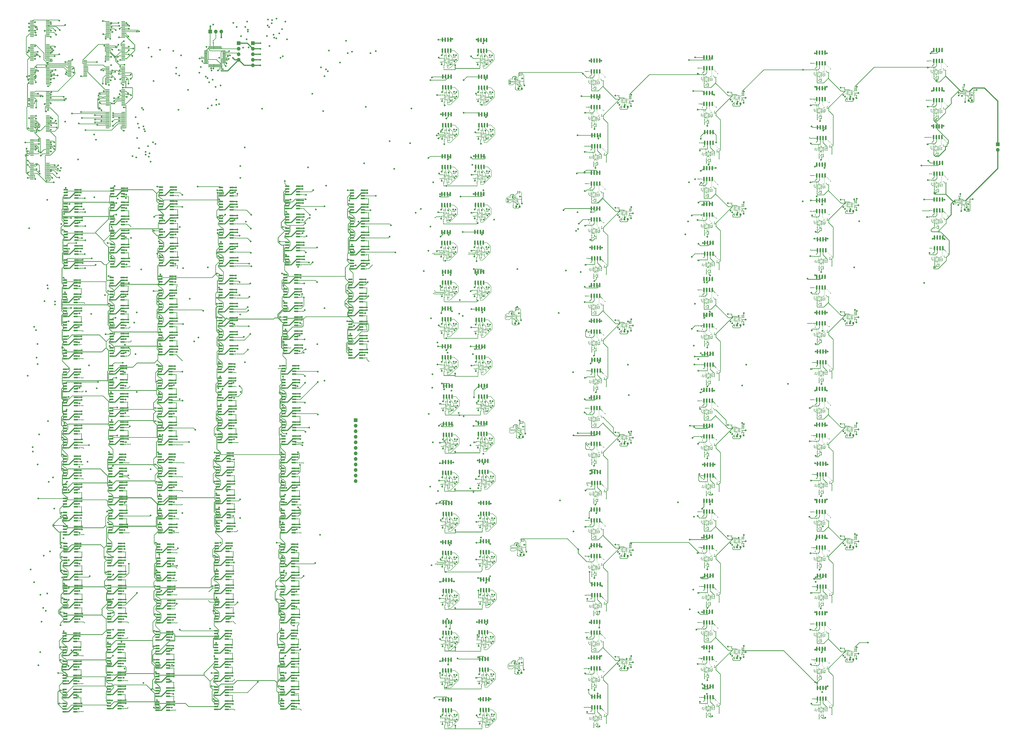
<source format=gbr>
%TF.GenerationSoftware,KiCad,Pcbnew,(6.99.0-3937-g3e53426b6c)*%
%TF.CreationDate,2025-03-10T01:13:00-04:00*%
%TF.ProjectId,AnalogFNN,416e616c-6f67-4464-9e4e-2e6b69636164,rev?*%
%TF.SameCoordinates,Original*%
%TF.FileFunction,Copper,L1,Top*%
%TF.FilePolarity,Positive*%
%FSLAX46Y46*%
G04 Gerber Fmt 4.6, Leading zero omitted, Abs format (unit mm)*
G04 Created by KiCad (PCBNEW (6.99.0-3937-g3e53426b6c)) date 2025-03-10 01:13:00*
%MOMM*%
%LPD*%
G01*
G04 APERTURE LIST*
G04 Aperture macros list*
%AMRoundRect*
0 Rectangle with rounded corners*
0 $1 Rounding radius*
0 $2 $3 $4 $5 $6 $7 $8 $9 X,Y pos of 4 corners*
0 Add a 4 corners polygon primitive as box body*
4,1,4,$2,$3,$4,$5,$6,$7,$8,$9,$2,$3,0*
0 Add four circle primitives for the rounded corners*
1,1,$1+$1,$2,$3*
1,1,$1+$1,$4,$5*
1,1,$1+$1,$6,$7*
1,1,$1+$1,$8,$9*
0 Add four rect primitives between the rounded corners*
20,1,$1+$1,$2,$3,$4,$5,0*
20,1,$1+$1,$4,$5,$6,$7,0*
20,1,$1+$1,$6,$7,$8,$9,0*
20,1,$1+$1,$8,$9,$2,$3,0*%
G04 Aperture macros list end*
%TA.AperFunction,SMDPad,CuDef*%
%ADD10RoundRect,0.150000X0.150000X-0.825000X0.150000X0.825000X-0.150000X0.825000X-0.150000X-0.825000X0*%
%TD*%
%TA.AperFunction,SMDPad,CuDef*%
%ADD11RoundRect,0.100000X-0.130000X-0.100000X0.130000X-0.100000X0.130000X0.100000X-0.130000X0.100000X0*%
%TD*%
%TA.AperFunction,SMDPad,CuDef*%
%ADD12RoundRect,0.100000X0.130000X0.100000X-0.130000X0.100000X-0.130000X-0.100000X0.130000X-0.100000X0*%
%TD*%
%TA.AperFunction,SMDPad,CuDef*%
%ADD13RoundRect,0.100000X0.100000X-0.130000X0.100000X0.130000X-0.100000X0.130000X-0.100000X-0.130000X0*%
%TD*%
%TA.AperFunction,SMDPad,CuDef*%
%ADD14RoundRect,0.050000X-0.350000X-0.050000X0.350000X-0.050000X0.350000X0.050000X-0.350000X0.050000X0*%
%TD*%
%TA.AperFunction,SMDPad,CuDef*%
%ADD15RoundRect,0.050000X-0.050000X-0.350000X0.050000X-0.350000X0.050000X0.350000X-0.050000X0.350000X0*%
%TD*%
%TA.AperFunction,SMDPad,CuDef*%
%ADD16RoundRect,0.150000X-0.825000X-0.150000X0.825000X-0.150000X0.825000X0.150000X-0.825000X0.150000X0*%
%TD*%
%TA.AperFunction,SMDPad,CuDef*%
%ADD17RoundRect,0.100000X-0.100000X0.130000X-0.100000X-0.130000X0.100000X-0.130000X0.100000X0.130000X0*%
%TD*%
%TA.AperFunction,SMDPad,CuDef*%
%ADD18RoundRect,0.225000X0.225000X0.250000X-0.225000X0.250000X-0.225000X-0.250000X0.225000X-0.250000X0*%
%TD*%
%TA.AperFunction,SMDPad,CuDef*%
%ADD19R,1.750000X0.450000*%
%TD*%
%TA.AperFunction,ComponentPad*%
%ADD20R,1.700000X1.700000*%
%TD*%
%TA.AperFunction,ComponentPad*%
%ADD21O,1.700000X1.700000*%
%TD*%
%TA.AperFunction,SMDPad,CuDef*%
%ADD22RoundRect,0.075000X-0.662500X-0.075000X0.662500X-0.075000X0.662500X0.075000X-0.662500X0.075000X0*%
%TD*%
%TA.AperFunction,SMDPad,CuDef*%
%ADD23RoundRect,0.075000X-0.075000X-0.662500X0.075000X-0.662500X0.075000X0.662500X-0.075000X0.662500X0*%
%TD*%
%TA.AperFunction,ViaPad*%
%ADD24C,0.800000*%
%TD*%
%TA.AperFunction,ViaPad*%
%ADD25C,0.400000*%
%TD*%
%TA.AperFunction,Conductor*%
%ADD26C,0.500000*%
%TD*%
%TA.AperFunction,Conductor*%
%ADD27C,0.250000*%
%TD*%
%TA.AperFunction,Conductor*%
%ADD28C,0.100000*%
%TD*%
%TA.AperFunction,Conductor*%
%ADD29C,0.200000*%
%TD*%
%TA.AperFunction,Conductor*%
%ADD30C,0.150000*%
%TD*%
%TA.AperFunction,Conductor*%
%ADD31C,0.130000*%
%TD*%
%TA.AperFunction,Conductor*%
%ADD32C,0.200200*%
%TD*%
%TA.AperFunction,Conductor*%
%ADD33C,0.350200*%
%TD*%
%TA.AperFunction,Conductor*%
%ADD34C,0.190000*%
%TD*%
%TA.AperFunction,Conductor*%
%ADD35C,0.450400*%
%TD*%
%TA.AperFunction,Conductor*%
%ADD36C,0.550600*%
%TD*%
%TA.AperFunction,Conductor*%
%ADD37C,0.650800*%
%TD*%
G04 APERTURE END LIST*
D10*
%TO.P,Q21,1,S1*%
%TO.N,Net-(Q21A-S1)*%
X280851100Y-39725200D03*
%TO.P,Q21,2,G1*%
%TO.N,Net-(Q21A-G1)*%
X282121100Y-39725200D03*
%TO.P,Q21,3,S2*%
%TO.N,Net-(Q21B-S2)*%
X283391100Y-39725200D03*
%TO.P,Q21,4,G2*%
%TO.N,Net-(Q21B-G2)*%
X284661100Y-39725200D03*
%TO.P,Q21,5,D2*%
%TO.N,/W212*%
X284661100Y-34775200D03*
%TO.P,Q21,6,D2*%
X283391100Y-34775200D03*
%TO.P,Q21,7,D1*%
%TO.N,/W211*%
X282121100Y-34775200D03*
%TO.P,Q21,8,D1*%
X280851100Y-34775200D03*
%TD*%
D11*
%TO.P,R521,1*%
%TO.N,Net-(U78D--)*%
X390278300Y-125906200D03*
%TO.P,R521,2*%
%TO.N,/Neuron6_14/Adder2/SUM_IN*%
X390918300Y-125906200D03*
%TD*%
D12*
%TO.P,R130006,1*%
%TO.N,GND*%
X218191100Y-210675000D03*
%TO.P,R130006,2*%
%TO.N,Net-(Q130001B-S2)*%
X217551100Y-210675000D03*
%TD*%
D13*
%TO.P,R35002,1*%
%TO.N,/L1_IN2*%
X217033000Y-142895000D03*
%TO.P,R35002,2*%
%TO.N,Net-(U35001C--)*%
X217033000Y-142255000D03*
%TD*%
D14*
%TO.P,U138001,1,-*%
%TO.N,Net-(U138001A--)*%
X213816100Y-264600000D03*
%TO.P,U138001,2,+*%
%TO.N,GND*%
X213816100Y-265000000D03*
%TO.P,U138001,3,V+*%
%TO.N,+5V*%
X213816100Y-265400000D03*
%TO.P,U138001,4,+*%
%TO.N,Net-(Q138001A-S1)*%
X213816100Y-265800000D03*
%TO.P,U138001,5,-*%
%TO.N,Net-(U138001B--)*%
X213816100Y-266200000D03*
D15*
%TO.P,U138001,6*%
X214566100Y-266350000D03*
%TO.P,U138001,7*%
%TO.N,Net-(Q138001B-G2)*%
X214966100Y-266350000D03*
D14*
%TO.P,U138001,8,-*%
%TO.N,Net-(U138001C--)*%
X215716100Y-266200000D03*
%TO.P,U138001,9,+*%
%TO.N,GND*%
X215716100Y-265800000D03*
%TO.P,U138001,10,V-*%
%TO.N,-5V*%
X215716100Y-265400000D03*
%TO.P,U138001,11,+*%
%TO.N,Net-(Q138001B-S2)*%
X215716100Y-265000000D03*
%TO.P,U138001,12,-*%
%TO.N,Net-(U138001D--)*%
X215716100Y-264600000D03*
D15*
%TO.P,U138001,13*%
X214966100Y-264450000D03*
%TO.P,U138001,14*%
%TO.N,Net-(Q138001A-G1)*%
X214566100Y-264450000D03*
%TD*%
D16*
%TO.P,U301,1,~{CS}*%
%TO.N,/VariableWeights/CS147*%
X60225000Y-215395000D03*
%TO.P,U301,2,SCK*%
%TO.N,/SCK*%
X60225000Y-216665000D03*
%TO.P,U301,3,SI*%
%TO.N,/MOSI*%
X60225000Y-217935000D03*
%TO.P,U301,4,VSS*%
%TO.N,GND*%
X60225000Y-219205000D03*
%TO.P,U301,5,PA0*%
%TO.N,Net-(U301-PA0)*%
X65175000Y-219205000D03*
%TO.P,U301,6,PW0*%
%TO.N,/W147*%
X65175000Y-217935000D03*
%TO.P,U301,7,PB0*%
%TO.N,GND*%
X65175000Y-216665000D03*
%TO.P,U301,8,VDD*%
%TO.N,+5V*%
X65175000Y-215395000D03*
%TD*%
D10*
%TO.P,Q143001,1,S1*%
%TO.N,Net-(Q143001A-S1)*%
X230061100Y-260275000D03*
%TO.P,Q143001,2,G1*%
%TO.N,Net-(Q143001A-G1)*%
X231331100Y-260275000D03*
%TO.P,Q143001,3,S2*%
%TO.N,Net-(Q143001B-S2)*%
X232601100Y-260275000D03*
%TO.P,Q143001,4,G2*%
%TO.N,Net-(Q143001B-G2)*%
X233871100Y-260275000D03*
%TO.P,Q143001,5,D2*%
%TO.N,/W1510*%
X233871100Y-255325000D03*
%TO.P,Q143001,6,D2*%
X232601100Y-255325000D03*
%TO.P,Q143001,7,D1*%
%TO.N,/W159*%
X231331100Y-255325000D03*
%TO.P,Q143001,8,D1*%
X230061100Y-255325000D03*
%TD*%
D11*
%TO.P,R138008,1*%
%TO.N,Net-(U138001D--)*%
X217946100Y-263700000D03*
%TO.P,R138008,2*%
%TO.N,/InNeuron_5/Adder3/SUM_IN*%
X218586100Y-263700000D03*
%TD*%
%TO.P,R417,1*%
%TO.N,/Neuron6_10/IN5*%
X330436100Y-209860200D03*
%TO.P,R417,2*%
%TO.N,Net-(U64A--)*%
X331076100Y-209860200D03*
%TD*%
%TO.P,R132003,1*%
%TO.N,Net-(U132001A--)*%
X213746100Y-226250000D03*
%TO.P,R132003,2*%
%TO.N,Net-(Q132001A-G1)*%
X214386100Y-226250000D03*
%TD*%
%TO.P,R410,1*%
%TO.N,GND*%
X330536100Y-225160200D03*
%TO.P,R410,2*%
%TO.N,Net-(Q46A-S1)*%
X331176100Y-225160200D03*
%TD*%
D14*
%TO.P,U133001,1,-*%
%TO.N,Net-(U133001A--)*%
X214186100Y-192900000D03*
%TO.P,U133001,2,+*%
%TO.N,GND*%
X214186100Y-193300000D03*
%TO.P,U133001,3,V+*%
%TO.N,+5V*%
X214186100Y-193700000D03*
%TO.P,U133001,4,+*%
%TO.N,Net-(Q133001A-S1)*%
X214186100Y-194100000D03*
%TO.P,U133001,5,-*%
%TO.N,Net-(U133001B--)*%
X214186100Y-194500000D03*
D15*
%TO.P,U133001,6*%
X214936100Y-194650000D03*
%TO.P,U133001,7*%
%TO.N,Net-(Q133001B-G2)*%
X215336100Y-194650000D03*
D14*
%TO.P,U133001,8,-*%
%TO.N,Net-(U133001C--)*%
X216086100Y-194500000D03*
%TO.P,U133001,9,+*%
%TO.N,GND*%
X216086100Y-194100000D03*
%TO.P,U133001,10,V-*%
%TO.N,-5V*%
X216086100Y-193700000D03*
%TO.P,U133001,11,+*%
%TO.N,Net-(Q133001B-S2)*%
X216086100Y-193300000D03*
%TO.P,U133001,12,-*%
%TO.N,Net-(U133001D--)*%
X216086100Y-192900000D03*
D15*
%TO.P,U133001,13*%
X215336100Y-192750000D03*
%TO.P,U133001,14*%
%TO.N,Net-(Q133001A-G1)*%
X214936100Y-192750000D03*
%TD*%
D13*
%TO.P,R576,1*%
%TO.N,/Neuron6_16/Adder2/SUM_IN*%
X397236100Y-203114200D03*
%TO.P,R576,2*%
%TO.N,Net-(C64-Pad1)*%
X397236100Y-202474200D03*
%TD*%
D12*
%TO.P,D43,1,K*%
%TO.N,GND*%
X402456100Y-202994200D03*
%TO.P,D43,2,A*%
%TO.N,/Neuron6_16/OUT*%
X401816100Y-202994200D03*
%TD*%
D10*
%TO.P,Q20001,1,S1*%
%TO.N,Net-(Q20001A-S1)*%
X438251100Y-120875200D03*
%TO.P,Q20001,2,G1*%
%TO.N,Net-(Q20001A-G1)*%
X439521100Y-120875200D03*
%TO.P,Q20001,3,S2*%
%TO.N,Net-(Q20001B-S2)*%
X440791100Y-120875200D03*
%TO.P,Q20001,4,G2*%
%TO.N,Net-(Q20001B-G2)*%
X442061100Y-120875200D03*
%TO.P,Q20001,5,D2*%
%TO.N,/W522*%
X442061100Y-115925200D03*
%TO.P,Q20001,6,D2*%
X440791100Y-115925200D03*
%TO.P,Q20001,7,D1*%
%TO.N,/W521*%
X439521100Y-115925200D03*
%TO.P,Q20001,8,D1*%
X438251100Y-115925200D03*
%TD*%
D11*
%TO.P,R345,1*%
%TO.N,/Neuron6_10/IN2*%
X333936100Y-46550200D03*
%TO.P,R345,2*%
%TO.N,Net-(U53C--)*%
X334576100Y-46550200D03*
%TD*%
D13*
%TO.P,R997,1*%
%TO.N,Net-(U1-BOOT0)*%
X107400000Y-26320000D03*
%TO.P,R997,2*%
%TO.N,Net-(SW1-B)*%
X107400000Y-25680000D03*
%TD*%
D14*
%TO.P,U181001,1,-*%
%TO.N,Net-(U181001A--)*%
X230751100Y-318180300D03*
%TO.P,U181001,2,+*%
%TO.N,GND*%
X230751100Y-318580300D03*
%TO.P,U181001,3,V+*%
%TO.N,+5V*%
X230751100Y-318980300D03*
%TO.P,U181001,4,+*%
%TO.N,Net-(Q181001A-S1)*%
X230751100Y-319380300D03*
%TO.P,U181001,5,-*%
%TO.N,Net-(U181001B--)*%
X230751100Y-319780300D03*
D15*
%TO.P,U181001,6*%
X231501100Y-319930300D03*
%TO.P,U181001,7*%
%TO.N,Net-(Q181001B-G2)*%
X231901100Y-319930300D03*
D14*
%TO.P,U181001,8,-*%
%TO.N,Net-(U181001C--)*%
X232651100Y-319780300D03*
%TO.P,U181001,9,+*%
%TO.N,GND*%
X232651100Y-319380300D03*
%TO.P,U181001,10,V-*%
%TO.N,-5V*%
X232651100Y-318980300D03*
%TO.P,U181001,11,+*%
%TO.N,Net-(Q181001B-S2)*%
X232651100Y-318580300D03*
%TO.P,U181001,12,-*%
%TO.N,Net-(U181001D--)*%
X232651100Y-318180300D03*
D15*
%TO.P,U181001,13*%
X231901100Y-318030300D03*
%TO.P,U181001,14*%
%TO.N,Net-(Q181001A-G1)*%
X231501100Y-318030300D03*
%TD*%
D11*
%TO.P,R311,1*%
%TO.N,Net-(U47A--)*%
X280836100Y-316250200D03*
%TO.P,R311,2*%
%TO.N,Net-(Q35A-G1)*%
X281476100Y-316250200D03*
%TD*%
D13*
%TO.P,R468,1*%
%TO.N,/Neuron6_12/Adder2/SUM_IN*%
X345494000Y-305320200D03*
%TO.P,R468,2*%
%TO.N,Net-(C52-Pad1)*%
X345494000Y-304680200D03*
%TD*%
%TO.P,R565,1*%
%TO.N,GND*%
X387998300Y-144470200D03*
%TO.P,R565,2*%
%TO.N,Net-(Q63B-S2)*%
X387998300Y-143830200D03*
%TD*%
D14*
%TO.P,U59,1,-*%
%TO.N,/Neuron6_9/Adder2/SUM_IN*%
X346694000Y-152590200D03*
%TO.P,U59,2,+*%
%TO.N,GND*%
X346694000Y-152990200D03*
%TO.P,U59,3,V+*%
%TO.N,+5V*%
X346694000Y-153390200D03*
%TO.P,U59,4,+*%
%TO.N,Net-(U59B-+)*%
X346694000Y-153790200D03*
%TO.P,U59,5,-*%
%TO.N,Net-(U59B--)*%
X346694000Y-154190200D03*
D15*
%TO.P,U59,6*%
X347444000Y-154340200D03*
%TO.P,U59,7*%
%TO.N,Net-(C44-Pad2)*%
X347844000Y-154340200D03*
D14*
%TO.P,U59,8,-*%
%TO.N,Net-(U59C--)*%
X348594000Y-154190200D03*
%TO.P,U59,9,+*%
%TO.N,GND*%
X348594000Y-153790200D03*
%TO.P,U59,10,V-*%
X348594000Y-153390200D03*
%TO.P,U59,11,+*%
%TO.N,Net-(U59D-+)*%
X348594000Y-152990200D03*
%TO.P,U59,12,-*%
%TO.N,/Neuron6_13/IN3*%
X348594000Y-152590200D03*
D15*
%TO.P,U59,13*%
X347844000Y-152440200D03*
%TO.P,U59,14*%
%TO.N,Net-(C43-Pad1)*%
X347444000Y-152440200D03*
%TD*%
D10*
%TO.P,Q22,1,S1*%
%TO.N,Net-(Q22A-S1)*%
X281151100Y-125525200D03*
%TO.P,Q22,2,G1*%
%TO.N,Net-(Q22A-G1)*%
X282421100Y-125525200D03*
%TO.P,Q22,3,S2*%
%TO.N,Net-(Q22B-S2)*%
X283691100Y-125525200D03*
%TO.P,Q22,4,G2*%
%TO.N,Net-(Q22B-G2)*%
X284961100Y-125525200D03*
%TO.P,Q22,5,D2*%
%TO.N,/W224*%
X284961100Y-120575200D03*
%TO.P,Q22,6,D2*%
X283691100Y-120575200D03*
%TO.P,Q22,7,D1*%
%TO.N,/W223*%
X282421100Y-120575200D03*
%TO.P,Q22,8,D1*%
X281151100Y-120575200D03*
%TD*%
D13*
%TO.P,R546,1*%
%TO.N,GND*%
X388998300Y-178770200D03*
%TO.P,R546,2*%
%TO.N,Net-(Q61B-S2)*%
X388998300Y-178130200D03*
%TD*%
D16*
%TO.P,U255,1,~{CS}*%
%TO.N,/VariableWeights/CS451*%
X139125000Y-256695000D03*
%TO.P,U255,2,SCK*%
%TO.N,/SCK*%
X139125000Y-257965000D03*
%TO.P,U255,3,SI*%
%TO.N,/MOSI*%
X139125000Y-259235000D03*
%TO.P,U255,4,VSS*%
%TO.N,GND*%
X139125000Y-260505000D03*
%TO.P,U255,5,PA0*%
%TO.N,Net-(U255-PA0)*%
X144075000Y-260505000D03*
%TO.P,U255,6,PW0*%
%TO.N,/W451*%
X144075000Y-259235000D03*
%TO.P,U255,7,PB0*%
%TO.N,GND*%
X144075000Y-257965000D03*
%TO.P,U255,8,VDD*%
%TO.N,+5V*%
X144075000Y-256695000D03*
%TD*%
D11*
%TO.P,R19008,1*%
%TO.N,Net-(U19001D--)*%
X442886100Y-90900200D03*
%TO.P,R19008,2*%
%TO.N,/OutNeuron_2/AdderOut1/SUM_IN*%
X443526100Y-90900200D03*
%TD*%
D12*
%TO.P,C46,1*%
%TO.N,Net-(C46-Pad1)*%
X345214000Y-201960200D03*
%TO.P,C46,2*%
%TO.N,Net-(U63B-+)*%
X344574000Y-201960200D03*
%TD*%
D10*
%TO.P,Q65,1,S1*%
%TO.N,Net-(Q65A-S1)*%
X384293300Y-206769200D03*
%TO.P,Q65,2,G1*%
%TO.N,Net-(Q65A-G1)*%
X385563300Y-206769200D03*
%TO.P,Q65,3,S2*%
%TO.N,Net-(Q65B-S2)*%
X386833300Y-206769200D03*
%TO.P,Q65,4,G2*%
%TO.N,Net-(Q65B-G2)*%
X388103300Y-206769200D03*
%TO.P,Q65,5,D2*%
%TO.N,/W446*%
X388103300Y-201819200D03*
%TO.P,Q65,6,D2*%
X386833300Y-201819200D03*
%TO.P,Q65,7,D1*%
%TO.N,/W445*%
X385563300Y-201819200D03*
%TO.P,Q65,8,D1*%
X384293300Y-201819200D03*
%TD*%
D11*
%TO.P,R633,1*%
%TO.N,/Neuron6_11/OUT*%
X382178300Y-312282200D03*
%TO.P,R633,2*%
%TO.N,Net-(U96A--)*%
X382818300Y-312282200D03*
%TD*%
D12*
%TO.P,R35004,1*%
%TO.N,Net-(U35001C--)*%
X215553000Y-143675000D03*
%TO.P,R35004,2*%
%TO.N,Net-(Q35001B-G2)*%
X214913000Y-143675000D03*
%TD*%
D11*
%TO.P,R163,1*%
%TO.N,/InNeuron_3/OUT*%
X278936100Y-76850200D03*
%TO.P,R163,2*%
%TO.N,Net-(U26A--)*%
X279576100Y-76850200D03*
%TD*%
D16*
%TO.P,U165,1,~{CS}*%
%TO.N,/VariableWeights/CS221*%
X83225000Y-133695000D03*
%TO.P,U165,2,SCK*%
%TO.N,/SCK*%
X83225000Y-134965000D03*
%TO.P,U165,3,SI*%
%TO.N,/MOSI*%
X83225000Y-136235000D03*
%TO.P,U165,4,VSS*%
%TO.N,GND*%
X83225000Y-137505000D03*
%TO.P,U165,5,PA0*%
%TO.N,Net-(U165-PA0)*%
X88175000Y-137505000D03*
%TO.P,U165,6,PW0*%
%TO.N,/W221*%
X88175000Y-136235000D03*
%TO.P,U165,7,PB0*%
%TO.N,GND*%
X88175000Y-134965000D03*
%TO.P,U165,8,VDD*%
%TO.N,+5V*%
X88175000Y-133695000D03*
%TD*%
%TO.P,U211,1,~{CS}*%
%TO.N,/VariableWeights/CS335*%
X110350000Y-199790000D03*
%TO.P,U211,2,SCK*%
%TO.N,/SCK*%
X110350000Y-201060000D03*
%TO.P,U211,3,SI*%
%TO.N,/MOSI*%
X110350000Y-202330000D03*
%TO.P,U211,4,VSS*%
%TO.N,GND*%
X110350000Y-203600000D03*
%TO.P,U211,5,PA0*%
%TO.N,Net-(U211-PA0)*%
X115300000Y-203600000D03*
%TO.P,U211,6,PW0*%
%TO.N,/W335*%
X115300000Y-202330000D03*
%TO.P,U211,7,PB0*%
%TO.N,GND*%
X115300000Y-201060000D03*
%TO.P,U211,8,VDD*%
%TO.N,+5V*%
X115300000Y-199790000D03*
%TD*%
D12*
%TO.P,R136004,1*%
%TO.N,Net-(U136001C--)*%
X232191100Y-195975000D03*
%TO.P,R136004,2*%
%TO.N,Net-(Q136001B-G2)*%
X231551100Y-195975000D03*
%TD*%
%TO.P,R563,1*%
%TO.N,Net-(U85C--)*%
X386318300Y-146250200D03*
%TO.P,R563,2*%
%TO.N,Net-(Q63B-G2)*%
X385678300Y-146250200D03*
%TD*%
D11*
%TO.P,R602,1*%
%TO.N,Net-(U90D--)*%
X390278300Y-280238200D03*
%TO.P,R602,2*%
%TO.N,/Neuron6_17/Adder2/SUM_IN*%
X390918300Y-280238200D03*
%TD*%
D12*
%TO.P,R971,1*%
%TO.N,+5V*%
X68570000Y-122950000D03*
%TO.P,R971,2*%
%TO.N,Net-(U287-PA0)*%
X67930000Y-122950000D03*
%TD*%
D16*
%TO.P,U289,1,~{CS}*%
%TO.N,/VariableWeights/CS127*%
X60875000Y-134295000D03*
%TO.P,U289,2,SCK*%
%TO.N,/SCK*%
X60875000Y-135565000D03*
%TO.P,U289,3,SI*%
%TO.N,/MOSI*%
X60875000Y-136835000D03*
%TO.P,U289,4,VSS*%
%TO.N,GND*%
X60875000Y-138105000D03*
%TO.P,U289,5,PA0*%
%TO.N,Net-(U289-PA0)*%
X65825000Y-138105000D03*
%TO.P,U289,6,PW0*%
%TO.N,/W127*%
X65825000Y-136835000D03*
%TO.P,U289,7,PB0*%
%TO.N,GND*%
X65825000Y-135565000D03*
%TO.P,U289,8,VDD*%
%TO.N,+5V*%
X65825000Y-134295000D03*
%TD*%
D11*
%TO.P,R641,1*%
%TO.N,/Neuron6_13/IN1*%
X382278300Y-296182200D03*
%TO.P,R641,2*%
%TO.N,Net-(U97A--)*%
X382918300Y-296182200D03*
%TD*%
D13*
%TO.P,R360,1*%
%TO.N,/Neuron6_8/Adder2/SUM_IN*%
X345494000Y-101840200D03*
%TO.P,R360,2*%
%TO.N,Net-(C40-Pad1)*%
X345494000Y-101200200D03*
%TD*%
%TO.P,R600,1*%
%TO.N,GND*%
X388998300Y-281658200D03*
%TO.P,R600,2*%
%TO.N,Net-(Q67B-S2)*%
X388998300Y-281018200D03*
%TD*%
D12*
%TO.P,C34,1*%
%TO.N,Net-(C34-Pad1)*%
X293514000Y-308350200D03*
%TO.P,C34,2*%
%TO.N,Net-(U48B-+)*%
X292874000Y-308350200D03*
%TD*%
D16*
%TO.P,U288,1,~{CS}*%
%TO.N,/VariableWeights/CS1112*%
X61075000Y-125595000D03*
%TO.P,U288,2,SCK*%
%TO.N,/SCK*%
X61075000Y-126865000D03*
%TO.P,U288,3,SI*%
%TO.N,/MOSI*%
X61075000Y-128135000D03*
%TO.P,U288,4,VSS*%
%TO.N,GND*%
X61075000Y-129405000D03*
%TO.P,U288,5,PA0*%
%TO.N,Net-(U288-PA0)*%
X66025000Y-129405000D03*
%TO.P,U288,6,PW0*%
%TO.N,/W1112*%
X66025000Y-128135000D03*
%TO.P,U288,7,PB0*%
%TO.N,GND*%
X66025000Y-126865000D03*
%TO.P,U288,8,VDD*%
%TO.N,+5V*%
X66025000Y-125595000D03*
%TD*%
%TO.P,U259,1,~{CS}*%
%TO.N,/VariableWeights/CS455*%
X139125000Y-282495000D03*
%TO.P,U259,2,SCK*%
%TO.N,/SCK*%
X139125000Y-283765000D03*
%TO.P,U259,3,SI*%
%TO.N,/MOSI*%
X139125000Y-285035000D03*
%TO.P,U259,4,VSS*%
%TO.N,GND*%
X139125000Y-286305000D03*
%TO.P,U259,5,PA0*%
%TO.N,Net-(U259-PA0)*%
X144075000Y-286305000D03*
%TO.P,U259,6,PW0*%
%TO.N,/W455*%
X144075000Y-285035000D03*
%TO.P,U259,7,PB0*%
%TO.N,GND*%
X144075000Y-283765000D03*
%TO.P,U259,8,VDD*%
%TO.N,+5V*%
X144075000Y-282495000D03*
%TD*%
D13*
%TO.P,R206,1*%
%TO.N,GND*%
X284656100Y-113270200D03*
%TO.P,R206,2*%
%TO.N,Net-(Q23B-S2)*%
X284656100Y-112630200D03*
%TD*%
D12*
%TO.P,R834,1*%
%TO.N,+5V*%
X46920000Y-252300000D03*
%TO.P,R834,2*%
%TO.N,Net-(U146-PA0)*%
X46280000Y-252300000D03*
%TD*%
%TO.P,R571,1*%
%TO.N,Net-(U86C--)*%
X387218300Y-232294200D03*
%TO.P,R571,2*%
%TO.N,Net-(Q64B-G2)*%
X386578300Y-232294200D03*
%TD*%
D13*
%TO.P,R214,1*%
%TO.N,GND*%
X284556100Y-96770200D03*
%TO.P,R214,2*%
%TO.N,Net-(Q24B-S2)*%
X284556100Y-96130200D03*
%TD*%
D11*
%TO.P,R179005,1*%
%TO.N,GND*%
X212011100Y-302605300D03*
%TO.P,R179005,2*%
%TO.N,Net-(Q179001A-S1)*%
X212651100Y-302605300D03*
%TD*%
D12*
%TO.P,R133006,1*%
%TO.N,GND*%
X218256100Y-193200000D03*
%TO.P,R133006,2*%
%TO.N,Net-(Q133001B-S2)*%
X217616100Y-193200000D03*
%TD*%
D14*
%TO.P,U86,1,-*%
%TO.N,Net-(U86A--)*%
X385348300Y-228944200D03*
%TO.P,U86,2,+*%
%TO.N,GND*%
X385348300Y-229344200D03*
%TO.P,U86,3,V+*%
%TO.N,+5V*%
X385348300Y-229744200D03*
%TO.P,U86,4,+*%
%TO.N,Net-(Q64A-S1)*%
X385348300Y-230144200D03*
%TO.P,U86,5,-*%
%TO.N,Net-(U86B--)*%
X385348300Y-230544200D03*
D15*
%TO.P,U86,6*%
X386098300Y-230694200D03*
%TO.P,U86,7*%
%TO.N,Net-(Q64B-G2)*%
X386498300Y-230694200D03*
D14*
%TO.P,U86,8,-*%
%TO.N,Net-(U86C--)*%
X387248300Y-230544200D03*
%TO.P,U86,9,+*%
%TO.N,GND*%
X387248300Y-230144200D03*
%TO.P,U86,10,V-*%
%TO.N,-5V*%
X387248300Y-229744200D03*
%TO.P,U86,11,+*%
%TO.N,Net-(Q64B-S2)*%
X387248300Y-229344200D03*
%TO.P,U86,12,-*%
%TO.N,Net-(U86D--)*%
X387248300Y-228944200D03*
D15*
%TO.P,U86,13*%
X386498300Y-228794200D03*
%TO.P,U86,14*%
%TO.N,Net-(Q64A-G1)*%
X386098300Y-228794200D03*
%TD*%
D11*
%TO.P,R142003,1*%
%TO.N,Net-(U142001A--)*%
X231146100Y-280100000D03*
%TO.P,R142003,2*%
%TO.N,Net-(Q142001A-G1)*%
X231786100Y-280100000D03*
%TD*%
%TO.P,R537,1*%
%TO.N,GND*%
X382278300Y-87506200D03*
%TO.P,R537,2*%
%TO.N,Net-(Q60A-S1)*%
X382918300Y-87506200D03*
%TD*%
%TO.P,R292,1*%
%TO.N,Net-(U45A--)*%
X280736100Y-248650200D03*
%TO.P,R292,2*%
%TO.N,Net-(Q33A-G1)*%
X281376100Y-248650200D03*
%TD*%
D16*
%TO.P,U300,1,~{CS}*%
%TO.N,/VariableWeights/CS1312*%
X60625000Y-207045000D03*
%TO.P,U300,2,SCK*%
%TO.N,/SCK*%
X60625000Y-208315000D03*
%TO.P,U300,3,SI*%
%TO.N,/MOSI*%
X60625000Y-209585000D03*
%TO.P,U300,4,VSS*%
%TO.N,GND*%
X60625000Y-210855000D03*
%TO.P,U300,5,PA0*%
%TO.N,Net-(U300-PA0)*%
X65575000Y-210855000D03*
%TO.P,U300,6,PW0*%
%TO.N,/W1312*%
X65575000Y-209585000D03*
%TO.P,U300,7,PB0*%
%TO.N,GND*%
X65575000Y-208315000D03*
%TO.P,U300,8,VDD*%
%TO.N,+5V*%
X65575000Y-207045000D03*
%TD*%
D13*
%TO.P,R519,1*%
%TO.N,GND*%
X388998300Y-127326200D03*
%TO.P,R519,2*%
%TO.N,Net-(Q58B-S2)*%
X388998300Y-126686200D03*
%TD*%
D12*
%TO.P,R582,1*%
%TO.N,Net-(U88C--)*%
X386418300Y-214594200D03*
%TO.P,R582,2*%
%TO.N,Net-(Q65B-G2)*%
X385778300Y-214594200D03*
%TD*%
%TO.P,R1163,1*%
%TO.N,+5V*%
X67220000Y-260200000D03*
%TO.P,R1163,2*%
%TO.N,Net-(U390-PA0)*%
X66580000Y-260200000D03*
%TD*%
D11*
%TO.P,R513,1*%
%TO.N,Net-(U77D--)*%
X389078300Y-40262200D03*
%TO.P,R513,2*%
%TO.N,/Neuron6_13/Adder2/SUM_IN*%
X389718300Y-40262200D03*
%TD*%
%TO.P,R6008,1*%
%TO.N,Net-(U6001D--)*%
X232670000Y-121350000D03*
%TO.P,R6008,2*%
%TO.N,/InNeuron_2/Adder3/SUM_IN*%
X233310000Y-121350000D03*
%TD*%
D12*
%TO.P,R182006,1*%
%TO.N,GND*%
X234551100Y-301305300D03*
%TO.P,R182006,2*%
%TO.N,Net-(Q182001B-S2)*%
X233911100Y-301305300D03*
%TD*%
D14*
%TO.P,U20001,1,-*%
%TO.N,Net-(U20001A--)*%
X438406100Y-125200200D03*
%TO.P,U20001,2,+*%
%TO.N,GND*%
X438406100Y-125600200D03*
%TO.P,U20001,3,V+*%
%TO.N,+5V*%
X438406100Y-126000200D03*
%TO.P,U20001,4,+*%
%TO.N,Net-(Q20001A-S1)*%
X438406100Y-126400200D03*
%TO.P,U20001,5,-*%
%TO.N,Net-(U20001B--)*%
X438406100Y-126800200D03*
D15*
%TO.P,U20001,6*%
X439156100Y-126950200D03*
%TO.P,U20001,7*%
%TO.N,Net-(Q20001B-G2)*%
X439556100Y-126950200D03*
D14*
%TO.P,U20001,8,-*%
%TO.N,Net-(U20001C--)*%
X440306100Y-126800200D03*
%TO.P,U20001,9,+*%
%TO.N,GND*%
X440306100Y-126400200D03*
%TO.P,U20001,10,V-*%
%TO.N,-5V*%
X440306100Y-126000200D03*
%TO.P,U20001,11,+*%
%TO.N,Net-(Q20001B-S2)*%
X440306100Y-125600200D03*
%TO.P,U20001,12,-*%
%TO.N,Net-(U20001D--)*%
X440306100Y-125200200D03*
D15*
%TO.P,U20001,13*%
X439556100Y-125050200D03*
%TO.P,U20001,14*%
%TO.N,Net-(Q20001A-G1)*%
X439156100Y-125050200D03*
%TD*%
D17*
%TO.P,R450,1*%
%TO.N,Net-(U68B--)*%
X332756100Y-265710200D03*
%TO.P,R450,2*%
%TO.N,/Neuron6_11/Adder2/SUM_IN*%
X332756100Y-266350200D03*
%TD*%
D12*
%TO.P,R177,1*%
%TO.N,Net-(U28C--)*%
X282976100Y-63950200D03*
%TO.P,R177,2*%
%TO.N,Net-(Q20B-G2)*%
X282336100Y-63950200D03*
%TD*%
D18*
%TO.P,C131002,1*%
%TO.N,Net-(U131001C--)*%
X249443600Y-207475000D03*
%TO.P,C131002,2*%
%TO.N,Net-(C131002-Pad2)*%
X247893600Y-207475000D03*
%TD*%
D12*
%TO.P,R884,1*%
%TO.N,+5V*%
X118420000Y-103300000D03*
%TO.P,R884,2*%
%TO.N,Net-(U196-PA0)*%
X117780000Y-103300000D03*
%TD*%
D16*
%TO.P,U163,1,~{CS}*%
%TO.N,/VariableWeights/CS215*%
X83450000Y-118630000D03*
%TO.P,U163,2,SCK*%
%TO.N,/SCK*%
X83450000Y-119900000D03*
%TO.P,U163,3,SI*%
%TO.N,/MOSI*%
X83450000Y-121170000D03*
%TO.P,U163,4,VSS*%
%TO.N,GND*%
X83450000Y-122440000D03*
%TO.P,U163,5,PA0*%
%TO.N,Net-(U163-PA0)*%
X88400000Y-122440000D03*
%TO.P,U163,6,PW0*%
%TO.N,/W215*%
X88400000Y-121170000D03*
%TO.P,U163,7,PB0*%
%TO.N,GND*%
X88400000Y-119900000D03*
%TO.P,U163,8,VDD*%
%TO.N,+5V*%
X88400000Y-118630000D03*
%TD*%
D11*
%TO.P,R643,1*%
%TO.N,Net-(U97A--)*%
X384178300Y-296182200D03*
%TO.P,R643,2*%
%TO.N,Net-(Q72A-G1)*%
X384818300Y-296182200D03*
%TD*%
D17*
%TO.P,R181007,1*%
%TO.N,Net-(U181001B--)*%
X230401100Y-321160300D03*
%TO.P,R181007,2*%
%TO.N,/InNeuron_6/Adder3/SUM_IN*%
X230401100Y-321800300D03*
%TD*%
D11*
%TO.P,R30008,1*%
%TO.N,Net-(U30001D--)*%
X232970000Y-86550000D03*
%TO.P,R30008,2*%
%TO.N,/InNeuron_2/Adder3/SUM_IN*%
X233610000Y-86550000D03*
%TD*%
%TO.P,R142005,1*%
%TO.N,GND*%
X229246100Y-283100000D03*
%TO.P,R142005,2*%
%TO.N,Net-(Q142001A-S1)*%
X229886100Y-283100000D03*
%TD*%
D12*
%TO.P,R824,1*%
%TO.N,+5V*%
X46920000Y-186700000D03*
%TO.P,R824,2*%
%TO.N,Net-(U136-PA0)*%
X46280000Y-186700000D03*
%TD*%
D11*
%TO.P,R20008,1*%
%TO.N,Net-(U20001D--)*%
X443036100Y-125100200D03*
%TO.P,R20008,2*%
%TO.N,/OutNeuron_2/AdderOut1/SUM_IN*%
X443676100Y-125100200D03*
%TD*%
%TO.P,R298,1*%
%TO.N,/InNeuron_3/OUT*%
X278936100Y-334350200D03*
%TO.P,R298,2*%
%TO.N,Net-(U46A--)*%
X279576100Y-334350200D03*
%TD*%
D16*
%TO.P,U191,1,~{CS}*%
%TO.N,/VariableWeights/CS243*%
X82925000Y-228245000D03*
%TO.P,U191,2,SCK*%
%TO.N,/SCK*%
X82925000Y-229515000D03*
%TO.P,U191,3,SI*%
%TO.N,/MOSI*%
X82925000Y-230785000D03*
%TO.P,U191,4,VSS*%
%TO.N,GND*%
X82925000Y-232055000D03*
%TO.P,U191,5,PA0*%
%TO.N,Net-(U191-PA0)*%
X87875000Y-232055000D03*
%TO.P,U191,6,PW0*%
%TO.N,/W243*%
X87875000Y-230785000D03*
%TO.P,U191,7,PB0*%
%TO.N,GND*%
X87875000Y-229515000D03*
%TO.P,U191,8,VDD*%
%TO.N,+5V*%
X87875000Y-228245000D03*
%TD*%
D11*
%TO.P,R324,1*%
%TO.N,Net-(U49D--)*%
X285636100Y-301450200D03*
%TO.P,R324,2*%
%TO.N,/Neuron6_6/Adder2/SUM_IN*%
X286276100Y-301450200D03*
%TD*%
%TO.P,R516,1*%
%TO.N,Net-(U78A--)*%
X385078300Y-124606200D03*
%TO.P,R516,2*%
%TO.N,Net-(Q58A-G1)*%
X385718300Y-124606200D03*
%TD*%
D16*
%TO.P,U134,1,~{CS}*%
%TO.N,/VariableWeights/CS126*%
X39375000Y-167745000D03*
%TO.P,U134,2,SCK*%
%TO.N,/SCK*%
X39375000Y-169015000D03*
%TO.P,U134,3,SI*%
%TO.N,/MOSI*%
X39375000Y-170285000D03*
%TO.P,U134,4,VSS*%
%TO.N,GND*%
X39375000Y-171555000D03*
%TO.P,U134,5,PA0*%
%TO.N,Net-(U134-PA0)*%
X44325000Y-171555000D03*
%TO.P,U134,6,PW0*%
%TO.N,/W126*%
X44325000Y-170285000D03*
%TO.P,U134,7,PB0*%
%TO.N,GND*%
X44325000Y-169015000D03*
%TO.P,U134,8,VDD*%
%TO.N,+5V*%
X44325000Y-167745000D03*
%TD*%
%TO.P,U226,1,~{CS}*%
%TO.N,/VariableWeights/CS362*%
X108725000Y-302845000D03*
%TO.P,U226,2,SCK*%
%TO.N,/SCK*%
X108725000Y-304115000D03*
%TO.P,U226,3,SI*%
%TO.N,/MOSI*%
X108725000Y-305385000D03*
%TO.P,U226,4,VSS*%
%TO.N,GND*%
X108725000Y-306655000D03*
%TO.P,U226,5,PA0*%
%TO.N,Net-(U226-PA0)*%
X113675000Y-306655000D03*
%TO.P,U226,6,PW0*%
%TO.N,/W362*%
X113675000Y-305385000D03*
%TO.P,U226,7,PB0*%
%TO.N,GND*%
X113675000Y-304115000D03*
%TO.P,U226,8,VDD*%
%TO.N,+5V*%
X113675000Y-302845000D03*
%TD*%
D19*
%TO.P,U308,1,COM*%
%TO.N,/VariableWeights/WeightCtrlChipSel/MUX4*%
X24299999Y-49269399D03*
%TO.P,U308,2,I7*%
%TO.N,/VariableWeights/CS255*%
X24299999Y-49919399D03*
%TO.P,U308,3,I6*%
%TO.N,/VariableWeights/CS256*%
X24299999Y-50569399D03*
%TO.P,U308,4,I5*%
%TO.N,/VariableWeights/CS261*%
X24299999Y-51219399D03*
%TO.P,U308,5,I4*%
%TO.N,/VariableWeights/CS262*%
X24299999Y-51869399D03*
%TO.P,U308,6,I3*%
%TO.N,/VariableWeights/CS263*%
X24299999Y-52519399D03*
%TO.P,U308,7,I2*%
%TO.N,/VariableWeights/CS264*%
X24299999Y-53169399D03*
%TO.P,U308,8,I1*%
%TO.N,/VariableWeights/CS265*%
X24299999Y-53819399D03*
%TO.P,U308,9,I0*%
%TO.N,/VariableWeights/CS266*%
X24299999Y-54469399D03*
%TO.P,U308,10,S0*%
%TO.N,/S0*%
X24299999Y-55119399D03*
%TO.P,U308,11,S1*%
%TO.N,/S1*%
X24299999Y-55769399D03*
%TO.P,U308,12,GND*%
%TO.N,GND*%
X24299999Y-56419399D03*
%TO.P,U308,13,S3*%
%TO.N,/S3*%
X31499999Y-56419399D03*
%TO.P,U308,14,S2*%
%TO.N,/S2*%
X31499999Y-55769399D03*
%TO.P,U308,15,~{E}*%
%TO.N,GND*%
X31499999Y-55119399D03*
%TO.P,U308,16,I15*%
%TO.N,/VariableWeights/CS322*%
X31499999Y-54469399D03*
%TO.P,U308,17,I14*%
%TO.N,/VariableWeights/CS321*%
X31499999Y-53819399D03*
%TO.P,U308,18,I13*%
%TO.N,/VariableWeights/CS316*%
X31499999Y-53169399D03*
%TO.P,U308,19,I12*%
%TO.N,/VariableWeights/CS315*%
X31499999Y-52519399D03*
%TO.P,U308,20,I11*%
%TO.N,/VariableWeights/CS314*%
X31499999Y-51869399D03*
%TO.P,U308,21,I10*%
%TO.N,/VariableWeights/CS313*%
X31499999Y-51219399D03*
%TO.P,U308,22,I9*%
%TO.N,/VariableWeights/CS312*%
X31499999Y-50569399D03*
%TO.P,U308,23,I8*%
%TO.N,/VariableWeights/CS311*%
X31499999Y-49919399D03*
%TO.P,U308,24,VCC*%
%TO.N,+5V*%
X31499999Y-49269399D03*
%TD*%
D16*
%TO.P,U169,1,~{CS}*%
%TO.N,/VariableWeights/CS225*%
X83225000Y-159495000D03*
%TO.P,U169,2,SCK*%
%TO.N,/SCK*%
X83225000Y-160765000D03*
%TO.P,U169,3,SI*%
%TO.N,/MOSI*%
X83225000Y-162035000D03*
%TO.P,U169,4,VSS*%
%TO.N,GND*%
X83225000Y-163305000D03*
%TO.P,U169,5,PA0*%
%TO.N,Net-(U169-PA0)*%
X88175000Y-163305000D03*
%TO.P,U169,6,PW0*%
%TO.N,/W225*%
X88175000Y-162035000D03*
%TO.P,U169,7,PB0*%
%TO.N,GND*%
X88175000Y-160765000D03*
%TO.P,U169,8,VDD*%
%TO.N,+5V*%
X88175000Y-159495000D03*
%TD*%
D12*
%TO.P,R964,1*%
%TO.N,+5V*%
X177845000Y-158365000D03*
%TO.P,R964,2*%
%TO.N,Net-(U276-PA0)*%
X177205000Y-158365000D03*
%TD*%
D18*
%TO.P,C56,1*%
%TO.N,Net-(U75C--)*%
X401011100Y-52362200D03*
%TO.P,C56,2*%
%TO.N,Net-(C56-Pad2)*%
X399461100Y-52362200D03*
%TD*%
D11*
%TO.P,R632,1*%
%TO.N,Net-(U95D-+)*%
X401816100Y-307882200D03*
%TO.P,R632,2*%
%TO.N,GND*%
X402456100Y-307882200D03*
%TD*%
%TO.P,R18005,1*%
%TO.N,GND*%
X436136100Y-103500200D03*
%TO.P,R18005,2*%
%TO.N,Net-(Q18001A-S1)*%
X436776100Y-103500200D03*
%TD*%
%TO.P,R419,1*%
%TO.N,Net-(U64A--)*%
X332536100Y-209860200D03*
%TO.P,R419,2*%
%TO.N,Net-(Q47A-G1)*%
X333176100Y-209860200D03*
%TD*%
%TO.P,R500,1*%
%TO.N,Net-(U76A--)*%
X384278300Y-55062200D03*
%TO.P,R500,2*%
%TO.N,Net-(Q56A-G1)*%
X384918300Y-55062200D03*
%TD*%
D16*
%TO.P,U162,1,~{CS}*%
%TO.N,/VariableWeights/CS214*%
X83450000Y-112180000D03*
%TO.P,U162,2,SCK*%
%TO.N,/SCK*%
X83450000Y-113450000D03*
%TO.P,U162,3,SI*%
%TO.N,/MOSI*%
X83450000Y-114720000D03*
%TO.P,U162,4,VSS*%
%TO.N,GND*%
X83450000Y-115990000D03*
%TO.P,U162,5,PA0*%
%TO.N,Net-(U162-PA0)*%
X88400000Y-115990000D03*
%TO.P,U162,6,PW0*%
%TO.N,/W214*%
X88400000Y-114720000D03*
%TO.P,U162,7,PB0*%
%TO.N,GND*%
X88400000Y-113450000D03*
%TO.P,U162,8,VDD*%
%TO.N,+5V*%
X88400000Y-112180000D03*
%TD*%
D13*
%TO.P,R411,1*%
%TO.N,GND*%
X337256100Y-230680200D03*
%TO.P,R411,2*%
%TO.N,Net-(Q46B-S2)*%
X337256100Y-230040200D03*
%TD*%
D16*
%TO.P,U234,1,~{CS}*%
%TO.N,/VariableWeights/CS414*%
X141375000Y-111745000D03*
%TO.P,U234,2,SCK*%
%TO.N,/SCK*%
X141375000Y-113015000D03*
%TO.P,U234,3,SI*%
%TO.N,/MOSI*%
X141375000Y-114285000D03*
%TO.P,U234,4,VSS*%
%TO.N,GND*%
X141375000Y-115555000D03*
%TO.P,U234,5,PA0*%
%TO.N,Net-(U234-PA0)*%
X146325000Y-115555000D03*
%TO.P,U234,6,PW0*%
%TO.N,/W414*%
X146325000Y-114285000D03*
%TO.P,U234,7,PB0*%
%TO.N,GND*%
X146325000Y-113015000D03*
%TO.P,U234,8,VDD*%
%TO.N,+5V*%
X146325000Y-111745000D03*
%TD*%
D10*
%TO.P,Q23,1,S1*%
%TO.N,Net-(Q23A-S1)*%
X280851100Y-107625200D03*
%TO.P,Q23,2,G1*%
%TO.N,Net-(Q23A-G1)*%
X282121100Y-107625200D03*
%TO.P,Q23,3,S2*%
%TO.N,Net-(Q23B-S2)*%
X283391100Y-107625200D03*
%TO.P,Q23,4,G2*%
%TO.N,Net-(Q23B-G2)*%
X284661100Y-107625200D03*
%TO.P,Q23,5,D2*%
%TO.N,/W226*%
X284661100Y-102675200D03*
%TO.P,Q23,6,D2*%
X283391100Y-102675200D03*
%TO.P,Q23,7,D1*%
%TO.N,/W225*%
X282121100Y-102675200D03*
%TO.P,Q23,8,D1*%
X280851100Y-102675200D03*
%TD*%
D12*
%TO.P,C43,1*%
%TO.N,Net-(C43-Pad1)*%
X345214000Y-151090200D03*
%TO.P,C43,2*%
%TO.N,Net-(U59B-+)*%
X344574000Y-151090200D03*
%TD*%
D17*
%TO.P,R141007,1*%
%TO.N,Net-(U141001B--)*%
X213666100Y-249680000D03*
%TO.P,R141007,2*%
%TO.N,/InNeuron_5/Adder3/SUM_IN*%
X213666100Y-250320000D03*
%TD*%
D12*
%TO.P,R967,1*%
%TO.N,+5V*%
X68570000Y-97250000D03*
%TO.P,R967,2*%
%TO.N,Net-(U283-PA0)*%
X67930000Y-97250000D03*
%TD*%
D11*
%TO.P,R527,1*%
%TO.N,Net-(U80A--)*%
X384278300Y-106506200D03*
%TO.P,R527,2*%
%TO.N,Net-(Q59A-G1)*%
X384918300Y-106506200D03*
%TD*%
D12*
%TO.P,R382,1*%
%TO.N,Net-(U58C--)*%
X335476100Y-181890200D03*
%TO.P,R382,2*%
%TO.N,Net-(Q43B-G2)*%
X334836100Y-181890200D03*
%TD*%
%TO.P,R898,1*%
%TO.N,+5V*%
X117845000Y-197195000D03*
%TO.P,R898,2*%
%TO.N,Net-(U210-PA0)*%
X117205000Y-197195000D03*
%TD*%
D11*
%TO.P,D28,1,K*%
%TO.N,/Neuron6_13/IN2*%
X350074000Y-100820200D03*
%TO.P,D28,2,A*%
%TO.N,GND*%
X350714000Y-100820200D03*
%TD*%
%TO.P,R379,1*%
%TO.N,/Neuron6_10/IN3*%
X330636100Y-177090200D03*
%TO.P,R379,2*%
%TO.N,Net-(U58A--)*%
X331276100Y-177090200D03*
%TD*%
D14*
%TO.P,U34001,1,-*%
%TO.N,Net-(U34001A--)*%
X213578000Y-174800000D03*
%TO.P,U34001,2,+*%
%TO.N,GND*%
X213578000Y-175200000D03*
%TO.P,U34001,3,V+*%
%TO.N,+5V*%
X213578000Y-175600000D03*
%TO.P,U34001,4,+*%
%TO.N,Net-(Q34001A-S1)*%
X213578000Y-176000000D03*
%TO.P,U34001,5,-*%
%TO.N,Net-(U34001B--)*%
X213578000Y-176400000D03*
D15*
%TO.P,U34001,6*%
X214328000Y-176550000D03*
%TO.P,U34001,7*%
%TO.N,Net-(Q34001B-G2)*%
X214728000Y-176550000D03*
D14*
%TO.P,U34001,8,-*%
%TO.N,Net-(U34001C--)*%
X215478000Y-176400000D03*
%TO.P,U34001,9,+*%
%TO.N,GND*%
X215478000Y-176000000D03*
%TO.P,U34001,10,V-*%
%TO.N,-5V*%
X215478000Y-175600000D03*
%TO.P,U34001,11,+*%
%TO.N,Net-(Q34001B-S2)*%
X215478000Y-175200000D03*
%TO.P,U34001,12,-*%
%TO.N,Net-(U34001D--)*%
X215478000Y-174800000D03*
D15*
%TO.P,U34001,13*%
X214728000Y-174650000D03*
%TO.P,U34001,14*%
%TO.N,Net-(Q34001A-G1)*%
X214328000Y-174650000D03*
%TD*%
D17*
%TO.P,R29007,1*%
%TO.N,Net-(U29001B--)*%
X228390000Y-107830000D03*
%TO.P,R29007,2*%
%TO.N,/InNeuron_2/Adder3/SUM_IN*%
X228390000Y-108470000D03*
%TD*%
D13*
%TO.P,R16006,1*%
%TO.N,GND*%
X441641100Y-40465200D03*
%TO.P,R16006,2*%
%TO.N,Net-(Q16001B-S2)*%
X441641100Y-39825200D03*
%TD*%
D16*
%TO.P,U294,1,~{CS}*%
%TO.N,/VariableWeights/CS1212*%
X60875000Y-166545000D03*
%TO.P,U294,2,SCK*%
%TO.N,/SCK*%
X60875000Y-167815000D03*
%TO.P,U294,3,SI*%
%TO.N,/MOSI*%
X60875000Y-169085000D03*
%TO.P,U294,4,VSS*%
%TO.N,GND*%
X60875000Y-170355000D03*
%TO.P,U294,5,PA0*%
%TO.N,Net-(U294-PA0)*%
X65825000Y-170355000D03*
%TO.P,U294,6,PW0*%
%TO.N,/W1212*%
X65825000Y-169085000D03*
%TO.P,U294,7,PB0*%
%TO.N,GND*%
X65825000Y-167815000D03*
%TO.P,U294,8,VDD*%
%TO.N,+5V*%
X65825000Y-166545000D03*
%TD*%
D14*
%TO.P,U17001,1,-*%
%TO.N,/OutNeuron_2/AdderOut1/SUM_IN*%
X450806100Y-99200200D03*
%TO.P,U17001,2,+*%
%TO.N,GND*%
X450806100Y-99600200D03*
%TO.P,U17001,3,V+*%
%TO.N,+5V*%
X450806100Y-100000200D03*
%TO.P,U17001,4,+*%
%TO.N,Net-(U17001B-+)*%
X450806100Y-100400200D03*
%TO.P,U17001,5,-*%
%TO.N,Net-(U17001B--)*%
X450806100Y-100800200D03*
D15*
%TO.P,U17001,6*%
X451556100Y-100950200D03*
%TO.P,U17001,7*%
%TO.N,Net-(C17002-Pad2)*%
X451956100Y-100950200D03*
D14*
%TO.P,U17001,8,-*%
%TO.N,Net-(U17001C--)*%
X452706100Y-100800200D03*
%TO.P,U17001,9,+*%
%TO.N,GND*%
X452706100Y-100400200D03*
%TO.P,U17001,10,V-*%
X452706100Y-100000200D03*
%TO.P,U17001,11,+*%
%TO.N,Net-(U17001D-+)*%
X452706100Y-99600200D03*
%TO.P,U17001,12,-*%
%TO.N,/L5_OUT2*%
X452706100Y-99200200D03*
D15*
%TO.P,U17001,13*%
X451956100Y-99050200D03*
%TO.P,U17001,14*%
%TO.N,Net-(C17001-Pad1)*%
X451556100Y-99050200D03*
%TD*%
D12*
%TO.P,R861,1*%
%TO.N,+5V*%
X90420000Y-191700000D03*
%TO.P,R861,2*%
%TO.N,Net-(U173-PA0)*%
X89780000Y-191700000D03*
%TD*%
D13*
%TO.P,R357,1*%
%TO.N,GND*%
X337256100Y-128940200D03*
%TO.P,R357,2*%
%TO.N,Net-(Q40B-S2)*%
X337256100Y-128300200D03*
%TD*%
D11*
%TO.P,R616,1*%
%TO.N,Net-(U93A--)*%
X384178300Y-244738200D03*
%TO.P,R616,2*%
%TO.N,Net-(Q69A-G1)*%
X384818300Y-244738200D03*
%TD*%
D10*
%TO.P,Q66,1,S1*%
%TO.N,Net-(Q66A-S1)*%
X384293300Y-190369200D03*
%TO.P,Q66,2,G1*%
%TO.N,Net-(Q66A-G1)*%
X385563300Y-190369200D03*
%TO.P,Q66,3,S2*%
%TO.N,Net-(Q66B-S2)*%
X386833300Y-190369200D03*
%TO.P,Q66,4,G2*%
%TO.N,Net-(Q66B-G2)*%
X388103300Y-190369200D03*
%TO.P,Q66,5,D2*%
%TO.N,/W442*%
X388103300Y-185419200D03*
%TO.P,Q66,6,D2*%
X386833300Y-185419200D03*
%TO.P,Q66,7,D1*%
%TO.N,/W441*%
X385563300Y-185419200D03*
%TO.P,Q66,8,D1*%
X384293300Y-185419200D03*
%TD*%
D11*
%TO.P,R22008,1*%
%TO.N,Net-(U22001D--)*%
X217908000Y-50100000D03*
%TO.P,R22008,2*%
%TO.N,/InNeuron_1/Adder3/SUM_IN*%
X218548000Y-50100000D03*
%TD*%
%TO.P,R179001,1*%
%TO.N,/L1_IN1*%
X212011100Y-300805300D03*
%TO.P,R179001,2*%
%TO.N,Net-(U179001A--)*%
X212651100Y-300805300D03*
%TD*%
D14*
%TO.P,U96,1,-*%
%TO.N,Net-(U96A--)*%
X384548300Y-314182200D03*
%TO.P,U96,2,+*%
%TO.N,GND*%
X384548300Y-314582200D03*
%TO.P,U96,3,V+*%
%TO.N,+5V*%
X384548300Y-314982200D03*
%TO.P,U96,4,+*%
%TO.N,Net-(Q71A-S1)*%
X384548300Y-315382200D03*
%TO.P,U96,5,-*%
%TO.N,Net-(U96B--)*%
X384548300Y-315782200D03*
D15*
%TO.P,U96,6*%
X385298300Y-315932200D03*
%TO.P,U96,7*%
%TO.N,Net-(Q71B-G2)*%
X385698300Y-315932200D03*
D14*
%TO.P,U96,8,-*%
%TO.N,Net-(U96C--)*%
X386448300Y-315782200D03*
%TO.P,U96,9,+*%
%TO.N,GND*%
X386448300Y-315382200D03*
%TO.P,U96,10,V-*%
%TO.N,-5V*%
X386448300Y-314982200D03*
%TO.P,U96,11,+*%
%TO.N,Net-(Q71B-S2)*%
X386448300Y-314582200D03*
%TO.P,U96,12,-*%
%TO.N,Net-(U96D--)*%
X386448300Y-314182200D03*
D15*
%TO.P,U96,13*%
X385698300Y-314032200D03*
%TO.P,U96,14*%
%TO.N,Net-(Q71A-G1)*%
X385298300Y-314032200D03*
%TD*%
D17*
%TO.P,R23002,1*%
%TO.N,Net-(U23001B--)*%
X246025500Y-47180000D03*
%TO.P,R23002,2*%
%TO.N,Net-(U23001C--)*%
X246025500Y-47820000D03*
%TD*%
D16*
%TO.P,U179,1,~{CS}*%
%TO.N,/VariableWeights/CS263*%
X81825000Y-309695000D03*
%TO.P,U179,2,SCK*%
%TO.N,/SCK*%
X81825000Y-310965000D03*
%TO.P,U179,3,SI*%
%TO.N,/MOSI*%
X81825000Y-312235000D03*
%TO.P,U179,4,VSS*%
%TO.N,GND*%
X81825000Y-313505000D03*
%TO.P,U179,5,PA0*%
%TO.N,Net-(U179-PA0)*%
X86775000Y-313505000D03*
%TO.P,U179,6,PW0*%
%TO.N,/W263*%
X86775000Y-312235000D03*
%TO.P,U179,7,PB0*%
%TO.N,GND*%
X86775000Y-310965000D03*
%TO.P,U179,8,VDD*%
%TO.N,+5V*%
X86775000Y-309695000D03*
%TD*%
%TO.P,U195,1,~{CS}*%
%TO.N,/VariableWeights/CS311*%
X110925000Y-92995000D03*
%TO.P,U195,2,SCK*%
%TO.N,/SCK*%
X110925000Y-94265000D03*
%TO.P,U195,3,SI*%
%TO.N,/MOSI*%
X110925000Y-95535000D03*
%TO.P,U195,4,VSS*%
%TO.N,GND*%
X110925000Y-96805000D03*
%TO.P,U195,5,PA0*%
%TO.N,Net-(U195-PA0)*%
X115875000Y-96805000D03*
%TO.P,U195,6,PW0*%
%TO.N,/W311*%
X115875000Y-95535000D03*
%TO.P,U195,7,PB0*%
%TO.N,GND*%
X115875000Y-94265000D03*
%TO.P,U195,8,VDD*%
%TO.N,+5V*%
X115875000Y-92995000D03*
%TD*%
D12*
%TO.P,R856,1*%
%TO.N,+5V*%
X90720000Y-156900000D03*
%TO.P,R856,2*%
%TO.N,Net-(U168-PA0)*%
X90080000Y-156900000D03*
%TD*%
D17*
%TO.P,R412,1*%
%TO.N,Net-(U62B--)*%
X333656100Y-232820200D03*
%TO.P,R412,2*%
%TO.N,/Neuron6_10/Adder2/SUM_IN*%
X333656100Y-233460200D03*
%TD*%
D11*
%TO.P,R5001,1*%
%TO.N,/L1_IN1*%
X211570000Y-87150000D03*
%TO.P,R5001,2*%
%TO.N,Net-(U5001A--)*%
X212210000Y-87150000D03*
%TD*%
D12*
%TO.P,R922,1*%
%TO.N,+5V*%
X148870000Y-115600000D03*
%TO.P,R922,2*%
%TO.N,Net-(U234-PA0)*%
X148230000Y-115600000D03*
%TD*%
%TO.P,R849,1*%
%TO.N,+5V*%
X90945000Y-109535000D03*
%TO.P,R849,2*%
%TO.N,Net-(U161-PA0)*%
X90305000Y-109535000D03*
%TD*%
D11*
%TO.P,R348,1*%
%TO.N,GND*%
X330536100Y-38250200D03*
%TO.P,R348,2*%
%TO.N,Net-(Q39A-S1)*%
X331176100Y-38250200D03*
%TD*%
D14*
%TO.P,U61,1,-*%
%TO.N,Net-(U61A--)*%
X332706100Y-144290200D03*
%TO.P,U61,2,+*%
%TO.N,GND*%
X332706100Y-144690200D03*
%TO.P,U61,3,V+*%
%TO.N,+5V*%
X332706100Y-145090200D03*
%TO.P,U61,4,+*%
%TO.N,Net-(Q45A-S1)*%
X332706100Y-145490200D03*
%TO.P,U61,5,-*%
%TO.N,Net-(U61B--)*%
X332706100Y-145890200D03*
D15*
%TO.P,U61,6*%
X333456100Y-146040200D03*
%TO.P,U61,7*%
%TO.N,Net-(Q45B-G2)*%
X333856100Y-146040200D03*
D14*
%TO.P,U61,8,-*%
%TO.N,Net-(U61C--)*%
X334606100Y-145890200D03*
%TO.P,U61,9,+*%
%TO.N,GND*%
X334606100Y-145490200D03*
%TO.P,U61,10,V-*%
%TO.N,-5V*%
X334606100Y-145090200D03*
%TO.P,U61,11,+*%
%TO.N,Net-(Q45B-S2)*%
X334606100Y-144690200D03*
%TO.P,U61,12,-*%
%TO.N,Net-(U61D--)*%
X334606100Y-144290200D03*
D15*
%TO.P,U61,13*%
X333856100Y-144140200D03*
%TO.P,U61,14*%
%TO.N,Net-(Q45A-G1)*%
X333456100Y-144140200D03*
%TD*%
D12*
%TO.P,R974,1*%
%TO.N,+5V*%
X68370000Y-144600000D03*
%TO.P,R974,2*%
%TO.N,Net-(U290-PA0)*%
X67730000Y-144600000D03*
%TD*%
D11*
%TO.P,R579,1*%
%TO.N,/Neuron6_11/OUT*%
X382178300Y-209394200D03*
%TO.P,R579,2*%
%TO.N,Net-(U88A--)*%
X382818300Y-209394200D03*
%TD*%
D10*
%TO.P,Q42,1,S1*%
%TO.N,Net-(Q42A-S1)*%
X332551100Y-89095200D03*
%TO.P,Q42,2,G1*%
%TO.N,Net-(Q42A-G1)*%
X333821100Y-89095200D03*
%TO.P,Q42,3,S2*%
%TO.N,Net-(Q42B-S2)*%
X335091100Y-89095200D03*
%TO.P,Q42,4,G2*%
%TO.N,Net-(Q42B-G2)*%
X336361100Y-89095200D03*
%TO.P,Q42,5,D2*%
%TO.N,/W322*%
X336361100Y-84145200D03*
%TO.P,Q42,6,D2*%
X335091100Y-84145200D03*
%TO.P,Q42,7,D1*%
%TO.N,/W321*%
X333821100Y-84145200D03*
%TO.P,Q42,8,D1*%
X332551100Y-84145200D03*
%TD*%
D11*
%TO.P,D44,1,K*%
%TO.N,/Neuron6_16/OUT*%
X401816100Y-202094200D03*
%TO.P,D44,2,A*%
%TO.N,GND*%
X402456100Y-202094200D03*
%TD*%
%TO.P,R308,1*%
%TO.N,Net-(U48D-+)*%
X298374000Y-311850200D03*
%TO.P,R308,2*%
%TO.N,GND*%
X299014000Y-311850200D03*
%TD*%
%TO.P,R30005,1*%
%TO.N,GND*%
X226870000Y-88850000D03*
%TO.P,R30005,2*%
%TO.N,Net-(Q30001A-S1)*%
X227510000Y-88850000D03*
%TD*%
D13*
%TO.P,R13003,1*%
%TO.N,Net-(U13001D-+)*%
X456306100Y-48920200D03*
%TO.P,R13003,2*%
%TO.N,GND*%
X456306100Y-48280200D03*
%TD*%
%TO.P,R573,1*%
%TO.N,GND*%
X388998300Y-230214200D03*
%TO.P,R573,2*%
%TO.N,Net-(Q64B-S2)*%
X388998300Y-229574200D03*
%TD*%
D14*
%TO.P,U87,1,-*%
%TO.N,/Neuron6_16/Adder2/SUM_IN*%
X398436100Y-202994200D03*
%TO.P,U87,2,+*%
%TO.N,GND*%
X398436100Y-203394200D03*
%TO.P,U87,3,V+*%
%TO.N,+5V*%
X398436100Y-203794200D03*
%TO.P,U87,4,+*%
%TO.N,Net-(U87B-+)*%
X398436100Y-204194200D03*
%TO.P,U87,5,-*%
%TO.N,Net-(U87B--)*%
X398436100Y-204594200D03*
D15*
%TO.P,U87,6*%
X399186100Y-204744200D03*
%TO.P,U87,7*%
%TO.N,Net-(C65-Pad2)*%
X399586100Y-204744200D03*
D14*
%TO.P,U87,8,-*%
%TO.N,Net-(U87C--)*%
X400336100Y-204594200D03*
%TO.P,U87,9,+*%
%TO.N,GND*%
X400336100Y-204194200D03*
%TO.P,U87,10,V-*%
X400336100Y-203794200D03*
%TO.P,U87,11,+*%
%TO.N,Net-(U87D-+)*%
X400336100Y-203394200D03*
%TO.P,U87,12,-*%
%TO.N,/Neuron6_16/OUT*%
X400336100Y-202994200D03*
D15*
%TO.P,U87,13*%
X399586100Y-202844200D03*
%TO.P,U87,14*%
%TO.N,Net-(C64-Pad1)*%
X399186100Y-202844200D03*
%TD*%
D12*
%TO.P,R590,1*%
%TO.N,Net-(U89C--)*%
X386318300Y-197694200D03*
%TO.P,R590,2*%
%TO.N,Net-(Q66B-G2)*%
X385678300Y-197694200D03*
%TD*%
%TO.P,R858,1*%
%TO.N,+5V*%
X90720000Y-169700000D03*
%TO.P,R858,2*%
%TO.N,Net-(U170-PA0)*%
X90080000Y-169700000D03*
%TD*%
%TO.P,R907,1*%
%TO.N,+5V*%
X116520000Y-260050000D03*
%TO.P,R907,2*%
%TO.N,Net-(U219-PA0)*%
X115880000Y-260050000D03*
%TD*%
D11*
%TO.P,R243,1*%
%TO.N,Net-(U37D--)*%
X285636100Y-146950200D03*
%TO.P,R243,2*%
%TO.N,/Neuron6_3/Adder2/SUM_IN*%
X286276100Y-146950200D03*
%TD*%
%TO.P,R135003,1*%
%TO.N,Net-(U135001A--)*%
X230051100Y-208375000D03*
%TO.P,R135003,2*%
%TO.N,Net-(Q135001A-G1)*%
X230691100Y-208375000D03*
%TD*%
D14*
%TO.P,U83,1,-*%
%TO.N,/Neuron6_15/Adder2/SUM_IN*%
X398436100Y-151550200D03*
%TO.P,U83,2,+*%
%TO.N,GND*%
X398436100Y-151950200D03*
%TO.P,U83,3,V+*%
%TO.N,+5V*%
X398436100Y-152350200D03*
%TO.P,U83,4,+*%
%TO.N,Net-(U83B-+)*%
X398436100Y-152750200D03*
%TO.P,U83,5,-*%
%TO.N,Net-(U83B--)*%
X398436100Y-153150200D03*
D15*
%TO.P,U83,6*%
X399186100Y-153300200D03*
%TO.P,U83,7*%
%TO.N,Net-(C62-Pad2)*%
X399586100Y-153300200D03*
D14*
%TO.P,U83,8,-*%
%TO.N,Net-(U83C--)*%
X400336100Y-153150200D03*
%TO.P,U83,9,+*%
%TO.N,GND*%
X400336100Y-152750200D03*
%TO.P,U83,10,V-*%
X400336100Y-152350200D03*
%TO.P,U83,11,+*%
%TO.N,Net-(U83D-+)*%
X400336100Y-151950200D03*
%TO.P,U83,12,-*%
%TO.N,/Neuron6_15/OUT*%
X400336100Y-151550200D03*
D15*
%TO.P,U83,13*%
X399586100Y-151400200D03*
%TO.P,U83,14*%
%TO.N,Net-(C61-Pad1)*%
X399186100Y-151400200D03*
%TD*%
D12*
%TO.P,R509,1*%
%TO.N,Net-(U77C--)*%
X386318300Y-43362200D03*
%TO.P,R509,2*%
%TO.N,Net-(Q57B-G2)*%
X385678300Y-43362200D03*
%TD*%
D13*
%TO.P,R32002,1*%
%TO.N,/L1_IN4*%
X216928000Y-159720000D03*
%TO.P,R32002,2*%
%TO.N,Net-(U32001C--)*%
X216928000Y-159080000D03*
%TD*%
%TO.P,R17001,1*%
%TO.N,/OutNeuron_2/AdderOut1/SUM_IN*%
X449571100Y-98975200D03*
%TO.P,R17001,2*%
%TO.N,Net-(C17001-Pad1)*%
X449571100Y-98335200D03*
%TD*%
D16*
%TO.P,U138,1,~{CS}*%
%TO.N,/VariableWeights/CS134*%
X39425000Y-195745000D03*
%TO.P,U138,2,SCK*%
%TO.N,/SCK*%
X39425000Y-197015000D03*
%TO.P,U138,3,SI*%
%TO.N,/MOSI*%
X39425000Y-198285000D03*
%TO.P,U138,4,VSS*%
%TO.N,GND*%
X39425000Y-199555000D03*
%TO.P,U138,5,PA0*%
%TO.N,Net-(U138-PA0)*%
X44375000Y-199555000D03*
%TO.P,U138,6,PW0*%
%TO.N,/W134*%
X44375000Y-198285000D03*
%TO.P,U138,7,PB0*%
%TO.N,GND*%
X44375000Y-197015000D03*
%TO.P,U138,8,VDD*%
%TO.N,+5V*%
X44375000Y-195745000D03*
%TD*%
%TO.P,U184,1,~{CS}*%
%TO.N,/VariableWeights/CS252*%
X82225000Y-263145000D03*
%TO.P,U184,2,SCK*%
%TO.N,/SCK*%
X82225000Y-264415000D03*
%TO.P,U184,3,SI*%
%TO.N,/MOSI*%
X82225000Y-265685000D03*
%TO.P,U184,4,VSS*%
%TO.N,GND*%
X82225000Y-266955000D03*
%TO.P,U184,5,PA0*%
%TO.N,Net-(U184-PA0)*%
X87175000Y-266955000D03*
%TO.P,U184,6,PW0*%
%TO.N,/W252*%
X87175000Y-265685000D03*
%TO.P,U184,7,PB0*%
%TO.N,GND*%
X87175000Y-264415000D03*
%TO.P,U184,8,VDD*%
%TO.N,+5V*%
X87175000Y-263145000D03*
%TD*%
D10*
%TO.P,Q25001,1,S1*%
%TO.N,Net-(Q25001A-S1)*%
X212523000Y-30175000D03*
%TO.P,Q25001,2,G1*%
%TO.N,Net-(Q25001A-G1)*%
X213793000Y-30175000D03*
%TO.P,Q25001,3,S2*%
%TO.N,Net-(Q25001B-S2)*%
X215063000Y-30175000D03*
%TO.P,Q25001,4,G2*%
%TO.N,Net-(Q25001B-G2)*%
X216333000Y-30175000D03*
%TO.P,Q25001,5,D2*%
%TO.N,/W112*%
X216333000Y-25225000D03*
%TO.P,Q25001,6,D2*%
X215063000Y-25225000D03*
%TO.P,Q25001,7,D1*%
%TO.N,/W111*%
X213793000Y-25225000D03*
%TO.P,Q25001,8,D1*%
X212523000Y-25225000D03*
%TD*%
D11*
%TO.P,R145003,1*%
%TO.N,Net-(U145001A--)*%
X231146100Y-245000000D03*
%TO.P,R145003,2*%
%TO.N,Net-(Q145001A-G1)*%
X231786100Y-245000000D03*
%TD*%
%TO.P,R452,1*%
%TO.N,/Neuron6_1/OUT*%
X330536100Y-244630200D03*
%TO.P,R452,2*%
%TO.N,Net-(U69A--)*%
X331176100Y-244630200D03*
%TD*%
%TO.P,R130003,1*%
%TO.N,Net-(U130001A--)*%
X214051100Y-208775000D03*
%TO.P,R130003,2*%
%TO.N,Net-(Q130001A-G1)*%
X214691100Y-208775000D03*
%TD*%
%TO.P,R181003,1*%
%TO.N,Net-(U181001A--)*%
X230681100Y-316580300D03*
%TO.P,R181003,2*%
%TO.N,Net-(Q181001A-G1)*%
X231321100Y-316580300D03*
%TD*%
%TO.P,R309,1*%
%TO.N,/InNeuron_5/OUT*%
X278736100Y-316250200D03*
%TO.P,R309,2*%
%TO.N,Net-(U47A--)*%
X279376100Y-316250200D03*
%TD*%
D14*
%TO.P,U148001,1,-*%
%TO.N,/InNeuron_6/Adder3/SUM_IN*%
X245831100Y-311905300D03*
%TO.P,U148001,2,+*%
%TO.N,GND*%
X245831100Y-312305300D03*
%TO.P,U148001,3,V+*%
%TO.N,+5V*%
X245831100Y-312705300D03*
%TO.P,U148001,4,+*%
%TO.N,Net-(U148001B-+)*%
X245831100Y-313105300D03*
%TO.P,U148001,5,-*%
%TO.N,Net-(U148001B--)*%
X245831100Y-313505300D03*
D15*
%TO.P,U148001,6*%
X246581100Y-313655300D03*
%TO.P,U148001,7*%
%TO.N,Net-(C148002-Pad2)*%
X246981100Y-313655300D03*
D14*
%TO.P,U148001,8,-*%
%TO.N,Net-(U148001C--)*%
X247731100Y-313505300D03*
%TO.P,U148001,9,+*%
%TO.N,GND*%
X247731100Y-313105300D03*
%TO.P,U148001,10,V-*%
X247731100Y-312705300D03*
%TO.P,U148001,11,+*%
%TO.N,Net-(U148001D-+)*%
X247731100Y-312305300D03*
%TO.P,U148001,12,-*%
%TO.N,/InNeuron_6/OUT*%
X247731100Y-311905300D03*
D15*
%TO.P,U148001,13*%
X246981100Y-311755300D03*
%TO.P,U148001,14*%
%TO.N,Net-(C148001-Pad1)*%
X246581100Y-311755300D03*
%TD*%
D17*
%TO.P,R16007,1*%
%TO.N,Net-(U16001B--)*%
X438041100Y-42325200D03*
%TO.P,R16007,2*%
%TO.N,/OutNeuron_1/AdderOut1/SUM_IN*%
X438041100Y-42965200D03*
%TD*%
D11*
%TO.P,R178,1*%
%TO.N,GND*%
X278636100Y-56150200D03*
%TO.P,R178,2*%
%TO.N,Net-(Q20A-S1)*%
X279276100Y-56150200D03*
%TD*%
D13*
%TO.P,R132002,1*%
%TO.N,/L1_IN6*%
X217166100Y-230170000D03*
%TO.P,R132002,2*%
%TO.N,Net-(U132001C--)*%
X217166100Y-229530000D03*
%TD*%
D11*
%TO.P,D14,1,K*%
%TO.N,/Neuron6_1/OUT*%
X298374000Y-51450200D03*
%TO.P,D14,2,A*%
%TO.N,GND*%
X299014000Y-51450200D03*
%TD*%
D16*
%TO.P,U205,1,~{CS}*%
%TO.N,/VariableWeights/CS325*%
X110825000Y-159195000D03*
%TO.P,U205,2,SCK*%
%TO.N,/SCK*%
X110825000Y-160465000D03*
%TO.P,U205,3,SI*%
%TO.N,/MOSI*%
X110825000Y-161735000D03*
%TO.P,U205,4,VSS*%
%TO.N,GND*%
X110825000Y-163005000D03*
%TO.P,U205,5,PA0*%
%TO.N,Net-(U205-PA0)*%
X115775000Y-163005000D03*
%TO.P,U205,6,PW0*%
%TO.N,/W325*%
X115775000Y-161735000D03*
%TO.P,U205,7,PB0*%
%TO.N,GND*%
X115775000Y-160465000D03*
%TO.P,U205,8,VDD*%
%TO.N,+5V*%
X115775000Y-159195000D03*
%TD*%
D11*
%TO.P,R134008,1*%
%TO.N,Net-(U134001D--)*%
X234751100Y-226475000D03*
%TO.P,R134008,2*%
%TO.N,/InNeuron_4/Adder3/SUM_IN*%
X235391100Y-226475000D03*
%TD*%
D12*
%TO.P,R22006,1*%
%TO.N,GND*%
X217848000Y-51300000D03*
%TO.P,R22006,2*%
%TO.N,Net-(Q22001B-S2)*%
X217208000Y-51300000D03*
%TD*%
%TO.P,R182004,1*%
%TO.N,Net-(U182001C--)*%
X232351100Y-304105300D03*
%TO.P,R182004,2*%
%TO.N,Net-(Q182001B-G2)*%
X231711100Y-304105300D03*
%TD*%
D13*
%TO.P,R147002,1*%
%TO.N,/L1_IN4*%
X217166100Y-320825300D03*
%TO.P,R147002,2*%
%TO.N,Net-(U147001C--)*%
X217166100Y-320185300D03*
%TD*%
D10*
%TO.P,Q34001,1,S1*%
%TO.N,Net-(Q34001A-S1)*%
X212523000Y-170875000D03*
%TO.P,Q34001,2,G1*%
%TO.N,Net-(Q34001A-G1)*%
X213793000Y-170875000D03*
%TO.P,Q34001,3,S2*%
%TO.N,Net-(Q34001B-S2)*%
X215063000Y-170875000D03*
%TO.P,Q34001,4,G2*%
%TO.N,Net-(Q34001B-G2)*%
X216333000Y-170875000D03*
%TO.P,Q34001,5,D2*%
%TO.N,/W136*%
X216333000Y-165925000D03*
%TO.P,Q34001,6,D2*%
X215063000Y-165925000D03*
%TO.P,Q34001,7,D1*%
%TO.N,/W135*%
X213793000Y-165925000D03*
%TO.P,Q34001,8,D1*%
X212523000Y-165925000D03*
%TD*%
D11*
%TO.P,R299,1*%
%TO.N,/InNeuron_4/OUT*%
X283136100Y-340150200D03*
%TO.P,R299,2*%
%TO.N,Net-(U46C--)*%
X283776100Y-340150200D03*
%TD*%
D16*
%TO.P,U140,1,~{CS}*%
%TO.N,/VariableWeights/CS136*%
X39425000Y-208645000D03*
%TO.P,U140,2,SCK*%
%TO.N,/SCK*%
X39425000Y-209915000D03*
%TO.P,U140,3,SI*%
%TO.N,/MOSI*%
X39425000Y-211185000D03*
%TO.P,U140,4,VSS*%
%TO.N,GND*%
X39425000Y-212455000D03*
%TO.P,U140,5,PA0*%
%TO.N,Net-(U140-PA0)*%
X44375000Y-212455000D03*
%TO.P,U140,6,PW0*%
%TO.N,/W136*%
X44375000Y-211185000D03*
%TO.P,U140,7,PB0*%
%TO.N,GND*%
X44375000Y-209915000D03*
%TO.P,U140,8,VDD*%
%TO.N,+5V*%
X44375000Y-208645000D03*
%TD*%
D12*
%TO.P,R813,1*%
%TO.N,+5V*%
X47220000Y-110700000D03*
%TO.P,R813,2*%
%TO.N,Net-(U125-PA0)*%
X46580000Y-110700000D03*
%TD*%
D16*
%TO.P,U251,1,~{CS}*%
%TO.N,/VariableWeights/CS443*%
X139325000Y-228295000D03*
%TO.P,U251,2,SCK*%
%TO.N,/SCK*%
X139325000Y-229565000D03*
%TO.P,U251,3,SI*%
%TO.N,/MOSI*%
X139325000Y-230835000D03*
%TO.P,U251,4,VSS*%
%TO.N,GND*%
X139325000Y-232105000D03*
%TO.P,U251,5,PA0*%
%TO.N,Net-(U251-PA0)*%
X144275000Y-232105000D03*
%TO.P,U251,6,PW0*%
%TO.N,/W443*%
X144275000Y-230835000D03*
%TO.P,U251,7,PB0*%
%TO.N,GND*%
X144275000Y-229565000D03*
%TO.P,U251,8,VDD*%
%TO.N,+5V*%
X144275000Y-228295000D03*
%TD*%
D12*
%TO.P,R166,1*%
%TO.N,Net-(U26C--)*%
X283776100Y-81650200D03*
%TO.P,R166,2*%
%TO.N,Net-(Q19B-G2)*%
X283136100Y-81650200D03*
%TD*%
%TO.P,R877,1*%
%TO.N,+5V*%
X90420000Y-219250000D03*
%TO.P,R877,2*%
%TO.N,Net-(U189-PA0)*%
X89780000Y-219250000D03*
%TD*%
D11*
%TO.P,R435,1*%
%TO.N,Net-(U66A--)*%
X333336100Y-278830200D03*
%TO.P,R435,2*%
%TO.N,Net-(Q49A-G1)*%
X333976100Y-278830200D03*
%TD*%
D17*
%TO.P,R404,1*%
%TO.N,Net-(U61B--)*%
X332656100Y-147370200D03*
%TO.P,R404,2*%
%TO.N,/Neuron6_9/Adder2/SUM_IN*%
X332656100Y-148010200D03*
%TD*%
D11*
%TO.P,R383,1*%
%TO.N,GND*%
X330536100Y-174290200D03*
%TO.P,R383,2*%
%TO.N,Net-(Q43A-S1)*%
X331176100Y-174290200D03*
%TD*%
D12*
%TO.P,R977,1*%
%TO.N,+5V*%
X68370000Y-163900000D03*
%TO.P,R977,2*%
%TO.N,Net-(U293-PA0)*%
X67730000Y-163900000D03*
%TD*%
D17*
%TO.P,R531,1*%
%TO.N,Net-(U80B--)*%
X384498300Y-111486200D03*
%TO.P,R531,2*%
%TO.N,/Neuron6_14/Adder2/SUM_IN*%
X384498300Y-112126200D03*
%TD*%
D11*
%TO.P,R634,1*%
%TO.N,/Neuron6_12/OUT*%
X385778300Y-318582200D03*
%TO.P,R634,2*%
%TO.N,Net-(U96C--)*%
X386418300Y-318582200D03*
%TD*%
%TO.P,R570,1*%
%TO.N,Net-(U86A--)*%
X385078300Y-227494200D03*
%TO.P,R570,2*%
%TO.N,Net-(Q64A-G1)*%
X385718300Y-227494200D03*
%TD*%
D13*
%TO.P,C139003,1*%
%TO.N,Net-(C139002-Pad2)*%
X250839900Y-259120000D03*
%TO.P,C139003,2*%
%TO.N,Net-(U139001D-+)*%
X250839900Y-258480000D03*
%TD*%
D12*
%TO.P,R886,1*%
%TO.N,+5V*%
X118420000Y-116200000D03*
%TO.P,R886,2*%
%TO.N,Net-(U198-PA0)*%
X117780000Y-116200000D03*
%TD*%
D11*
%TO.P,R534,1*%
%TO.N,/Neuron6_13/IN2*%
X385678300Y-95806200D03*
%TO.P,R534,2*%
%TO.N,Net-(U81C--)*%
X386318300Y-95806200D03*
%TD*%
%TO.P,R34003,1*%
%TO.N,Net-(U34001A--)*%
X213508000Y-173200000D03*
%TO.P,R34003,2*%
%TO.N,Net-(Q34001A-G1)*%
X214148000Y-173200000D03*
%TD*%
D12*
%TO.P,D35,1,K*%
%TO.N,GND*%
X350714000Y-305200200D03*
%TO.P,D35,2,A*%
%TO.N,/Neuron6_12/OUT*%
X350074000Y-305200200D03*
%TD*%
D11*
%TO.P,C17001,1*%
%TO.N,Net-(C17001-Pad1)*%
X449551100Y-96955200D03*
%TO.P,C17001,2*%
%TO.N,Net-(U17001B-+)*%
X450191100Y-96955200D03*
%TD*%
D13*
%TO.P,R34002,1*%
%TO.N,/L1_IN6*%
X216928000Y-177120000D03*
%TO.P,R34002,2*%
%TO.N,Net-(U34001C--)*%
X216928000Y-176480000D03*
%TD*%
D18*
%TO.P,C38,1*%
%TO.N,Net-(U51C--)*%
X349269000Y-54550200D03*
%TO.P,C38,2*%
%TO.N,Net-(C38-Pad2)*%
X347719000Y-54550200D03*
%TD*%
D11*
%TO.P,R180005,1*%
%TO.N,GND*%
X229076100Y-338030300D03*
%TO.P,R180005,2*%
%TO.N,Net-(Q180001A-S1)*%
X229716100Y-338030300D03*
%TD*%
D16*
%TO.P,U210,1,~{CS}*%
%TO.N,/VariableWeights/CS334*%
X110350000Y-193340000D03*
%TO.P,U210,2,SCK*%
%TO.N,/SCK*%
X110350000Y-194610000D03*
%TO.P,U210,3,SI*%
%TO.N,/MOSI*%
X110350000Y-195880000D03*
%TO.P,U210,4,VSS*%
%TO.N,GND*%
X110350000Y-197150000D03*
%TO.P,U210,5,PA0*%
%TO.N,Net-(U210-PA0)*%
X115300000Y-197150000D03*
%TO.P,U210,6,PW0*%
%TO.N,/W334*%
X115300000Y-195880000D03*
%TO.P,U210,7,PB0*%
%TO.N,GND*%
X115300000Y-194610000D03*
%TO.P,U210,8,VDD*%
%TO.N,+5V*%
X115300000Y-193340000D03*
%TD*%
D12*
%TO.P,R490,1*%
%TO.N,Net-(U74C--)*%
X387218300Y-77962200D03*
%TO.P,R490,2*%
%TO.N,Net-(Q55B-G2)*%
X386578300Y-77962200D03*
%TD*%
D11*
%TO.P,R302,1*%
%TO.N,GND*%
X278836100Y-331550200D03*
%TO.P,R302,2*%
%TO.N,Net-(Q34A-S1)*%
X279476100Y-331550200D03*
%TD*%
%TO.P,R318,1*%
%TO.N,/InNeuron_2/OUT*%
X282236100Y-305550200D03*
%TO.P,R318,2*%
%TO.N,Net-(U49C--)*%
X282876100Y-305550200D03*
%TD*%
%TO.P,R583,1*%
%TO.N,GND*%
X382078300Y-206794200D03*
%TO.P,R583,2*%
%TO.N,Net-(Q65A-S1)*%
X382718300Y-206794200D03*
%TD*%
%TO.P,R290,1*%
%TO.N,/InNeuron_1/OUT*%
X278836100Y-248650200D03*
%TO.P,R290,2*%
%TO.N,Net-(U45A--)*%
X279476100Y-248650200D03*
%TD*%
D12*
%TO.P,R825,1*%
%TO.N,+5V*%
X46920000Y-193100000D03*
%TO.P,R825,2*%
%TO.N,Net-(U137-PA0)*%
X46280000Y-193100000D03*
%TD*%
D13*
%TO.P,R24002,1*%
%TO.N,/L1_IN6*%
X217128000Y-70620000D03*
%TO.P,R24002,2*%
%TO.N,Net-(U24001C--)*%
X217128000Y-69980000D03*
%TD*%
D12*
%TO.P,R285,1*%
%TO.N,Net-(U43C--)*%
X282976100Y-269950200D03*
%TO.P,R285,2*%
%TO.N,Net-(Q32B-G2)*%
X282336100Y-269950200D03*
%TD*%
D14*
%TO.P,U149001,1,-*%
%TO.N,Net-(U149001A--)*%
X213881100Y-336805300D03*
%TO.P,U149001,2,+*%
%TO.N,GND*%
X213881100Y-337205300D03*
%TO.P,U149001,3,V+*%
%TO.N,+5V*%
X213881100Y-337605300D03*
%TO.P,U149001,4,+*%
%TO.N,Net-(Q149001A-S1)*%
X213881100Y-338005300D03*
%TO.P,U149001,5,-*%
%TO.N,Net-(U149001B--)*%
X213881100Y-338405300D03*
D15*
%TO.P,U149001,6*%
X214631100Y-338555300D03*
%TO.P,U149001,7*%
%TO.N,Net-(Q149001B-G2)*%
X215031100Y-338555300D03*
D14*
%TO.P,U149001,8,-*%
%TO.N,Net-(U149001C--)*%
X215781100Y-338405300D03*
%TO.P,U149001,9,+*%
%TO.N,GND*%
X215781100Y-338005300D03*
%TO.P,U149001,10,V-*%
%TO.N,-5V*%
X215781100Y-337605300D03*
%TO.P,U149001,11,+*%
%TO.N,Net-(Q149001B-S2)*%
X215781100Y-337205300D03*
%TO.P,U149001,12,-*%
%TO.N,Net-(U149001D--)*%
X215781100Y-336805300D03*
D15*
%TO.P,U149001,13*%
X215031100Y-336655300D03*
%TO.P,U149001,14*%
%TO.N,Net-(Q149001A-G1)*%
X214631100Y-336655300D03*
%TD*%
D12*
%TO.P,R37006,1*%
%TO.N,GND*%
X233218000Y-157975000D03*
%TO.P,R37006,2*%
%TO.N,Net-(Q37001B-S2)*%
X232578000Y-157975000D03*
%TD*%
D13*
%TO.P,R503,1*%
%TO.N,GND*%
X388098300Y-58082200D03*
%TO.P,R503,2*%
%TO.N,Net-(Q56B-S2)*%
X388098300Y-57442200D03*
%TD*%
D14*
%TO.P,U51,1,-*%
%TO.N,/Neuron6_7/Adder2/SUM_IN*%
X346694000Y-50850200D03*
%TO.P,U51,2,+*%
%TO.N,GND*%
X346694000Y-51250200D03*
%TO.P,U51,3,V+*%
%TO.N,+5V*%
X346694000Y-51650200D03*
%TO.P,U51,4,+*%
%TO.N,Net-(U51B-+)*%
X346694000Y-52050200D03*
%TO.P,U51,5,-*%
%TO.N,Net-(U51B--)*%
X346694000Y-52450200D03*
D15*
%TO.P,U51,6*%
X347444000Y-52600200D03*
%TO.P,U51,7*%
%TO.N,Net-(C38-Pad2)*%
X347844000Y-52600200D03*
D14*
%TO.P,U51,8,-*%
%TO.N,Net-(U51C--)*%
X348594000Y-52450200D03*
%TO.P,U51,9,+*%
%TO.N,GND*%
X348594000Y-52050200D03*
%TO.P,U51,10,V-*%
X348594000Y-51650200D03*
%TO.P,U51,11,+*%
%TO.N,Net-(U51D-+)*%
X348594000Y-51250200D03*
%TO.P,U51,12,-*%
%TO.N,/Neuron6_13/IN1*%
X348594000Y-50850200D03*
D15*
%TO.P,U51,13*%
X347844000Y-50700200D03*
%TO.P,U51,14*%
%TO.N,Net-(C37-Pad1)*%
X347444000Y-50700200D03*
%TD*%
D18*
%TO.P,C23,1*%
%TO.N,Net-(U31C--)*%
X297569000Y-107550200D03*
%TO.P,C23,2*%
%TO.N,Net-(C23-Pad2)*%
X296019000Y-107550200D03*
%TD*%
D12*
%TO.P,R837,1*%
%TO.N,+5V*%
X47120000Y-273000000D03*
%TO.P,R837,2*%
%TO.N,Net-(U149-PA0)*%
X46480000Y-273000000D03*
%TD*%
D11*
%TO.P,R244,1*%
%TO.N,/InNeuron_3/OUT*%
X278936100Y-231350200D03*
%TO.P,R244,2*%
%TO.N,Net-(U38A--)*%
X279576100Y-231350200D03*
%TD*%
D12*
%TO.P,D39,1,K*%
%TO.N,GND*%
X402456100Y-100106200D03*
%TO.P,D39,2,A*%
%TO.N,/Neuron6_14/OUT*%
X401816100Y-100106200D03*
%TD*%
%TO.P,R15004,1*%
%TO.N,Net-(U15001C--)*%
X439961100Y-60245200D03*
%TO.P,R15004,2*%
%TO.N,Net-(Q15001B-G2)*%
X439321100Y-60245200D03*
%TD*%
D11*
%TO.P,R552,1*%
%TO.N,/Neuron6_11/OUT*%
X382178300Y-157950200D03*
%TO.P,R552,2*%
%TO.N,Net-(U84A--)*%
X382818300Y-157950200D03*
%TD*%
D17*
%TO.P,R180,1*%
%TO.N,Net-(U28B--)*%
X281056100Y-63730200D03*
%TO.P,R180,2*%
%TO.N,/Neuron6_1/Adder2/SUM_IN*%
X281056100Y-64370200D03*
%TD*%
D12*
%TO.P,R818,1*%
%TO.N,+5V*%
X46870000Y-145800000D03*
%TO.P,R818,2*%
%TO.N,Net-(U130-PA0)*%
X46230000Y-145800000D03*
%TD*%
D18*
%TO.P,C3002,1*%
%TO.N,Net-(U3001C--)*%
X247962400Y-101850000D03*
%TO.P,C3002,2*%
%TO.N,Net-(C3002-Pad2)*%
X246412400Y-101850000D03*
%TD*%
D11*
%TO.P,R25003,1*%
%TO.N,Net-(U25001A--)*%
X213508000Y-32500000D03*
%TO.P,R25003,2*%
%TO.N,Net-(Q25001A-G1)*%
X214148000Y-32500000D03*
%TD*%
D13*
%TO.P,R33003,1*%
%TO.N,Net-(U33001D-+)*%
X248425500Y-151320000D03*
%TO.P,R33003,2*%
%TO.N,GND*%
X248425500Y-150680000D03*
%TD*%
%TO.P,R268,1*%
%TO.N,GND*%
X284556100Y-199770200D03*
%TO.P,R268,2*%
%TO.N,Net-(Q30B-S2)*%
X284556100Y-199130200D03*
%TD*%
D10*
%TO.P,Q147001,1,S1*%
%TO.N,Net-(Q147001A-S1)*%
X212761100Y-314580300D03*
%TO.P,Q147001,2,G1*%
%TO.N,Net-(Q147001A-G1)*%
X214031100Y-314580300D03*
%TO.P,Q147001,3,S2*%
%TO.N,Net-(Q147001B-S2)*%
X215301100Y-314580300D03*
%TO.P,Q147001,4,G2*%
%TO.N,Net-(Q147001B-G2)*%
X216571100Y-314580300D03*
%TO.P,Q147001,5,D2*%
%TO.N,/W164*%
X216571100Y-309630300D03*
%TO.P,Q147001,6,D2*%
X215301100Y-309630300D03*
%TO.P,Q147001,7,D1*%
%TO.N,/W163*%
X214031100Y-309630300D03*
%TO.P,Q147001,8,D1*%
X212761100Y-309630300D03*
%TD*%
D14*
%TO.P,U49,1,-*%
%TO.N,Net-(U49A--)*%
X281006100Y-301550200D03*
%TO.P,U49,2,+*%
%TO.N,GND*%
X281006100Y-301950200D03*
%TO.P,U49,3,V+*%
%TO.N,+5V*%
X281006100Y-302350200D03*
%TO.P,U49,4,+*%
%TO.N,Net-(Q36A-S1)*%
X281006100Y-302750200D03*
%TO.P,U49,5,-*%
%TO.N,Net-(U49B--)*%
X281006100Y-303150200D03*
D15*
%TO.P,U49,6*%
X281756100Y-303300200D03*
%TO.P,U49,7*%
%TO.N,Net-(Q36B-G2)*%
X282156100Y-303300200D03*
D14*
%TO.P,U49,8,-*%
%TO.N,Net-(U49C--)*%
X282906100Y-303150200D03*
%TO.P,U49,9,+*%
%TO.N,GND*%
X282906100Y-302750200D03*
%TO.P,U49,10,V-*%
%TO.N,-5V*%
X282906100Y-302350200D03*
%TO.P,U49,11,+*%
%TO.N,Net-(Q36B-S2)*%
X282906100Y-301950200D03*
%TO.P,U49,12,-*%
%TO.N,Net-(U49D--)*%
X282906100Y-301550200D03*
D15*
%TO.P,U49,13*%
X282156100Y-301400200D03*
%TO.P,U49,14*%
%TO.N,Net-(Q36A-G1)*%
X281756100Y-301400200D03*
%TD*%
D12*
%TO.P,R138006,1*%
%TO.N,GND*%
X217886100Y-264900000D03*
%TO.P,R138006,2*%
%TO.N,Net-(Q138001B-S2)*%
X217246100Y-264900000D03*
%TD*%
D16*
%TO.P,U213,1,~{CS}*%
%TO.N,/VariableWeights/CS341*%
X109550000Y-214880000D03*
%TO.P,U213,2,SCK*%
%TO.N,/SCK*%
X109550000Y-216150000D03*
%TO.P,U213,3,SI*%
%TO.N,/MOSI*%
X109550000Y-217420000D03*
%TO.P,U213,4,VSS*%
%TO.N,GND*%
X109550000Y-218690000D03*
%TO.P,U213,5,PA0*%
%TO.N,Net-(U213-PA0)*%
X114500000Y-218690000D03*
%TO.P,U213,6,PW0*%
%TO.N,/W341*%
X114500000Y-217420000D03*
%TO.P,U213,7,PB0*%
%TO.N,GND*%
X114500000Y-216150000D03*
%TO.P,U213,8,VDD*%
%TO.N,+5V*%
X114500000Y-214880000D03*
%TD*%
D14*
%TO.P,U78,1,-*%
%TO.N,Net-(U78A--)*%
X385348300Y-126056200D03*
%TO.P,U78,2,+*%
%TO.N,GND*%
X385348300Y-126456200D03*
%TO.P,U78,3,V+*%
%TO.N,+5V*%
X385348300Y-126856200D03*
%TO.P,U78,4,+*%
%TO.N,Net-(Q58A-S1)*%
X385348300Y-127256200D03*
%TO.P,U78,5,-*%
%TO.N,Net-(U78B--)*%
X385348300Y-127656200D03*
D15*
%TO.P,U78,6*%
X386098300Y-127806200D03*
%TO.P,U78,7*%
%TO.N,Net-(Q58B-G2)*%
X386498300Y-127806200D03*
D14*
%TO.P,U78,8,-*%
%TO.N,Net-(U78C--)*%
X387248300Y-127656200D03*
%TO.P,U78,9,+*%
%TO.N,GND*%
X387248300Y-127256200D03*
%TO.P,U78,10,V-*%
%TO.N,-5V*%
X387248300Y-126856200D03*
%TO.P,U78,11,+*%
%TO.N,Net-(Q58B-S2)*%
X387248300Y-126456200D03*
%TO.P,U78,12,-*%
%TO.N,Net-(U78D--)*%
X387248300Y-126056200D03*
D15*
%TO.P,U78,13*%
X386498300Y-125906200D03*
%TO.P,U78,14*%
%TO.N,Net-(Q58A-G1)*%
X386098300Y-125906200D03*
%TD*%
D10*
%TO.P,Q180001,1,S1*%
%TO.N,Net-(Q180001A-S1)*%
X229991100Y-332705300D03*
%TO.P,Q180001,2,G1*%
%TO.N,Net-(Q180001A-G1)*%
X231261100Y-332705300D03*
%TO.P,Q180001,3,S2*%
%TO.N,Net-(Q180001B-S2)*%
X232531100Y-332705300D03*
%TO.P,Q180001,4,G2*%
%TO.N,Net-(Q180001B-G2)*%
X233801100Y-332705300D03*
%TO.P,Q180001,5,D2*%
%TO.N,/W1612*%
X233801100Y-327755300D03*
%TO.P,Q180001,6,D2*%
X232531100Y-327755300D03*
%TO.P,Q180001,7,D1*%
%TO.N,/W1611*%
X231261100Y-327755300D03*
%TO.P,Q180001,8,D1*%
X229991100Y-327755300D03*
%TD*%
D11*
%TO.P,R353,1*%
%TO.N,/Neuron6_10/IN4*%
X334836100Y-132020200D03*
%TO.P,R353,2*%
%TO.N,Net-(U54C--)*%
X335476100Y-132020200D03*
%TD*%
%TO.P,R35005,1*%
%TO.N,GND*%
X211713000Y-141975000D03*
%TO.P,R35005,2*%
%TO.N,Net-(Q35001A-S1)*%
X212353000Y-141975000D03*
%TD*%
D14*
%TO.P,U5001,1,-*%
%TO.N,Net-(U5001A--)*%
X213540000Y-87550000D03*
%TO.P,U5001,2,+*%
%TO.N,GND*%
X213540000Y-87950000D03*
%TO.P,U5001,3,V+*%
%TO.N,+5V*%
X213540000Y-88350000D03*
%TO.P,U5001,4,+*%
%TO.N,Net-(Q5001A-S1)*%
X213540000Y-88750000D03*
%TO.P,U5001,5,-*%
%TO.N,Net-(U5001B--)*%
X213540000Y-89150000D03*
D15*
%TO.P,U5001,6*%
X214290000Y-89300000D03*
%TO.P,U5001,7*%
%TO.N,Net-(Q5001B-G2)*%
X214690000Y-89300000D03*
D14*
%TO.P,U5001,8,-*%
%TO.N,Net-(U5001C--)*%
X215440000Y-89150000D03*
%TO.P,U5001,9,+*%
%TO.N,GND*%
X215440000Y-88750000D03*
%TO.P,U5001,10,V-*%
%TO.N,-5V*%
X215440000Y-88350000D03*
%TO.P,U5001,11,+*%
%TO.N,Net-(Q5001B-S2)*%
X215440000Y-87950000D03*
%TO.P,U5001,12,-*%
%TO.N,Net-(U5001D--)*%
X215440000Y-87550000D03*
D15*
%TO.P,U5001,13*%
X214690000Y-87400000D03*
%TO.P,U5001,14*%
%TO.N,Net-(Q5001A-G1)*%
X214290000Y-87400000D03*
%TD*%
D11*
%TO.P,R203,1*%
%TO.N,Net-(U32A--)*%
X280836100Y-110250200D03*
%TO.P,R203,2*%
%TO.N,Net-(Q23A-G1)*%
X281476100Y-110250200D03*
%TD*%
%TO.P,R305,1*%
%TO.N,Net-(U46D--)*%
X286836100Y-335650200D03*
%TO.P,R305,2*%
%TO.N,/Neuron6_6/Adder2/SUM_IN*%
X287476100Y-335650200D03*
%TD*%
D16*
%TO.P,U144,1,~{CS}*%
%TO.N,/VariableWeights/CS144*%
X39425000Y-235645000D03*
%TO.P,U144,2,SCK*%
%TO.N,/SCK*%
X39425000Y-236915000D03*
%TO.P,U144,3,SI*%
%TO.N,/MOSI*%
X39425000Y-238185000D03*
%TO.P,U144,4,VSS*%
%TO.N,GND*%
X39425000Y-239455000D03*
%TO.P,U144,5,PA0*%
%TO.N,Net-(U144-PA0)*%
X44375000Y-239455000D03*
%TO.P,U144,6,PW0*%
%TO.N,/W144*%
X44375000Y-238185000D03*
%TO.P,U144,7,PB0*%
%TO.N,GND*%
X44375000Y-236915000D03*
%TO.P,U144,8,VDD*%
%TO.N,+5V*%
X44375000Y-235645000D03*
%TD*%
D10*
%TO.P,Q38001,1,S1*%
%TO.N,Net-(Q38001A-S1)*%
X227623000Y-136675000D03*
%TO.P,Q38001,2,G1*%
%TO.N,Net-(Q38001A-G1)*%
X228893000Y-136675000D03*
%TO.P,Q38001,3,S2*%
%TO.N,Net-(Q38001B-S2)*%
X230163000Y-136675000D03*
%TO.P,Q38001,4,G2*%
%TO.N,Net-(Q38001B-G2)*%
X231433000Y-136675000D03*
%TO.P,Q38001,5,D2*%
%TO.N,/W138*%
X231433000Y-131725000D03*
%TO.P,Q38001,6,D2*%
X230163000Y-131725000D03*
%TO.P,Q38001,7,D1*%
%TO.N,/W137*%
X228893000Y-131725000D03*
%TO.P,Q38001,8,D1*%
X227623000Y-131725000D03*
%TD*%
D11*
%TO.P,R445,1*%
%TO.N,/Neuron6_10/IN6*%
X334036100Y-267030200D03*
%TO.P,R445,2*%
%TO.N,Net-(U68C--)*%
X334676100Y-267030200D03*
%TD*%
%TO.P,D26,1,K*%
%TO.N,/Neuron6_13/IN1*%
X350074000Y-49950200D03*
%TO.P,D26,2,A*%
%TO.N,GND*%
X350714000Y-49950200D03*
%TD*%
D10*
%TO.P,Q57,1,S1*%
%TO.N,Net-(Q57A-S1)*%
X384293300Y-36037200D03*
%TO.P,Q57,2,G1*%
%TO.N,Net-(Q57A-G1)*%
X385563300Y-36037200D03*
%TO.P,Q57,3,S2*%
%TO.N,Net-(Q57B-S2)*%
X386833300Y-36037200D03*
%TO.P,Q57,4,G2*%
%TO.N,Net-(Q57B-G2)*%
X388103300Y-36037200D03*
%TO.P,Q57,5,D2*%
%TO.N,/W412*%
X388103300Y-31087200D03*
%TO.P,Q57,6,D2*%
X386833300Y-31087200D03*
%TO.P,Q57,7,D1*%
%TO.N,/W411*%
X385563300Y-31087200D03*
%TO.P,Q57,8,D1*%
X384293300Y-31087200D03*
%TD*%
D12*
%TO.P,D33,1,K*%
%TO.N,GND*%
X350714000Y-254330200D03*
%TO.P,D33,2,A*%
%TO.N,/Neuron6_11/OUT*%
X350074000Y-254330200D03*
%TD*%
D10*
%TO.P,Q142001,1,S1*%
%TO.N,Net-(Q142001A-S1)*%
X230161100Y-277775000D03*
%TO.P,Q142001,2,G1*%
%TO.N,Net-(Q142001A-G1)*%
X231431100Y-277775000D03*
%TO.P,Q142001,3,S2*%
%TO.N,Net-(Q142001B-S2)*%
X232701100Y-277775000D03*
%TO.P,Q142001,4,G2*%
%TO.N,Net-(Q142001B-G2)*%
X233971100Y-277775000D03*
%TO.P,Q142001,5,D2*%
%TO.N,/W1512*%
X233971100Y-272825000D03*
%TO.P,Q142001,6,D2*%
X232701100Y-272825000D03*
%TO.P,Q142001,7,D1*%
%TO.N,/W1511*%
X231431100Y-272825000D03*
%TO.P,Q142001,8,D1*%
X230161100Y-272825000D03*
%TD*%
D18*
%TO.P,C53,1*%
%TO.N,Net-(U71C--)*%
X349269000Y-308900200D03*
%TO.P,C53,2*%
%TO.N,Net-(C53-Pad2)*%
X347719000Y-308900200D03*
%TD*%
D12*
%TO.P,C52,1*%
%TO.N,Net-(C52-Pad1)*%
X345214000Y-303700200D03*
%TO.P,C52,2*%
%TO.N,Net-(U71B-+)*%
X344574000Y-303700200D03*
%TD*%
D17*
%TO.P,C139001,1*%
%TO.N,Net-(C139001-Pad1)*%
X245539900Y-256480000D03*
%TO.P,C139001,2*%
%TO.N,Net-(U139001B-+)*%
X245539900Y-257120000D03*
%TD*%
D16*
%TO.P,U137,1,~{CS}*%
%TO.N,/VariableWeights/CS133*%
X39425000Y-189295000D03*
%TO.P,U137,2,SCK*%
%TO.N,/SCK*%
X39425000Y-190565000D03*
%TO.P,U137,3,SI*%
%TO.N,/MOSI*%
X39425000Y-191835000D03*
%TO.P,U137,4,VSS*%
%TO.N,GND*%
X39425000Y-193105000D03*
%TO.P,U137,5,PA0*%
%TO.N,Net-(U137-PA0)*%
X44375000Y-193105000D03*
%TO.P,U137,6,PW0*%
%TO.N,/W133*%
X44375000Y-191835000D03*
%TO.P,U137,7,PB0*%
%TO.N,GND*%
X44375000Y-190565000D03*
%TO.P,U137,8,VDD*%
%TO.N,+5V*%
X44375000Y-189295000D03*
%TD*%
D13*
%TO.P,R199,1*%
%TO.N,Net-(U31B--)*%
X294694000Y-107870200D03*
%TO.P,R199,2*%
%TO.N,Net-(U31C--)*%
X294694000Y-107230200D03*
%TD*%
D12*
%TO.P,R145004,1*%
%TO.N,Net-(U145001C--)*%
X233086100Y-249700000D03*
%TO.P,R145004,2*%
%TO.N,Net-(Q145001B-G2)*%
X232446100Y-249700000D03*
%TD*%
D11*
%TO.P,R130008,1*%
%TO.N,Net-(U130001D--)*%
X218251100Y-209475000D03*
%TO.P,R130008,2*%
%TO.N,/InNeuron_4/Adder3/SUM_IN*%
X218891100Y-209475000D03*
%TD*%
D14*
%TO.P,U2001,1,-*%
%TO.N,Net-(U2001A--)*%
X213340000Y-104950000D03*
%TO.P,U2001,2,+*%
%TO.N,GND*%
X213340000Y-105350000D03*
%TO.P,U2001,3,V+*%
%TO.N,+5V*%
X213340000Y-105750000D03*
%TO.P,U2001,4,+*%
%TO.N,Net-(Q2001A-S1)*%
X213340000Y-106150000D03*
%TO.P,U2001,5,-*%
%TO.N,Net-(U2001B--)*%
X213340000Y-106550000D03*
D15*
%TO.P,U2001,6*%
X214090000Y-106700000D03*
%TO.P,U2001,7*%
%TO.N,Net-(Q2001B-G2)*%
X214490000Y-106700000D03*
D14*
%TO.P,U2001,8,-*%
%TO.N,Net-(U2001C--)*%
X215240000Y-106550000D03*
%TO.P,U2001,9,+*%
%TO.N,GND*%
X215240000Y-106150000D03*
%TO.P,U2001,10,V-*%
%TO.N,-5V*%
X215240000Y-105750000D03*
%TO.P,U2001,11,+*%
%TO.N,Net-(Q2001B-S2)*%
X215240000Y-105350000D03*
%TO.P,U2001,12,-*%
%TO.N,Net-(U2001D--)*%
X215240000Y-104950000D03*
D15*
%TO.P,U2001,13*%
X214490000Y-104800000D03*
%TO.P,U2001,14*%
%TO.N,Net-(Q2001A-G1)*%
X214090000Y-104800000D03*
%TD*%
D10*
%TO.P,Q138001,1,S1*%
%TO.N,Net-(Q138001A-S1)*%
X212761100Y-260675000D03*
%TO.P,Q138001,2,G1*%
%TO.N,Net-(Q138001A-G1)*%
X214031100Y-260675000D03*
%TO.P,Q138001,3,S2*%
%TO.N,Net-(Q138001B-S2)*%
X215301100Y-260675000D03*
%TO.P,Q138001,4,G2*%
%TO.N,Net-(Q138001B-G2)*%
X216571100Y-260675000D03*
%TO.P,Q138001,5,D2*%
%TO.N,/W154*%
X216571100Y-255725000D03*
%TO.P,Q138001,6,D2*%
X215301100Y-255725000D03*
%TO.P,Q138001,7,D1*%
%TO.N,/W153*%
X214031100Y-255725000D03*
%TO.P,Q138001,8,D1*%
X212761100Y-255725000D03*
%TD*%
%TO.P,Q61,1,S1*%
%TO.N,Net-(Q61A-S1)*%
X384593300Y-173225200D03*
%TO.P,Q61,2,G1*%
%TO.N,Net-(Q61A-G1)*%
X385863300Y-173225200D03*
%TO.P,Q61,3,S2*%
%TO.N,Net-(Q61B-S2)*%
X387133300Y-173225200D03*
%TO.P,Q61,4,G2*%
%TO.N,Net-(Q61B-G2)*%
X388403300Y-173225200D03*
%TO.P,Q61,5,D2*%
%TO.N,/W434*%
X388403300Y-168275200D03*
%TO.P,Q61,6,D2*%
X387133300Y-168275200D03*
%TO.P,Q61,7,D1*%
%TO.N,/W433*%
X385863300Y-168275200D03*
%TO.P,Q61,8,D1*%
X384593300Y-168275200D03*
%TD*%
D12*
%TO.P,R879,1*%
%TO.N,+5V*%
X90420000Y-232050000D03*
%TO.P,R879,2*%
%TO.N,Net-(U191-PA0)*%
X89780000Y-232050000D03*
%TD*%
%TO.P,R180004,1*%
%TO.N,Net-(U180001C--)*%
X232916100Y-339730300D03*
%TO.P,R180004,2*%
%TO.N,Net-(Q180001B-G2)*%
X232276100Y-339730300D03*
%TD*%
D13*
%TO.P,R140002,1*%
%TO.N,/L1_IN6*%
X217366100Y-284320000D03*
%TO.P,R140002,2*%
%TO.N,Net-(U140001C--)*%
X217366100Y-283680000D03*
%TD*%
D17*
%TO.P,R143007,1*%
%TO.N,Net-(U143001B--)*%
X230766100Y-267180000D03*
%TO.P,R143007,2*%
%TO.N,/InNeuron_5/Adder3/SUM_IN*%
X230766100Y-267820000D03*
%TD*%
D11*
%TO.P,R344,1*%
%TO.N,/Neuron6_1/OUT*%
X330536100Y-41150200D03*
%TO.P,R344,2*%
%TO.N,Net-(U53A--)*%
X331176100Y-41150200D03*
%TD*%
D16*
%TO.P,U266,1,~{CS}*%
%TO.N,/VariableWeights/CS466*%
X139025000Y-328495000D03*
%TO.P,U266,2,SCK*%
%TO.N,/SCK*%
X139025000Y-329765000D03*
%TO.P,U266,3,SI*%
%TO.N,/MOSI*%
X139025000Y-331035000D03*
%TO.P,U266,4,VSS*%
%TO.N,GND*%
X139025000Y-332305000D03*
%TO.P,U266,5,PA0*%
%TO.N,Net-(U266-PA0)*%
X143975000Y-332305000D03*
%TO.P,U266,6,PW0*%
%TO.N,/W466*%
X143975000Y-331035000D03*
%TO.P,U266,7,PB0*%
%TO.N,GND*%
X143975000Y-329765000D03*
%TO.P,U266,8,VDD*%
%TO.N,+5V*%
X143975000Y-328495000D03*
%TD*%
D12*
%TO.P,R965,1*%
%TO.N,+5V*%
X177845000Y-164765000D03*
%TO.P,R965,2*%
%TO.N,Net-(U277-PA0)*%
X177205000Y-164765000D03*
%TD*%
D13*
%TO.P,R314,1*%
%TO.N,GND*%
X284656100Y-319270200D03*
%TO.P,R314,2*%
%TO.N,Net-(Q35B-S2)*%
X284656100Y-318630200D03*
%TD*%
%TO.P,R15006,1*%
%TO.N,GND*%
X441641100Y-58465200D03*
%TO.P,R15006,2*%
%TO.N,Net-(Q15001B-S2)*%
X441641100Y-57825200D03*
%TD*%
D11*
%TO.P,R5005,1*%
%TO.N,GND*%
X211570000Y-88950000D03*
%TO.P,R5005,2*%
%TO.N,Net-(Q5001A-S1)*%
X212210000Y-88950000D03*
%TD*%
D17*
%TO.P,R131002,1*%
%TO.N,Net-(U131001B--)*%
X246468600Y-206955000D03*
%TO.P,R131002,2*%
%TO.N,Net-(U131001C--)*%
X246468600Y-207595000D03*
%TD*%
D12*
%TO.P,R22004,1*%
%TO.N,Net-(U22001C--)*%
X215648000Y-54100000D03*
%TO.P,R22004,2*%
%TO.N,Net-(Q22001B-G2)*%
X215008000Y-54100000D03*
%TD*%
D11*
%TO.P,R491,1*%
%TO.N,GND*%
X382278300Y-70362200D03*
%TO.P,R491,2*%
%TO.N,Net-(Q55A-S1)*%
X382918300Y-70362200D03*
%TD*%
D16*
%TO.P,U158,1,~{CS}*%
%TO.N,/VariableWeights/CS166*%
X39225000Y-329745000D03*
%TO.P,U158,2,SCK*%
%TO.N,/SCK*%
X39225000Y-331015000D03*
%TO.P,U158,3,SI*%
%TO.N,/MOSI*%
X39225000Y-332285000D03*
%TO.P,U158,4,VSS*%
%TO.N,GND*%
X39225000Y-333555000D03*
%TO.P,U158,5,PA0*%
%TO.N,Net-(U158-PA0)*%
X44175000Y-333555000D03*
%TO.P,U158,6,PW0*%
%TO.N,/W166*%
X44175000Y-332285000D03*
%TO.P,U158,7,PB0*%
%TO.N,GND*%
X44175000Y-331015000D03*
%TO.P,U158,8,VDD*%
%TO.N,+5V*%
X44175000Y-329745000D03*
%TD*%
D11*
%TO.P,R433,1*%
%TO.N,/Neuron6_10/IN3*%
X330636100Y-278830200D03*
%TO.P,R433,2*%
%TO.N,Net-(U66A--)*%
X331276100Y-278830200D03*
%TD*%
D13*
%TO.P,R430,1*%
%TO.N,GND*%
X336256100Y-196380200D03*
%TO.P,R430,2*%
%TO.N,Net-(Q48B-S2)*%
X336256100Y-195740200D03*
%TD*%
D11*
%TO.P,R2001,1*%
%TO.N,/L1_IN3*%
X211370000Y-104550000D03*
%TO.P,R2001,2*%
%TO.N,Net-(U2001A--)*%
X212010000Y-104550000D03*
%TD*%
D12*
%TO.P,D31,1,K*%
%TO.N,GND*%
X350714000Y-203460200D03*
%TO.P,D31,2,A*%
%TO.N,/Neuron6_10/OUT*%
X350074000Y-203460200D03*
%TD*%
%TO.P,R869,1*%
%TO.N,+5V*%
X89320000Y-326400000D03*
%TO.P,R869,2*%
%TO.N,Net-(U181-PA0)*%
X88680000Y-326400000D03*
%TD*%
%TO.P,C45,1*%
%TO.N,Net-(C44-Pad2)*%
X350714000Y-153590200D03*
%TO.P,C45,2*%
%TO.N,Net-(U59D-+)*%
X350074000Y-153590200D03*
%TD*%
D16*
%TO.P,U204,1,~{CS}*%
%TO.N,/VariableWeights/CS324*%
X110825000Y-152745000D03*
%TO.P,U204,2,SCK*%
%TO.N,/SCK*%
X110825000Y-154015000D03*
%TO.P,U204,3,SI*%
%TO.N,/MOSI*%
X110825000Y-155285000D03*
%TO.P,U204,4,VSS*%
%TO.N,GND*%
X110825000Y-156555000D03*
%TO.P,U204,5,PA0*%
%TO.N,Net-(U204-PA0)*%
X115775000Y-156555000D03*
%TO.P,U204,6,PW0*%
%TO.N,/W324*%
X115775000Y-155285000D03*
%TO.P,U204,7,PB0*%
%TO.N,GND*%
X115775000Y-154015000D03*
%TO.P,U204,8,VDD*%
%TO.N,+5V*%
X115775000Y-152745000D03*
%TD*%
D11*
%TO.P,R30001,1*%
%TO.N,/L1_IN7*%
X226870000Y-87050000D03*
%TO.P,R30001,2*%
%TO.N,Net-(U30001A--)*%
X227510000Y-87050000D03*
%TD*%
D20*
%TO.P,J2,1,Pin_1*%
%TO.N,-5V*%
X125599999Y-26824999D03*
D21*
%TO.P,J2,2,Pin_2*%
%TO.N,GND*%
X125599999Y-29364999D03*
%TO.P,J2,3,Pin_3*%
%TO.N,+5V*%
X125599999Y-31904999D03*
%TO.P,J2,4,Pin_4*%
%TO.N,GND*%
X125599999Y-34444999D03*
%TO.P,J2,5,Pin_5*%
%TO.N,+3V3*%
X125599999Y-36984999D03*
%TD*%
D12*
%TO.P,R860,1*%
%TO.N,+5V*%
X90420000Y-185300000D03*
%TO.P,R860,2*%
%TO.N,Net-(U172-PA0)*%
X89780000Y-185300000D03*
%TD*%
%TO.P,R830,1*%
%TO.N,+5V*%
X46920000Y-226600000D03*
%TO.P,R830,2*%
%TO.N,Net-(U142-PA0)*%
X46280000Y-226600000D03*
%TD*%
D10*
%TO.P,Q69,1,S1*%
%TO.N,Net-(Q69A-S1)*%
X384293300Y-241813200D03*
%TO.P,Q69,2,G1*%
%TO.N,Net-(Q69A-G1)*%
X385563300Y-241813200D03*
%TO.P,Q69,3,S2*%
%TO.N,Net-(Q69B-S2)*%
X386833300Y-241813200D03*
%TO.P,Q69,4,G2*%
%TO.N,Net-(Q69B-G2)*%
X388103300Y-241813200D03*
%TO.P,Q69,5,D2*%
%TO.N,/W452*%
X388103300Y-236863200D03*
%TO.P,Q69,6,D2*%
X386833300Y-236863200D03*
%TO.P,Q69,7,D1*%
%TO.N,/W451*%
X385563300Y-236863200D03*
%TO.P,Q69,8,D1*%
X384293300Y-236863200D03*
%TD*%
D18*
%TO.P,C50,1*%
%TO.N,Net-(U67C--)*%
X349269000Y-258030200D03*
%TO.P,C50,2*%
%TO.N,Net-(C50-Pad2)*%
X347719000Y-258030200D03*
%TD*%
D11*
%TO.P,R35003,1*%
%TO.N,Net-(U35001A--)*%
X213613000Y-138975000D03*
%TO.P,R35003,2*%
%TO.N,Net-(Q35001A-G1)*%
X214253000Y-138975000D03*
%TD*%
D10*
%TO.P,Q22001,1,S1*%
%TO.N,Net-(Q22001A-S1)*%
X212723000Y-47075000D03*
%TO.P,Q22001,2,G1*%
%TO.N,Net-(Q22001A-G1)*%
X213993000Y-47075000D03*
%TO.P,Q22001,3,S2*%
%TO.N,Net-(Q22001B-S2)*%
X215263000Y-47075000D03*
%TO.P,Q22001,4,G2*%
%TO.N,Net-(Q22001B-G2)*%
X216533000Y-47075000D03*
%TO.P,Q22001,5,D2*%
%TO.N,/W114*%
X216533000Y-42125000D03*
%TO.P,Q22001,6,D2*%
X215263000Y-42125000D03*
%TO.P,Q22001,7,D1*%
%TO.N,/W113*%
X213993000Y-42125000D03*
%TO.P,Q22001,8,D1*%
X212723000Y-42125000D03*
%TD*%
%TO.P,Q36001,1,S1*%
%TO.N,Net-(Q36001A-S1)*%
X228158000Y-170900000D03*
%TO.P,Q36001,2,G1*%
%TO.N,Net-(Q36001A-G1)*%
X229428000Y-170900000D03*
%TO.P,Q36001,3,S2*%
%TO.N,Net-(Q36001B-S2)*%
X230698000Y-170900000D03*
%TO.P,Q36001,4,G2*%
%TO.N,Net-(Q36001B-G2)*%
X231968000Y-170900000D03*
%TO.P,Q36001,5,D2*%
%TO.N,/W1312*%
X231968000Y-165950000D03*
%TO.P,Q36001,6,D2*%
X230698000Y-165950000D03*
%TO.P,Q36001,7,D1*%
%TO.N,/W1311*%
X229428000Y-165950000D03*
%TO.P,Q36001,8,D1*%
X228158000Y-165950000D03*
%TD*%
D16*
%TO.P,U233,1,~{CS}*%
%TO.N,/VariableWeights/CS413*%
X141375000Y-105295000D03*
%TO.P,U233,2,SCK*%
%TO.N,/SCK*%
X141375000Y-106565000D03*
%TO.P,U233,3,SI*%
%TO.N,/MOSI*%
X141375000Y-107835000D03*
%TO.P,U233,4,VSS*%
%TO.N,GND*%
X141375000Y-109105000D03*
%TO.P,U233,5,PA0*%
%TO.N,Net-(U233-PA0)*%
X146325000Y-109105000D03*
%TO.P,U233,6,PW0*%
%TO.N,/W413*%
X146325000Y-107835000D03*
%TO.P,U233,7,PB0*%
%TO.N,GND*%
X146325000Y-106565000D03*
%TO.P,U233,8,VDD*%
%TO.N,+5V*%
X146325000Y-105295000D03*
%TD*%
D10*
%TO.P,Q15001,1,S1*%
%TO.N,Net-(Q15001A-S1)*%
X437936100Y-52920200D03*
%TO.P,Q15001,2,G1*%
%TO.N,Net-(Q15001A-G1)*%
X439206100Y-52920200D03*
%TO.P,Q15001,3,S2*%
%TO.N,Net-(Q15001B-S2)*%
X440476100Y-52920200D03*
%TO.P,Q15001,4,G2*%
%TO.N,Net-(Q15001B-G2)*%
X441746100Y-52920200D03*
%TO.P,Q15001,5,D2*%
%TO.N,/W516*%
X441746100Y-47970200D03*
%TO.P,Q15001,6,D2*%
X440476100Y-47970200D03*
%TO.P,Q15001,7,D1*%
%TO.N,/W515*%
X439206100Y-47970200D03*
%TO.P,Q15001,8,D1*%
X437936100Y-47970200D03*
%TD*%
D13*
%TO.P,C17003,1*%
%TO.N,Net-(C17002-Pad2)*%
X454571100Y-100575200D03*
%TO.P,C17003,2*%
%TO.N,Net-(U17001D-+)*%
X454571100Y-99935200D03*
%TD*%
D17*
%TO.P,R504,1*%
%TO.N,Net-(U76B--)*%
X384498300Y-60042200D03*
%TO.P,R504,2*%
%TO.N,/Neuron6_13/Adder2/SUM_IN*%
X384498300Y-60682200D03*
%TD*%
D11*
%TO.P,R133005,1*%
%TO.N,GND*%
X212216100Y-194300000D03*
%TO.P,R133005,2*%
%TO.N,Net-(Q133001A-S1)*%
X212856100Y-194300000D03*
%TD*%
D19*
%TO.P,U315,1,COM*%
%TO.N,/VariableWeights/WeightCtrlChipSel/MUX11*%
X58999999Y-48124999D03*
%TO.P,U315,2,I7*%
%TO.N,/VariableWeights/CS1510*%
X58999999Y-48774999D03*
%TO.P,U315,3,I6*%
%TO.N,/VariableWeights/CS159*%
X58999999Y-49424999D03*
%TO.P,U315,4,I5*%
%TO.N,/VariableWeights/CS158*%
X58999999Y-50074999D03*
%TO.P,U315,5,I4*%
%TO.N,/VariableWeights/CS157*%
X58999999Y-50724999D03*
%TO.P,U315,6,I3*%
%TO.N,/VariableWeights/CS1412*%
X58999999Y-51374999D03*
%TO.P,U315,7,I2*%
%TO.N,/VariableWeights/CS1411*%
X58999999Y-52024999D03*
%TO.P,U315,8,I1*%
%TO.N,/VariableWeights/CS1410*%
X58999999Y-52674999D03*
%TO.P,U315,9,I0*%
%TO.N,/VariableWeights/CS149*%
X58999999Y-53324999D03*
%TO.P,U315,10,S0*%
%TO.N,/S0*%
X58999999Y-53974999D03*
%TO.P,U315,11,S1*%
%TO.N,/S1*%
X58999999Y-54624999D03*
%TO.P,U315,12,GND*%
%TO.N,GND*%
X58999999Y-55274999D03*
%TO.P,U315,13,S3*%
%TO.N,/S3*%
X66199999Y-55274999D03*
%TO.P,U315,14,S2*%
%TO.N,/S2*%
X66199999Y-54624999D03*
%TO.P,U315,15,~{E}*%
%TO.N,GND*%
X66199999Y-53974999D03*
%TO.P,U315,16,I15*%
%TO.N,/VariableWeights/CS1612*%
X66199999Y-53324999D03*
%TO.P,U315,17,I14*%
%TO.N,/VariableWeights/CS1611*%
X66199999Y-52674999D03*
%TO.P,U315,18,I13*%
%TO.N,/VariableWeights/CS1610*%
X66199999Y-52024999D03*
%TO.P,U315,19,I12*%
%TO.N,/VariableWeights/CS169*%
X66199999Y-51374999D03*
%TO.P,U315,20,I11*%
%TO.N,/VariableWeights/CS168*%
X66199999Y-50724999D03*
%TO.P,U315,21,I10*%
%TO.N,/VariableWeights/CS167*%
X66199999Y-50074999D03*
%TO.P,U315,22,I9*%
%TO.N,/VariableWeights/CS1512*%
X66199999Y-49424999D03*
%TO.P,U315,23,I8*%
%TO.N,/VariableWeights/CS1511*%
X66199999Y-48774999D03*
%TO.P,U315,24,VCC*%
%TO.N,+5V*%
X66199999Y-48124999D03*
%TD*%
D11*
%TO.P,R208,1*%
%TO.N,Net-(U32D--)*%
X285636100Y-111850200D03*
%TO.P,R208,2*%
%TO.N,/Neuron6_2/Adder2/SUM_IN*%
X286276100Y-111850200D03*
%TD*%
D16*
%TO.P,U208,1,~{CS}*%
%TO.N,/VariableWeights/CS332*%
X110350000Y-180440000D03*
%TO.P,U208,2,SCK*%
%TO.N,/SCK*%
X110350000Y-181710000D03*
%TO.P,U208,3,SI*%
%TO.N,/MOSI*%
X110350000Y-182980000D03*
%TO.P,U208,4,VSS*%
%TO.N,GND*%
X110350000Y-184250000D03*
%TO.P,U208,5,PA0*%
%TO.N,Net-(U208-PA0)*%
X115300000Y-184250000D03*
%TO.P,U208,6,PW0*%
%TO.N,/W332*%
X115300000Y-182980000D03*
%TO.P,U208,7,PB0*%
%TO.N,GND*%
X115300000Y-181710000D03*
%TO.P,U208,8,VDD*%
%TO.N,+5V*%
X115300000Y-180440000D03*
%TD*%
D11*
%TO.P,R532,1*%
%TO.N,Net-(U80D--)*%
X389078300Y-108106200D03*
%TO.P,R532,2*%
%TO.N,/Neuron6_14/Adder2/SUM_IN*%
X389718300Y-108106200D03*
%TD*%
D14*
%TO.P,U57,1,-*%
%TO.N,Net-(U57A--)*%
X332706100Y-93420200D03*
%TO.P,U57,2,+*%
%TO.N,GND*%
X332706100Y-93820200D03*
%TO.P,U57,3,V+*%
%TO.N,+5V*%
X332706100Y-94220200D03*
%TO.P,U57,4,+*%
%TO.N,Net-(Q42A-S1)*%
X332706100Y-94620200D03*
%TO.P,U57,5,-*%
%TO.N,Net-(U57B--)*%
X332706100Y-95020200D03*
D15*
%TO.P,U57,6*%
X333456100Y-95170200D03*
%TO.P,U57,7*%
%TO.N,Net-(Q42B-G2)*%
X333856100Y-95170200D03*
D14*
%TO.P,U57,8,-*%
%TO.N,Net-(U57C--)*%
X334606100Y-95020200D03*
%TO.P,U57,9,+*%
%TO.N,GND*%
X334606100Y-94620200D03*
%TO.P,U57,10,V-*%
%TO.N,-5V*%
X334606100Y-94220200D03*
%TO.P,U57,11,+*%
%TO.N,Net-(Q42B-S2)*%
X334606100Y-93820200D03*
%TO.P,U57,12,-*%
%TO.N,Net-(U57D--)*%
X334606100Y-93420200D03*
D15*
%TO.P,U57,13*%
X333856100Y-93270200D03*
%TO.P,U57,14*%
%TO.N,Net-(Q42A-G1)*%
X333456100Y-93270200D03*
%TD*%
D11*
%TO.P,R390,1*%
%TO.N,/Neuron6_10/IN5*%
X330436100Y-158990200D03*
%TO.P,R390,2*%
%TO.N,Net-(U60A--)*%
X331076100Y-158990200D03*
%TD*%
D12*
%TO.P,R887,1*%
%TO.N,+5V*%
X118420000Y-122600000D03*
%TO.P,R887,2*%
%TO.N,Net-(U199-PA0)*%
X117780000Y-122600000D03*
%TD*%
D13*
%TO.P,R627,1*%
%TO.N,GND*%
X388998300Y-333102200D03*
%TO.P,R627,2*%
%TO.N,Net-(Q70B-S2)*%
X388998300Y-332462200D03*
%TD*%
D12*
%TO.P,R901,1*%
%TO.N,+5V*%
X117045000Y-218785000D03*
%TO.P,R901,2*%
%TO.N,Net-(U213-PA0)*%
X116405000Y-218785000D03*
%TD*%
%TO.P,R29006,1*%
%TO.N,GND*%
X232810000Y-105150000D03*
%TO.P,R29006,2*%
%TO.N,Net-(Q29001B-S2)*%
X232170000Y-105150000D03*
%TD*%
D11*
%TO.P,R217,1*%
%TO.N,/InNeuron_3/OUT*%
X278936100Y-179850200D03*
%TO.P,R217,2*%
%TO.N,Net-(U34A--)*%
X279576100Y-179850200D03*
%TD*%
D14*
%TO.P,U25001,1,-*%
%TO.N,Net-(U25001A--)*%
X213578000Y-34100000D03*
%TO.P,U25001,2,+*%
%TO.N,GND*%
X213578000Y-34500000D03*
%TO.P,U25001,3,V+*%
%TO.N,+5V*%
X213578000Y-34900000D03*
%TO.P,U25001,4,+*%
%TO.N,Net-(Q25001A-S1)*%
X213578000Y-35300000D03*
%TO.P,U25001,5,-*%
%TO.N,Net-(U25001B--)*%
X213578000Y-35700000D03*
D15*
%TO.P,U25001,6*%
X214328000Y-35850000D03*
%TO.P,U25001,7*%
%TO.N,Net-(Q25001B-G2)*%
X214728000Y-35850000D03*
D14*
%TO.P,U25001,8,-*%
%TO.N,Net-(U25001C--)*%
X215478000Y-35700000D03*
%TO.P,U25001,9,+*%
%TO.N,GND*%
X215478000Y-35300000D03*
%TO.P,U25001,10,V-*%
%TO.N,-5V*%
X215478000Y-34900000D03*
%TO.P,U25001,11,+*%
%TO.N,Net-(Q25001B-S2)*%
X215478000Y-34500000D03*
%TO.P,U25001,12,-*%
%TO.N,Net-(U25001D--)*%
X215478000Y-34100000D03*
D15*
%TO.P,U25001,13*%
X214728000Y-33950000D03*
%TO.P,U25001,14*%
%TO.N,Net-(Q25001A-G1)*%
X214328000Y-33950000D03*
%TD*%
D13*
%TO.P,R449,1*%
%TO.N,GND*%
X336356100Y-263750200D03*
%TO.P,R449,2*%
%TO.N,Net-(Q50B-S2)*%
X336356100Y-263110200D03*
%TD*%
D11*
%TO.P,R556,1*%
%TO.N,GND*%
X382078300Y-155350200D03*
%TO.P,R556,2*%
%TO.N,Net-(Q62A-S1)*%
X382718300Y-155350200D03*
%TD*%
D17*
%TO.P,R439,1*%
%TO.N,Net-(U66B--)*%
X333656100Y-283690200D03*
%TO.P,R439,2*%
%TO.N,/Neuron6_11/Adder2/SUM_IN*%
X333656100Y-284330200D03*
%TD*%
D16*
%TO.P,U394,1,~{CS}*%
%TO.N,/VariableWeights/CS1511*%
X59725000Y-282095000D03*
%TO.P,U394,2,SCK*%
%TO.N,/SCK*%
X59725000Y-283365000D03*
%TO.P,U394,3,SI*%
%TO.N,/MOSI*%
X59725000Y-284635000D03*
%TO.P,U394,4,VSS*%
%TO.N,GND*%
X59725000Y-285905000D03*
%TO.P,U394,5,PA0*%
%TO.N,Net-(U394-PA0)*%
X64675000Y-285905000D03*
%TO.P,U394,6,PW0*%
%TO.N,/W1511*%
X64675000Y-284635000D03*
%TO.P,U394,7,PB0*%
%TO.N,GND*%
X64675000Y-283365000D03*
%TO.P,U394,8,VDD*%
%TO.N,+5V*%
X64675000Y-282095000D03*
%TD*%
D12*
%TO.P,R26006,1*%
%TO.N,GND*%
X234483000Y-68625000D03*
%TO.P,R26006,2*%
%TO.N,Net-(Q26001B-S2)*%
X233843000Y-68625000D03*
%TD*%
%TO.P,R143004,1*%
%TO.N,Net-(U143001C--)*%
X232986100Y-267300000D03*
%TO.P,R143004,2*%
%TO.N,Net-(Q143001B-G2)*%
X232346100Y-267300000D03*
%TD*%
%TO.P,R850,1*%
%TO.N,+5V*%
X90945000Y-116035000D03*
%TO.P,R850,2*%
%TO.N,Net-(U162-PA0)*%
X90305000Y-116035000D03*
%TD*%
D19*
%TO.P,U305,1,COM*%
%TO.N,/VariableWeights/WeightCtrlChipSel/MUX1*%
X24299999Y-81924999D03*
%TO.P,U305,2,I7*%
%TO.N,/VariableWeights/CS135*%
X24299999Y-82574999D03*
%TO.P,U305,3,I6*%
%TO.N,/VariableWeights/CS136*%
X24299999Y-83224999D03*
%TO.P,U305,4,I5*%
%TO.N,/VariableWeights/CS141*%
X24299999Y-83874999D03*
%TO.P,U305,5,I4*%
%TO.N,/VariableWeights/CS142*%
X24299999Y-84524999D03*
%TO.P,U305,6,I3*%
%TO.N,/VariableWeights/CS143*%
X24299999Y-85174999D03*
%TO.P,U305,7,I2*%
%TO.N,/VariableWeights/CS144*%
X24299999Y-85824999D03*
%TO.P,U305,8,I1*%
%TO.N,/VariableWeights/CS145*%
X24299999Y-86474999D03*
%TO.P,U305,9,I0*%
%TO.N,/VariableWeights/CS146*%
X24299999Y-87124999D03*
%TO.P,U305,10,S0*%
%TO.N,/S0*%
X24299999Y-87774999D03*
%TO.P,U305,11,S1*%
%TO.N,/S1*%
X24299999Y-88424999D03*
%TO.P,U305,12,GND*%
%TO.N,GND*%
X24299999Y-89074999D03*
%TO.P,U305,13,S3*%
%TO.N,/S3*%
X31499999Y-89074999D03*
%TO.P,U305,14,S2*%
%TO.N,/S2*%
X31499999Y-88424999D03*
%TO.P,U305,15,~{E}*%
%TO.N,GND*%
X31499999Y-87774999D03*
%TO.P,U305,16,I15*%
%TO.N,/VariableWeights/CS162*%
X31499999Y-87124999D03*
%TO.P,U305,17,I14*%
%TO.N,/VariableWeights/CS161*%
X31499999Y-86474999D03*
%TO.P,U305,18,I13*%
%TO.N,/VariableWeights/CS156*%
X31499999Y-85824999D03*
%TO.P,U305,19,I12*%
%TO.N,/VariableWeights/CS155*%
X31499999Y-85174999D03*
%TO.P,U305,20,I11*%
%TO.N,/VariableWeights/CS154*%
X31499999Y-84524999D03*
%TO.P,U305,21,I10*%
%TO.N,/VariableWeights/CS153*%
X31499999Y-83874999D03*
%TO.P,U305,22,I9*%
%TO.N,/VariableWeights/CS152*%
X31499999Y-83224999D03*
%TO.P,U305,23,I8*%
%TO.N,/VariableWeights/CS151*%
X31499999Y-82574999D03*
%TO.P,U305,24,VCC*%
%TO.N,+5V*%
X31499999Y-81924999D03*
%TD*%
D13*
%TO.P,R276,1*%
%TO.N,GND*%
X285556100Y-285570200D03*
%TO.P,R276,2*%
%TO.N,Net-(Q31B-S2)*%
X285556100Y-284930200D03*
%TD*%
D12*
%TO.P,R946,1*%
%TO.N,+5V*%
X146620000Y-279900000D03*
%TO.P,R946,2*%
%TO.N,Net-(U258-PA0)*%
X145980000Y-279900000D03*
%TD*%
%TO.P,C63,1*%
%TO.N,Net-(C62-Pad2)*%
X402456100Y-152550200D03*
%TO.P,C63,2*%
%TO.N,Net-(U83D-+)*%
X401816100Y-152550200D03*
%TD*%
D11*
%TO.P,R138001,1*%
%TO.N,/L1_IN3*%
X211846100Y-264200000D03*
%TO.P,R138001,2*%
%TO.N,Net-(U138001A--)*%
X212486100Y-264200000D03*
%TD*%
D14*
%TO.P,U44,1,-*%
%TO.N,/Neuron6_5/Adder2/SUM_IN*%
X294994000Y-258350200D03*
%TO.P,U44,2,+*%
%TO.N,GND*%
X294994000Y-258750200D03*
%TO.P,U44,3,V+*%
%TO.N,+5V*%
X294994000Y-259150200D03*
%TO.P,U44,4,+*%
%TO.N,Net-(U44B-+)*%
X294994000Y-259550200D03*
%TO.P,U44,5,-*%
%TO.N,Net-(U44B--)*%
X294994000Y-259950200D03*
D15*
%TO.P,U44,6*%
X295744000Y-260100200D03*
%TO.P,U44,7*%
%TO.N,Net-(C32-Pad2)*%
X296144000Y-260100200D03*
D14*
%TO.P,U44,8,-*%
%TO.N,Net-(U44C--)*%
X296894000Y-259950200D03*
%TO.P,U44,9,+*%
%TO.N,GND*%
X296894000Y-259550200D03*
%TO.P,U44,10,V-*%
X296894000Y-259150200D03*
%TO.P,U44,11,+*%
%TO.N,Net-(U44D-+)*%
X296894000Y-258750200D03*
%TO.P,U44,12,-*%
%TO.N,/Neuron6_10/IN5*%
X296894000Y-258350200D03*
D15*
%TO.P,U44,13*%
X296144000Y-258200200D03*
%TO.P,U44,14*%
%TO.N,Net-(C31-Pad1)*%
X295744000Y-258200200D03*
%TD*%
D14*
%TO.P,U136001,1,-*%
%TO.N,Net-(U136001A--)*%
X230321100Y-192875000D03*
%TO.P,U136001,2,+*%
%TO.N,GND*%
X230321100Y-193275000D03*
%TO.P,U136001,3,V+*%
%TO.N,+5V*%
X230321100Y-193675000D03*
%TO.P,U136001,4,+*%
%TO.N,Net-(Q136001A-S1)*%
X230321100Y-194075000D03*
%TO.P,U136001,5,-*%
%TO.N,Net-(U136001B--)*%
X230321100Y-194475000D03*
D15*
%TO.P,U136001,6*%
X231071100Y-194625000D03*
%TO.P,U136001,7*%
%TO.N,Net-(Q136001B-G2)*%
X231471100Y-194625000D03*
D14*
%TO.P,U136001,8,-*%
%TO.N,Net-(U136001C--)*%
X232221100Y-194475000D03*
%TO.P,U136001,9,+*%
%TO.N,GND*%
X232221100Y-194075000D03*
%TO.P,U136001,10,V-*%
%TO.N,-5V*%
X232221100Y-193675000D03*
%TO.P,U136001,11,+*%
%TO.N,Net-(Q136001B-S2)*%
X232221100Y-193275000D03*
%TO.P,U136001,12,-*%
%TO.N,Net-(U136001D--)*%
X232221100Y-192875000D03*
D15*
%TO.P,U136001,13*%
X231471100Y-192725000D03*
%TO.P,U136001,14*%
%TO.N,Net-(Q136001A-G1)*%
X231071100Y-192725000D03*
%TD*%
D16*
%TO.P,U291,1,~{CS}*%
%TO.N,/VariableWeights/CS129*%
X60875000Y-147195000D03*
%TO.P,U291,2,SCK*%
%TO.N,/SCK*%
X60875000Y-148465000D03*
%TO.P,U291,3,SI*%
%TO.N,/MOSI*%
X60875000Y-149735000D03*
%TO.P,U291,4,VSS*%
%TO.N,GND*%
X60875000Y-151005000D03*
%TO.P,U291,5,PA0*%
%TO.N,Net-(U291-PA0)*%
X65825000Y-151005000D03*
%TO.P,U291,6,PW0*%
%TO.N,/W129*%
X65825000Y-149735000D03*
%TO.P,U291,7,PB0*%
%TO.N,GND*%
X65825000Y-148465000D03*
%TO.P,U291,8,VDD*%
%TO.N,+5V*%
X65825000Y-147195000D03*
%TD*%
D13*
%TO.P,R26002,1*%
%TO.N,/L1_IN12*%
X233763000Y-70645000D03*
%TO.P,R26002,2*%
%TO.N,Net-(U26001C--)*%
X233763000Y-70005000D03*
%TD*%
D17*
%TO.P,R558,1*%
%TO.N,Net-(U84B--)*%
X384498300Y-162930200D03*
%TO.P,R558,2*%
%TO.N,/Neuron6_15/Adder2/SUM_IN*%
X384498300Y-163570200D03*
%TD*%
D11*
%TO.P,R488,1*%
%TO.N,/Neuron6_10/OUT*%
X386578300Y-78962200D03*
%TO.P,R488,2*%
%TO.N,Net-(U74C--)*%
X387218300Y-78962200D03*
%TD*%
%TO.P,D22,1,K*%
%TO.N,/Neuron6_10/IN5*%
X298374000Y-257450200D03*
%TO.P,D22,2,A*%
%TO.N,GND*%
X299014000Y-257450200D03*
%TD*%
D13*
%TO.P,C23003,1*%
%TO.N,Net-(C23002-Pad2)*%
X249925500Y-45220000D03*
%TO.P,C23003,2*%
%TO.N,Net-(U23001D-+)*%
X249925500Y-44580000D03*
%TD*%
D17*
%TO.P,R133007,1*%
%TO.N,Net-(U133001B--)*%
X213836100Y-195880000D03*
%TO.P,R133007,2*%
%TO.N,/InNeuron_4/Adder3/SUM_IN*%
X213836100Y-196520000D03*
%TD*%
D11*
%TO.P,R562,1*%
%TO.N,Net-(U85A--)*%
X384178300Y-141850200D03*
%TO.P,R562,2*%
%TO.N,Net-(Q63A-G1)*%
X384818300Y-141850200D03*
%TD*%
D12*
%TO.P,C55,1*%
%TO.N,Net-(C55-Pad1)*%
X396956100Y-47162200D03*
%TO.P,C55,2*%
%TO.N,Net-(U75B-+)*%
X396316100Y-47162200D03*
%TD*%
D16*
%TO.P,U219,1,~{CS}*%
%TO.N,/VariableWeights/CS351*%
X109025000Y-256145000D03*
%TO.P,U219,2,SCK*%
%TO.N,/SCK*%
X109025000Y-257415000D03*
%TO.P,U219,3,SI*%
%TO.N,/MOSI*%
X109025000Y-258685000D03*
%TO.P,U219,4,VSS*%
%TO.N,GND*%
X109025000Y-259955000D03*
%TO.P,U219,5,PA0*%
%TO.N,Net-(U219-PA0)*%
X113975000Y-259955000D03*
%TO.P,U219,6,PW0*%
%TO.N,/W351*%
X113975000Y-258685000D03*
%TO.P,U219,7,PB0*%
%TO.N,GND*%
X113975000Y-257415000D03*
%TO.P,U219,8,VDD*%
%TO.N,+5V*%
X113975000Y-256145000D03*
%TD*%
D12*
%TO.P,R180006,1*%
%TO.N,GND*%
X235116100Y-336930300D03*
%TO.P,R180006,2*%
%TO.N,Net-(Q180001B-S2)*%
X234476100Y-336930300D03*
%TD*%
D11*
%TO.P,R535,1*%
%TO.N,Net-(U81A--)*%
X384178300Y-90406200D03*
%TO.P,R535,2*%
%TO.N,Net-(Q60A-G1)*%
X384818300Y-90406200D03*
%TD*%
D16*
%TO.P,U187,1,~{CS}*%
%TO.N,/VariableWeights/CS255*%
X82225000Y-282495000D03*
%TO.P,U187,2,SCK*%
%TO.N,/SCK*%
X82225000Y-283765000D03*
%TO.P,U187,3,SI*%
%TO.N,/MOSI*%
X82225000Y-285035000D03*
%TO.P,U187,4,VSS*%
%TO.N,GND*%
X82225000Y-286305000D03*
%TO.P,U187,5,PA0*%
%TO.N,Net-(U187-PA0)*%
X87175000Y-286305000D03*
%TO.P,U187,6,PW0*%
%TO.N,/W255*%
X87175000Y-285035000D03*
%TO.P,U187,7,PB0*%
%TO.N,GND*%
X87175000Y-283765000D03*
%TO.P,U187,8,VDD*%
%TO.N,+5V*%
X87175000Y-282495000D03*
%TD*%
D11*
%TO.P,R340,1*%
%TO.N,GND*%
X330336100Y-54650200D03*
%TO.P,R340,2*%
%TO.N,Net-(Q38A-S1)*%
X330976100Y-54650200D03*
%TD*%
D14*
%TO.P,U41,1,-*%
%TO.N,Net-(U41A--)*%
X281006100Y-198550200D03*
%TO.P,U41,2,+*%
%TO.N,GND*%
X281006100Y-198950200D03*
%TO.P,U41,3,V+*%
%TO.N,+5V*%
X281006100Y-199350200D03*
%TO.P,U41,4,+*%
%TO.N,Net-(Q30A-S1)*%
X281006100Y-199750200D03*
%TO.P,U41,5,-*%
%TO.N,Net-(U41B--)*%
X281006100Y-200150200D03*
D15*
%TO.P,U41,6*%
X281756100Y-200300200D03*
%TO.P,U41,7*%
%TO.N,Net-(Q30B-G2)*%
X282156100Y-200300200D03*
D14*
%TO.P,U41,8,-*%
%TO.N,Net-(U41C--)*%
X282906100Y-200150200D03*
%TO.P,U41,9,+*%
%TO.N,GND*%
X282906100Y-199750200D03*
%TO.P,U41,10,V-*%
%TO.N,-5V*%
X282906100Y-199350200D03*
%TO.P,U41,11,+*%
%TO.N,Net-(Q30B-S2)*%
X282906100Y-198950200D03*
%TO.P,U41,12,-*%
%TO.N,Net-(U41D--)*%
X282906100Y-198550200D03*
D15*
%TO.P,U41,13*%
X282156100Y-198400200D03*
%TO.P,U41,14*%
%TO.N,Net-(Q30A-G1)*%
X281756100Y-198400200D03*
%TD*%
D12*
%TO.P,R179006,1*%
%TO.N,GND*%
X218051100Y-301505300D03*
%TO.P,R179006,2*%
%TO.N,Net-(Q179001B-S2)*%
X217411100Y-301505300D03*
%TD*%
D14*
%TO.P,U27,1,-*%
%TO.N,/Neuron6_1/Adder2/SUM_IN*%
X294994000Y-52350200D03*
%TO.P,U27,2,+*%
%TO.N,GND*%
X294994000Y-52750200D03*
%TO.P,U27,3,V+*%
%TO.N,+5V*%
X294994000Y-53150200D03*
%TO.P,U27,4,+*%
%TO.N,Net-(U27B-+)*%
X294994000Y-53550200D03*
%TO.P,U27,5,-*%
%TO.N,Net-(U27B--)*%
X294994000Y-53950200D03*
D15*
%TO.P,U27,6*%
X295744000Y-54100200D03*
%TO.P,U27,7*%
%TO.N,Net-(C20-Pad2)*%
X296144000Y-54100200D03*
D14*
%TO.P,U27,8,-*%
%TO.N,Net-(U27C--)*%
X296894000Y-53950200D03*
%TO.P,U27,9,+*%
%TO.N,GND*%
X296894000Y-53550200D03*
%TO.P,U27,10,V-*%
X296894000Y-53150200D03*
%TO.P,U27,11,+*%
%TO.N,Net-(U27D-+)*%
X296894000Y-52750200D03*
%TO.P,U27,12,-*%
%TO.N,/Neuron6_1/OUT*%
X296894000Y-52350200D03*
D15*
%TO.P,U27,13*%
X296144000Y-52200200D03*
%TO.P,U27,14*%
%TO.N,Net-(C19-Pad1)*%
X295744000Y-52200200D03*
%TD*%
D13*
%TO.P,R384,1*%
%TO.N,GND*%
X337256100Y-179810200D03*
%TO.P,R384,2*%
%TO.N,Net-(Q43B-S2)*%
X337256100Y-179170200D03*
%TD*%
D17*
%TO.P,R296,1*%
%TO.N,Net-(U45B--)*%
X280956100Y-253130200D03*
%TO.P,R296,2*%
%TO.N,/Neuron6_5/Adder2/SUM_IN*%
X280956100Y-253770200D03*
%TD*%
%TO.P,R207,1*%
%TO.N,Net-(U32B--)*%
X281056100Y-115230200D03*
%TO.P,R207,2*%
%TO.N,/Neuron6_2/Adder2/SUM_IN*%
X281056100Y-115870200D03*
%TD*%
D11*
%TO.P,R635,1*%
%TO.N,Net-(U96A--)*%
X384278300Y-312282200D03*
%TO.P,R635,2*%
%TO.N,Net-(Q71A-G1)*%
X384918300Y-312282200D03*
%TD*%
D17*
%TO.P,R261,1*%
%TO.N,Net-(U39B--)*%
X281056100Y-218230200D03*
%TO.P,R261,2*%
%TO.N,/Neuron6_4/Adder2/SUM_IN*%
X281056100Y-218870200D03*
%TD*%
D13*
%TO.P,R484,1*%
%TO.N,GND*%
X336256100Y-298120200D03*
%TO.P,R484,2*%
%TO.N,Net-(Q54B-S2)*%
X336256100Y-297480200D03*
%TD*%
%TO.P,R492,1*%
%TO.N,GND*%
X388998300Y-75882200D03*
%TO.P,R492,2*%
%TO.N,Net-(Q55B-S2)*%
X388998300Y-75242200D03*
%TD*%
D12*
%TO.P,R181006,1*%
%TO.N,GND*%
X234821100Y-318480300D03*
%TO.P,R181006,2*%
%TO.N,Net-(Q181001B-S2)*%
X234181100Y-318480300D03*
%TD*%
D13*
%TO.P,R334,1*%
%TO.N,Net-(U51B--)*%
X346394000Y-54870200D03*
%TO.P,R334,2*%
%TO.N,Net-(U51C--)*%
X346394000Y-54230200D03*
%TD*%
D11*
%TO.P,R194,1*%
%TO.N,GND*%
X278836100Y-125550200D03*
%TO.P,R194,2*%
%TO.N,Net-(Q22A-S1)*%
X279476100Y-125550200D03*
%TD*%
%TO.P,R542,1*%
%TO.N,/Neuron6_10/OUT*%
X386578300Y-181850200D03*
%TO.P,R542,2*%
%TO.N,Net-(U82C--)*%
X387218300Y-181850200D03*
%TD*%
%TO.P,R271,1*%
%TO.N,/InNeuron_3/OUT*%
X278936100Y-282850200D03*
%TO.P,R271,2*%
%TO.N,Net-(U42A--)*%
X279576100Y-282850200D03*
%TD*%
%TO.P,R18002,1*%
%TO.N,/Neuron6_16/OUT*%
X439536100Y-111800200D03*
%TO.P,R18002,2*%
%TO.N,Net-(U18001C--)*%
X440176100Y-111800200D03*
%TD*%
D18*
%TO.P,C62,1*%
%TO.N,Net-(U83C--)*%
X401011100Y-155250200D03*
%TO.P,C62,2*%
%TO.N,Net-(C62-Pad2)*%
X399461100Y-155250200D03*
%TD*%
D12*
%TO.P,R609,1*%
%TO.N,Net-(U92C--)*%
X386418300Y-266038200D03*
%TO.P,R609,2*%
%TO.N,Net-(Q68B-G2)*%
X385778300Y-266038200D03*
%TD*%
D11*
%TO.P,R28001,1*%
%TO.N,/L1_IN7*%
X228108000Y-33800000D03*
%TO.P,R28001,2*%
%TO.N,Net-(U28001A--)*%
X228748000Y-33800000D03*
%TD*%
%TO.P,R4008,1*%
%TO.N,Net-(U4001D--)*%
X217470000Y-121450000D03*
%TO.P,R4008,2*%
%TO.N,/InNeuron_2/Adder3/SUM_IN*%
X218110000Y-121450000D03*
%TD*%
D17*
%TO.P,R3002,1*%
%TO.N,Net-(U3001B--)*%
X244987400Y-101330000D03*
%TO.P,R3002,2*%
%TO.N,Net-(U3001C--)*%
X244987400Y-101970000D03*
%TD*%
D11*
%TO.P,R174,1*%
%TO.N,/InNeuron_5/OUT*%
X278736100Y-58750200D03*
%TO.P,R174,2*%
%TO.N,Net-(U28A--)*%
X279376100Y-58750200D03*
%TD*%
D16*
%TO.P,U170,1,~{CS}*%
%TO.N,/VariableWeights/CS226*%
X83225000Y-165945000D03*
%TO.P,U170,2,SCK*%
%TO.N,/SCK*%
X83225000Y-167215000D03*
%TO.P,U170,3,SI*%
%TO.N,/MOSI*%
X83225000Y-168485000D03*
%TO.P,U170,4,VSS*%
%TO.N,GND*%
X83225000Y-169755000D03*
%TO.P,U170,5,PA0*%
%TO.N,Net-(U170-PA0)*%
X88175000Y-169755000D03*
%TO.P,U170,6,PW0*%
%TO.N,/W226*%
X88175000Y-168485000D03*
%TO.P,U170,7,PB0*%
%TO.N,GND*%
X88175000Y-167215000D03*
%TO.P,U170,8,VDD*%
%TO.N,+5V*%
X88175000Y-165945000D03*
%TD*%
D11*
%TO.P,R147001,1*%
%TO.N,/L1_IN3*%
X211846100Y-318105300D03*
%TO.P,R147001,2*%
%TO.N,Net-(U147001A--)*%
X212486100Y-318105300D03*
%TD*%
D16*
%TO.P,U166,1,~{CS}*%
%TO.N,/VariableWeights/CS222*%
X83225000Y-140145000D03*
%TO.P,U166,2,SCK*%
%TO.N,/SCK*%
X83225000Y-141415000D03*
%TO.P,U166,3,SI*%
%TO.N,/MOSI*%
X83225000Y-142685000D03*
%TO.P,U166,4,VSS*%
%TO.N,GND*%
X83225000Y-143955000D03*
%TO.P,U166,5,PA0*%
%TO.N,Net-(U166-PA0)*%
X88175000Y-143955000D03*
%TO.P,U166,6,PW0*%
%TO.N,/W222*%
X88175000Y-142685000D03*
%TO.P,U166,7,PB0*%
%TO.N,GND*%
X88175000Y-141415000D03*
%TO.P,U166,8,VDD*%
%TO.N,+5V*%
X88175000Y-140145000D03*
%TD*%
D10*
%TO.P,Q46,1,S1*%
%TO.N,Net-(Q46A-S1)*%
X332851100Y-225135200D03*
%TO.P,Q46,2,G1*%
%TO.N,Net-(Q46A-G1)*%
X334121100Y-225135200D03*
%TO.P,Q46,3,S2*%
%TO.N,Net-(Q46B-S2)*%
X335391100Y-225135200D03*
%TO.P,Q46,4,G2*%
%TO.N,Net-(Q46B-G2)*%
X336661100Y-225135200D03*
%TO.P,Q46,5,D2*%
%TO.N,/W344*%
X336661100Y-220185200D03*
%TO.P,Q46,6,D2*%
X335391100Y-220185200D03*
%TO.P,Q46,7,D1*%
%TO.N,/W343*%
X334121100Y-220185200D03*
%TO.P,Q46,8,D1*%
X332851100Y-220185200D03*
%TD*%
D12*
%TO.P,R141006,1*%
%TO.N,GND*%
X218086100Y-247000000D03*
%TO.P,R141006,2*%
%TO.N,Net-(Q141001B-S2)*%
X217446100Y-247000000D03*
%TD*%
%TO.P,R904,1*%
%TO.N,+5V*%
X117045000Y-238085000D03*
%TO.P,R904,2*%
%TO.N,Net-(U216-PA0)*%
X116405000Y-238085000D03*
%TD*%
%TO.P,R28004,1*%
%TO.N,Net-(U28001C--)*%
X231948000Y-37300000D03*
%TO.P,R28004,2*%
%TO.N,Net-(Q28001B-G2)*%
X231308000Y-37300000D03*
%TD*%
D10*
%TO.P,Q26,1,S1*%
%TO.N,Net-(Q26A-S1)*%
X280851100Y-159125200D03*
%TO.P,Q26,2,G1*%
%TO.N,Net-(Q26A-G1)*%
X282121100Y-159125200D03*
%TO.P,Q26,3,S2*%
%TO.N,Net-(Q26B-S2)*%
X283391100Y-159125200D03*
%TO.P,Q26,4,G2*%
%TO.N,Net-(Q26B-G2)*%
X284661100Y-159125200D03*
%TO.P,Q26,5,D2*%
%TO.N,/W236*%
X284661100Y-154175200D03*
%TO.P,Q26,6,D2*%
X283391100Y-154175200D03*
%TO.P,Q26,7,D1*%
%TO.N,/W235*%
X282121100Y-154175200D03*
%TO.P,Q26,8,D1*%
X280851100Y-154175200D03*
%TD*%
D13*
%TO.P,R279,1*%
%TO.N,/Neuron6_5/Adder2/SUM_IN*%
X293794000Y-258470200D03*
%TO.P,R279,2*%
%TO.N,Net-(C31-Pad1)*%
X293794000Y-257830200D03*
%TD*%
D16*
%TO.P,U155,1,~{CS}*%
%TO.N,/VariableWeights/CS163*%
X39225000Y-310395000D03*
%TO.P,U155,2,SCK*%
%TO.N,/SCK*%
X39225000Y-311665000D03*
%TO.P,U155,3,SI*%
%TO.N,/MOSI*%
X39225000Y-312935000D03*
%TO.P,U155,4,VSS*%
%TO.N,GND*%
X39225000Y-314205000D03*
%TO.P,U155,5,PA0*%
%TO.N,Net-(U155-PA0)*%
X44175000Y-314205000D03*
%TO.P,U155,6,PW0*%
%TO.N,/W163*%
X44175000Y-312935000D03*
%TO.P,U155,7,PB0*%
%TO.N,GND*%
X44175000Y-311665000D03*
%TO.P,U155,8,VDD*%
%TO.N,+5V*%
X44175000Y-310395000D03*
%TD*%
D19*
%TO.P,U312,1,COM*%
%TO.N,/VariableWeights/WeightCtrlChipSel/MUX8*%
X58999999Y-16924999D03*
%TO.P,U312,2,I7*%
%TO.N,/VariableWeights/CS443*%
X58999999Y-17574999D03*
%TO.P,U312,3,I6*%
%TO.N,/VariableWeights/CS444*%
X58999999Y-18224999D03*
%TO.P,U312,4,I5*%
%TO.N,/VariableWeights/CS445*%
X58999999Y-18874999D03*
%TO.P,U312,5,I4*%
%TO.N,/VariableWeights/CS446*%
X58999999Y-19524999D03*
%TO.P,U312,6,I3*%
%TO.N,/VariableWeights/CS451*%
X58999999Y-20174999D03*
%TO.P,U312,7,I2*%
%TO.N,/VariableWeights/CS452*%
X58999999Y-20824999D03*
%TO.P,U312,8,I1*%
%TO.N,/VariableWeights/CS453*%
X58999999Y-21474999D03*
%TO.P,U312,9,I0*%
%TO.N,/VariableWeights/CS454*%
X58999999Y-22124999D03*
%TO.P,U312,10,S0*%
%TO.N,/S0*%
X58999999Y-22774999D03*
%TO.P,U312,11,S1*%
%TO.N,/S1*%
X58999999Y-23424999D03*
%TO.P,U312,12,GND*%
%TO.N,GND*%
X58999999Y-24074999D03*
%TO.P,U312,13,S3*%
%TO.N,/S3*%
X66199999Y-24074999D03*
%TO.P,U312,14,S2*%
%TO.N,/S2*%
X66199999Y-23424999D03*
%TO.P,U312,15,~{E}*%
%TO.N,GND*%
X66199999Y-22774999D03*
%TO.P,U312,16,I15*%
%TO.N,/VariableWeights/CS466*%
X66199999Y-22124999D03*
%TO.P,U312,17,I14*%
%TO.N,/VariableWeights/CS465*%
X66199999Y-21474999D03*
%TO.P,U312,18,I13*%
%TO.N,/VariableWeights/CS464*%
X66199999Y-20824999D03*
%TO.P,U312,19,I12*%
%TO.N,/VariableWeights/CS463*%
X66199999Y-20174999D03*
%TO.P,U312,20,I11*%
%TO.N,/VariableWeights/CS462*%
X66199999Y-19524999D03*
%TO.P,U312,21,I10*%
%TO.N,/VariableWeights/CS461*%
X66199999Y-18874999D03*
%TO.P,U312,22,I9*%
%TO.N,/VariableWeights/CS456*%
X66199999Y-18224999D03*
%TO.P,U312,23,I8*%
%TO.N,/VariableWeights/CS455*%
X66199999Y-17574999D03*
%TO.P,U312,24,VCC*%
%TO.N,+5V*%
X66199999Y-16924999D03*
%TD*%
D16*
%TO.P,U149,1,~{CS}*%
%TO.N,/VariableWeights/CS153*%
X39625000Y-269195000D03*
%TO.P,U149,2,SCK*%
%TO.N,/SCK*%
X39625000Y-270465000D03*
%TO.P,U149,3,SI*%
%TO.N,/MOSI*%
X39625000Y-271735000D03*
%TO.P,U149,4,VSS*%
%TO.N,GND*%
X39625000Y-273005000D03*
%TO.P,U149,5,PA0*%
%TO.N,Net-(U149-PA0)*%
X44575000Y-273005000D03*
%TO.P,U149,6,PW0*%
%TO.N,/W153*%
X44575000Y-271735000D03*
%TO.P,U149,7,PB0*%
%TO.N,GND*%
X44575000Y-270465000D03*
%TO.P,U149,8,VDD*%
%TO.N,+5V*%
X44575000Y-269195000D03*
%TD*%
D12*
%TO.P,R829,1*%
%TO.N,+5V*%
X46920000Y-220200000D03*
%TO.P,R829,2*%
%TO.N,Net-(U141-PA0)*%
X46280000Y-220200000D03*
%TD*%
%TO.P,R906,1*%
%TO.N,+5V*%
X117045000Y-250885000D03*
%TO.P,R906,2*%
%TO.N,Net-(U218-PA0)*%
X116405000Y-250885000D03*
%TD*%
%TO.P,R979,1*%
%TO.N,+5V*%
X68120000Y-178700000D03*
%TO.P,R979,2*%
%TO.N,Net-(U295-PA0)*%
X67480000Y-178700000D03*
%TD*%
D11*
%TO.P,D32,1,K*%
%TO.N,/Neuron6_10/OUT*%
X350074000Y-202560200D03*
%TO.P,D32,2,A*%
%TO.N,GND*%
X350714000Y-202560200D03*
%TD*%
D16*
%TO.P,U192,1,~{CS}*%
%TO.N,/VariableWeights/CS244*%
X82925000Y-234695000D03*
%TO.P,U192,2,SCK*%
%TO.N,/SCK*%
X82925000Y-235965000D03*
%TO.P,U192,3,SI*%
%TO.N,/MOSI*%
X82925000Y-237235000D03*
%TO.P,U192,4,VSS*%
%TO.N,GND*%
X82925000Y-238505000D03*
%TO.P,U192,5,PA0*%
%TO.N,Net-(U192-PA0)*%
X87875000Y-238505000D03*
%TO.P,U192,6,PW0*%
%TO.N,/W244*%
X87875000Y-237235000D03*
%TO.P,U192,7,PB0*%
%TO.N,GND*%
X87875000Y-235965000D03*
%TO.P,U192,8,VDD*%
%TO.N,+5V*%
X87875000Y-234695000D03*
%TD*%
D11*
%TO.P,R29008,1*%
%TO.N,Net-(U29001D--)*%
X232870000Y-103950000D03*
%TO.P,R29008,2*%
%TO.N,/InNeuron_2/Adder3/SUM_IN*%
X233510000Y-103950000D03*
%TD*%
D12*
%TO.P,R185,1*%
%TO.N,Net-(U29C--)*%
X282876100Y-47050200D03*
%TO.P,R185,2*%
%TO.N,Net-(Q21B-G2)*%
X282236100Y-47050200D03*
%TD*%
D13*
%TO.P,R27002,1*%
%TO.N,/L1_IN10*%
X233628000Y-53420000D03*
%TO.P,R27002,2*%
%TO.N,Net-(U27001C--)*%
X233628000Y-52780000D03*
%TD*%
D11*
%TO.P,R24005,1*%
%TO.N,GND*%
X211808000Y-69700000D03*
%TO.P,R24005,2*%
%TO.N,Net-(Q24001A-S1)*%
X212448000Y-69700000D03*
%TD*%
%TO.P,R505,1*%
%TO.N,Net-(U76D--)*%
X389078300Y-56662200D03*
%TO.P,R505,2*%
%TO.N,/Neuron6_13/Adder2/SUM_IN*%
X389718300Y-56662200D03*
%TD*%
D18*
%TO.P,C20,1*%
%TO.N,Net-(U27C--)*%
X297569000Y-56050200D03*
%TO.P,C20,2*%
%TO.N,Net-(C20-Pad2)*%
X296019000Y-56050200D03*
%TD*%
D12*
%TO.P,R924,1*%
%TO.N,+5V*%
X148870000Y-128400000D03*
%TO.P,R924,2*%
%TO.N,Net-(U236-PA0)*%
X148230000Y-128400000D03*
%TD*%
D11*
%TO.P,R498,1*%
%TO.N,/Neuron6_11/OUT*%
X382178300Y-55062200D03*
%TO.P,R498,2*%
%TO.N,Net-(U76A--)*%
X382818300Y-55062200D03*
%TD*%
D13*
%TO.P,R30002,1*%
%TO.N,/L1_IN8*%
X232190000Y-89770000D03*
%TO.P,R30002,2*%
%TO.N,Net-(U30001C--)*%
X232190000Y-89130000D03*
%TD*%
D11*
%TO.P,R189,1*%
%TO.N,Net-(U29D--)*%
X285636100Y-43950200D03*
%TO.P,R189,2*%
%TO.N,/Neuron6_1/Adder2/SUM_IN*%
X286276100Y-43950200D03*
%TD*%
D13*
%TO.P,R295,1*%
%TO.N,GND*%
X284556100Y-251270200D03*
%TO.P,R295,2*%
%TO.N,Net-(Q33B-S2)*%
X284556100Y-250630200D03*
%TD*%
D17*
%TO.P,R277,1*%
%TO.N,Net-(U42B--)*%
X281956100Y-287710200D03*
%TO.P,R277,2*%
%TO.N,/Neuron6_5/Adder2/SUM_IN*%
X281956100Y-288350200D03*
%TD*%
D11*
%TO.P,R326,1*%
%TO.N,/Neuron6_10/IN4*%
X334836100Y-81150200D03*
%TO.P,R326,2*%
%TO.N,Net-(U50C--)*%
X335476100Y-81150200D03*
%TD*%
D13*
%TO.P,C13003,1*%
%TO.N,Net-(C13002-Pad2)*%
X456306100Y-50520200D03*
%TO.P,C13003,2*%
%TO.N,Net-(U13001D-+)*%
X456306100Y-49880200D03*
%TD*%
D12*
%TO.P,R949,1*%
%TO.N,+5V*%
X146520000Y-300150000D03*
%TO.P,R949,2*%
%TO.N,Net-(U261-PA0)*%
X145880000Y-300150000D03*
%TD*%
D11*
%TO.P,D38,1,K*%
%TO.N,/Neuron6_13/OUT*%
X401816100Y-47762200D03*
%TO.P,D38,2,A*%
%TO.N,GND*%
X402456100Y-47762200D03*
%TD*%
D12*
%TO.P,R903,1*%
%TO.N,+5V*%
X117045000Y-231585000D03*
%TO.P,R903,2*%
%TO.N,Net-(U215-PA0)*%
X116405000Y-231585000D03*
%TD*%
D11*
%TO.P,R599,1*%
%TO.N,GND*%
X382278300Y-276138200D03*
%TO.P,R599,2*%
%TO.N,Net-(Q67A-S1)*%
X382918300Y-276138200D03*
%TD*%
D14*
%TO.P,U67,1,-*%
%TO.N,/Neuron6_11/Adder2/SUM_IN*%
X346694000Y-254330200D03*
%TO.P,U67,2,+*%
%TO.N,GND*%
X346694000Y-254730200D03*
%TO.P,U67,3,V+*%
%TO.N,+5V*%
X346694000Y-255130200D03*
%TO.P,U67,4,+*%
%TO.N,Net-(U67B-+)*%
X346694000Y-255530200D03*
%TO.P,U67,5,-*%
%TO.N,Net-(U67B--)*%
X346694000Y-255930200D03*
D15*
%TO.P,U67,6*%
X347444000Y-256080200D03*
%TO.P,U67,7*%
%TO.N,Net-(C50-Pad2)*%
X347844000Y-256080200D03*
D14*
%TO.P,U67,8,-*%
%TO.N,Net-(U67C--)*%
X348594000Y-255930200D03*
%TO.P,U67,9,+*%
%TO.N,GND*%
X348594000Y-255530200D03*
%TO.P,U67,10,V-*%
X348594000Y-255130200D03*
%TO.P,U67,11,+*%
%TO.N,Net-(U67D-+)*%
X348594000Y-254730200D03*
%TO.P,U67,12,-*%
%TO.N,/Neuron6_11/OUT*%
X348594000Y-254330200D03*
D15*
%TO.P,U67,13*%
X347844000Y-254180200D03*
%TO.P,U67,14*%
%TO.N,Net-(C49-Pad1)*%
X347444000Y-254180200D03*
%TD*%
D11*
%TO.P,R149008,1*%
%TO.N,Net-(U149001D--)*%
X218011100Y-335905300D03*
%TO.P,R149008,2*%
%TO.N,/InNeuron_6/Adder3/SUM_IN*%
X218651100Y-335905300D03*
%TD*%
D16*
%TO.P,U175,1,~{CS}*%
%TO.N,/VariableWeights/CS235*%
X82925000Y-200795000D03*
%TO.P,U175,2,SCK*%
%TO.N,/SCK*%
X82925000Y-202065000D03*
%TO.P,U175,3,SI*%
%TO.N,/MOSI*%
X82925000Y-203335000D03*
%TO.P,U175,4,VSS*%
%TO.N,GND*%
X82925000Y-204605000D03*
%TO.P,U175,5,PA0*%
%TO.N,Net-(U175-PA0)*%
X87875000Y-204605000D03*
%TO.P,U175,6,PW0*%
%TO.N,/W235*%
X87875000Y-203335000D03*
%TO.P,U175,7,PB0*%
%TO.N,GND*%
X87875000Y-202065000D03*
%TO.P,U175,8,VDD*%
%TO.N,+5V*%
X87875000Y-200795000D03*
%TD*%
D17*
%TO.P,R639,1*%
%TO.N,Net-(U96B--)*%
X384498300Y-317262200D03*
%TO.P,R639,2*%
%TO.N,/Neuron6_18/Adder2/SUM_IN*%
X384498300Y-317902200D03*
%TD*%
D13*
%TO.P,R584,1*%
%TO.N,GND*%
X388098300Y-212414200D03*
%TO.P,R584,2*%
%TO.N,Net-(Q65B-S2)*%
X388098300Y-211774200D03*
%TD*%
D11*
%TO.P,R22001,1*%
%TO.N,/L1_IN3*%
X211808000Y-50600000D03*
%TO.P,R22001,2*%
%TO.N,Net-(U22001A--)*%
X212448000Y-50600000D03*
%TD*%
D12*
%TO.P,R1168,1*%
%TO.N,+5V*%
X67220000Y-292300000D03*
%TO.P,R1168,2*%
%TO.N,Net-(U395-PA0)*%
X66580000Y-292300000D03*
%TD*%
D16*
%TO.P,U129,1,~{CS}*%
%TO.N,/VariableWeights/CS121*%
X39375000Y-135495000D03*
%TO.P,U129,2,SCK*%
%TO.N,/SCK*%
X39375000Y-136765000D03*
%TO.P,U129,3,SI*%
%TO.N,/MOSI*%
X39375000Y-138035000D03*
%TO.P,U129,4,VSS*%
%TO.N,GND*%
X39375000Y-139305000D03*
%TO.P,U129,5,PA0*%
%TO.N,Net-(U129-PA0)*%
X44325000Y-139305000D03*
%TO.P,U129,6,PW0*%
%TO.N,/W121*%
X44325000Y-138035000D03*
%TO.P,U129,7,PB0*%
%TO.N,GND*%
X44325000Y-136765000D03*
%TO.P,U129,8,VDD*%
%TO.N,+5V*%
X44325000Y-135495000D03*
%TD*%
D13*
%TO.P,R22002,1*%
%TO.N,/L1_IN4*%
X217128000Y-53320000D03*
%TO.P,R22002,2*%
%TO.N,Net-(U22001C--)*%
X217128000Y-52680000D03*
%TD*%
D16*
%TO.P,U268,1,~{CS}*%
%TO.N,/VariableWeights/CS512*%
X171100000Y-100710000D03*
%TO.P,U268,2,SCK*%
%TO.N,/SCK*%
X171100000Y-101980000D03*
%TO.P,U268,3,SI*%
%TO.N,/MOSI*%
X171100000Y-103250000D03*
%TO.P,U268,4,VSS*%
%TO.N,GND*%
X171100000Y-104520000D03*
%TO.P,U268,5,PA0*%
%TO.N,Net-(U268-PA0)*%
X176050000Y-104520000D03*
%TO.P,U268,6,PW0*%
%TO.N,/W512*%
X176050000Y-103250000D03*
%TO.P,U268,7,PB0*%
%TO.N,GND*%
X176050000Y-101980000D03*
%TO.P,U268,8,VDD*%
%TO.N,+5V*%
X176050000Y-100710000D03*
%TD*%
D12*
%TO.P,C19,1*%
%TO.N,Net-(C19-Pad1)*%
X293514000Y-50850200D03*
%TO.P,C19,2*%
%TO.N,Net-(U27B-+)*%
X292874000Y-50850200D03*
%TD*%
D11*
%TO.P,R645,1*%
%TO.N,GND*%
X382278300Y-293282200D03*
%TO.P,R645,2*%
%TO.N,Net-(Q72A-S1)*%
X382918300Y-293282200D03*
%TD*%
D10*
%TO.P,Q134001,1,S1*%
%TO.N,Net-(Q134001A-S1)*%
X229566100Y-223450000D03*
%TO.P,Q134001,2,G1*%
%TO.N,Net-(Q134001A-G1)*%
X230836100Y-223450000D03*
%TO.P,Q134001,3,S2*%
%TO.N,Net-(Q134001B-S2)*%
X232106100Y-223450000D03*
%TO.P,Q134001,4,G2*%
%TO.N,Net-(Q134001B-G2)*%
X233376100Y-223450000D03*
%TO.P,Q134001,5,D2*%
%TO.N,/W1412*%
X233376100Y-218500000D03*
%TO.P,Q134001,6,D2*%
X232106100Y-218500000D03*
%TO.P,Q134001,7,D1*%
%TO.N,/W1411*%
X230836100Y-218500000D03*
%TO.P,Q134001,8,D1*%
X229566100Y-218500000D03*
%TD*%
D13*
%TO.P,C131003,1*%
%TO.N,Net-(C131002-Pad2)*%
X250368600Y-204995000D03*
%TO.P,C131003,2*%
%TO.N,Net-(U131001D-+)*%
X250368600Y-204355000D03*
%TD*%
D11*
%TO.P,R20002,1*%
%TO.N,/Neuron6_14/OUT*%
X439636100Y-129200200D03*
%TO.P,R20002,2*%
%TO.N,Net-(U20001C--)*%
X440276100Y-129200200D03*
%TD*%
D13*
%TO.P,R631,1*%
%TO.N,Net-(U95B--)*%
X398136100Y-309902200D03*
%TO.P,R631,2*%
%TO.N,Net-(U95C--)*%
X398136100Y-309262200D03*
%TD*%
D11*
%TO.P,R264,1*%
%TO.N,/InNeuron_2/OUT*%
X282236100Y-202550200D03*
%TO.P,R264,2*%
%TO.N,Net-(U41C--)*%
X282876100Y-202550200D03*
%TD*%
D16*
%TO.P,U154,1,~{CS}*%
%TO.N,/VariableWeights/CS162*%
X39225000Y-303945000D03*
%TO.P,U154,2,SCK*%
%TO.N,/SCK*%
X39225000Y-305215000D03*
%TO.P,U154,3,SI*%
%TO.N,/MOSI*%
X39225000Y-306485000D03*
%TO.P,U154,4,VSS*%
%TO.N,GND*%
X39225000Y-307755000D03*
%TO.P,U154,5,PA0*%
%TO.N,Net-(U154-PA0)*%
X44175000Y-307755000D03*
%TO.P,U154,6,PW0*%
%TO.N,/W162*%
X44175000Y-306485000D03*
%TO.P,U154,7,PB0*%
%TO.N,GND*%
X44175000Y-305215000D03*
%TO.P,U154,8,VDD*%
%TO.N,+5V*%
X44175000Y-303945000D03*
%TD*%
D17*
%TO.P,R142007,1*%
%TO.N,Net-(U142001B--)*%
X230866100Y-284680000D03*
%TO.P,R142007,2*%
%TO.N,/InNeuron_5/Adder3/SUM_IN*%
X230866100Y-285320000D03*
%TD*%
D16*
%TO.P,U387,1,~{CS}*%
%TO.N,/VariableWeights/CS1410*%
X60225000Y-234745000D03*
%TO.P,U387,2,SCK*%
%TO.N,/SCK*%
X60225000Y-236015000D03*
%TO.P,U387,3,SI*%
%TO.N,/MOSI*%
X60225000Y-237285000D03*
%TO.P,U387,4,VSS*%
%TO.N,GND*%
X60225000Y-238555000D03*
%TO.P,U387,5,PA0*%
%TO.N,Net-(U387-PA0)*%
X65175000Y-238555000D03*
%TO.P,U387,6,PW0*%
%TO.N,/W1410*%
X65175000Y-237285000D03*
%TO.P,U387,7,PB0*%
%TO.N,GND*%
X65175000Y-236015000D03*
%TO.P,U387,8,VDD*%
%TO.N,+5V*%
X65175000Y-234745000D03*
%TD*%
D11*
%TO.P,R6005,1*%
%TO.N,GND*%
X226570000Y-123650000D03*
%TO.P,R6005,2*%
%TO.N,Net-(Q6001A-S1)*%
X227210000Y-123650000D03*
%TD*%
%TO.P,R351,1*%
%TO.N,Net-(U53D--)*%
X337336100Y-42450200D03*
%TO.P,R351,2*%
%TO.N,/Neuron6_7/Adder2/SUM_IN*%
X337976100Y-42450200D03*
%TD*%
D14*
%TO.P,U32001,1,-*%
%TO.N,Net-(U32001A--)*%
X213578000Y-157400000D03*
%TO.P,U32001,2,+*%
%TO.N,GND*%
X213578000Y-157800000D03*
%TO.P,U32001,3,V+*%
%TO.N,+5V*%
X213578000Y-158200000D03*
%TO.P,U32001,4,+*%
%TO.N,Net-(Q32001A-S1)*%
X213578000Y-158600000D03*
%TO.P,U32001,5,-*%
%TO.N,Net-(U32001B--)*%
X213578000Y-159000000D03*
D15*
%TO.P,U32001,6*%
X214328000Y-159150000D03*
%TO.P,U32001,7*%
%TO.N,Net-(Q32001B-G2)*%
X214728000Y-159150000D03*
D14*
%TO.P,U32001,8,-*%
%TO.N,Net-(U32001C--)*%
X215478000Y-159000000D03*
%TO.P,U32001,9,+*%
%TO.N,GND*%
X215478000Y-158600000D03*
%TO.P,U32001,10,V-*%
%TO.N,-5V*%
X215478000Y-158200000D03*
%TO.P,U32001,11,+*%
%TO.N,Net-(Q32001B-S2)*%
X215478000Y-157800000D03*
%TO.P,U32001,12,-*%
%TO.N,Net-(U32001D--)*%
X215478000Y-157400000D03*
D15*
%TO.P,U32001,13*%
X214728000Y-157250000D03*
%TO.P,U32001,14*%
%TO.N,Net-(Q32001A-G1)*%
X214328000Y-157250000D03*
%TD*%
D12*
%TO.P,C60,1*%
%TO.N,Net-(C59-Pad2)*%
X402456100Y-101106200D03*
%TO.P,C60,2*%
%TO.N,Net-(U79D-+)*%
X401816100Y-101106200D03*
%TD*%
%TO.P,R145006,1*%
%TO.N,GND*%
X235286100Y-246900000D03*
%TO.P,R145006,2*%
%TO.N,Net-(Q145001B-S2)*%
X234646100Y-246900000D03*
%TD*%
D11*
%TO.P,R434,1*%
%TO.N,/Neuron6_10/IN4*%
X334836100Y-284630200D03*
%TO.P,R434,2*%
%TO.N,Net-(U66C--)*%
X335476100Y-284630200D03*
%TD*%
D17*
%TO.P,R215,1*%
%TO.N,Net-(U33B--)*%
X280956100Y-98630200D03*
%TO.P,R215,2*%
%TO.N,/Neuron6_2/Adder2/SUM_IN*%
X280956100Y-99270200D03*
%TD*%
D12*
%TO.P,R845,1*%
%TO.N,+5V*%
X46720000Y-327100000D03*
%TO.P,R845,2*%
%TO.N,Net-(U157-PA0)*%
X46080000Y-327100000D03*
%TD*%
D16*
%TO.P,U157,1,~{CS}*%
%TO.N,/VariableWeights/CS165*%
X39225000Y-323295000D03*
%TO.P,U157,2,SCK*%
%TO.N,/SCK*%
X39225000Y-324565000D03*
%TO.P,U157,3,SI*%
%TO.N,/MOSI*%
X39225000Y-325835000D03*
%TO.P,U157,4,VSS*%
%TO.N,GND*%
X39225000Y-327105000D03*
%TO.P,U157,5,PA0*%
%TO.N,Net-(U157-PA0)*%
X44175000Y-327105000D03*
%TO.P,U157,6,PW0*%
%TO.N,/W165*%
X44175000Y-325835000D03*
%TO.P,U157,7,PB0*%
%TO.N,GND*%
X44175000Y-324565000D03*
%TO.P,U157,8,VDD*%
%TO.N,+5V*%
X44175000Y-323295000D03*
%TD*%
D12*
%TO.P,R4006,1*%
%TO.N,GND*%
X217410000Y-122650000D03*
%TO.P,R4006,2*%
%TO.N,Net-(Q4001B-S2)*%
X216770000Y-122650000D03*
%TD*%
%TO.P,R902,1*%
%TO.N,+5V*%
X117045000Y-225185000D03*
%TO.P,R902,2*%
%TO.N,Net-(U214-PA0)*%
X116405000Y-225185000D03*
%TD*%
D11*
%TO.P,R300,1*%
%TO.N,Net-(U46A--)*%
X281636100Y-334350200D03*
%TO.P,R300,2*%
%TO.N,Net-(Q34A-G1)*%
X282276100Y-334350200D03*
%TD*%
D10*
%TO.P,Q26001,1,S1*%
%TO.N,Net-(Q26001A-S1)*%
X229358000Y-64400000D03*
%TO.P,Q26001,2,G1*%
%TO.N,Net-(Q26001A-G1)*%
X230628000Y-64400000D03*
%TO.P,Q26001,3,S2*%
%TO.N,Net-(Q26001B-S2)*%
X231898000Y-64400000D03*
%TO.P,Q26001,4,G2*%
%TO.N,Net-(Q26001B-G2)*%
X233168000Y-64400000D03*
%TO.P,Q26001,5,D2*%
%TO.N,/W1112*%
X233168000Y-59450000D03*
%TO.P,Q26001,6,D2*%
X231898000Y-59450000D03*
%TO.P,Q26001,7,D1*%
%TO.N,/W1111*%
X230628000Y-59450000D03*
%TO.P,Q26001,8,D1*%
X229358000Y-59450000D03*
%TD*%
D13*
%TO.P,R438,1*%
%TO.N,GND*%
X337256100Y-281550200D03*
%TO.P,R438,2*%
%TO.N,Net-(Q49B-S2)*%
X337256100Y-280910200D03*
%TD*%
D10*
%TO.P,Q35,1,S1*%
%TO.N,Net-(Q35A-S1)*%
X280851100Y-313625200D03*
%TO.P,Q35,2,G1*%
%TO.N,Net-(Q35A-G1)*%
X282121100Y-313625200D03*
%TO.P,Q35,3,S2*%
%TO.N,Net-(Q35B-S2)*%
X283391100Y-313625200D03*
%TO.P,Q35,4,G2*%
%TO.N,Net-(Q35B-G2)*%
X284661100Y-313625200D03*
%TO.P,Q35,5,D2*%
%TO.N,/W266*%
X284661100Y-308675200D03*
%TO.P,Q35,6,D2*%
X283391100Y-308675200D03*
%TO.P,Q35,7,D1*%
%TO.N,/W265*%
X282121100Y-308675200D03*
%TO.P,Q35,8,D1*%
X280851100Y-308675200D03*
%TD*%
D11*
%TO.P,R568,1*%
%TO.N,/Neuron6_13/IN3*%
X382378300Y-227494200D03*
%TO.P,R568,2*%
%TO.N,Net-(U86A--)*%
X383018300Y-227494200D03*
%TD*%
D12*
%TO.P,R854,1*%
%TO.N,+5V*%
X90720000Y-144000000D03*
%TO.P,R854,2*%
%TO.N,Net-(U166-PA0)*%
X90080000Y-144000000D03*
%TD*%
D11*
%TO.P,R15005,1*%
%TO.N,GND*%
X435921100Y-52945200D03*
%TO.P,R15005,2*%
%TO.N,Net-(Q15001A-S1)*%
X436561100Y-52945200D03*
%TD*%
%TO.P,R282,1*%
%TO.N,/InNeuron_5/OUT*%
X278736100Y-264750200D03*
%TO.P,R282,2*%
%TO.N,Net-(U43A--)*%
X279376100Y-264750200D03*
%TD*%
%TO.P,R18008,1*%
%TO.N,Net-(U18001D--)*%
X442936100Y-107700200D03*
%TO.P,R18008,2*%
%TO.N,/OutNeuron_2/AdderOut1/SUM_IN*%
X443576100Y-107700200D03*
%TD*%
D12*
%TO.P,R132004,1*%
%TO.N,Net-(U132001C--)*%
X215686100Y-230950000D03*
%TO.P,R132004,2*%
%TO.N,Net-(Q132001B-G2)*%
X215046100Y-230950000D03*
%TD*%
D17*
%TO.P,R458,1*%
%TO.N,Net-(U69B--)*%
X332656100Y-249110200D03*
%TO.P,R458,2*%
%TO.N,/Neuron6_11/Adder2/SUM_IN*%
X332656100Y-249750200D03*
%TD*%
D16*
%TO.P,U181,1,~{CS}*%
%TO.N,/VariableWeights/CS265*%
X81825000Y-322595000D03*
%TO.P,U181,2,SCK*%
%TO.N,/SCK*%
X81825000Y-323865000D03*
%TO.P,U181,3,SI*%
%TO.N,/MOSI*%
X81825000Y-325135000D03*
%TO.P,U181,4,VSS*%
%TO.N,GND*%
X81825000Y-326405000D03*
%TO.P,U181,5,PA0*%
%TO.N,Net-(U181-PA0)*%
X86775000Y-326405000D03*
%TO.P,U181,6,PW0*%
%TO.N,/W265*%
X86775000Y-325135000D03*
%TO.P,U181,7,PB0*%
%TO.N,GND*%
X86775000Y-323865000D03*
%TO.P,U181,8,VDD*%
%TO.N,+5V*%
X86775000Y-322595000D03*
%TD*%
D17*
%TO.P,R493,1*%
%TO.N,Net-(U74B--)*%
X385398300Y-78022200D03*
%TO.P,R493,2*%
%TO.N,/Neuron6_13/Adder2/SUM_IN*%
X385398300Y-78662200D03*
%TD*%
D16*
%TO.P,U217,1,~{CS}*%
%TO.N,/VariableWeights/CS345*%
X109550000Y-240680000D03*
%TO.P,U217,2,SCK*%
%TO.N,/SCK*%
X109550000Y-241950000D03*
%TO.P,U217,3,SI*%
%TO.N,/MOSI*%
X109550000Y-243220000D03*
%TO.P,U217,4,VSS*%
%TO.N,GND*%
X109550000Y-244490000D03*
%TO.P,U217,5,PA0*%
%TO.N,Net-(U217-PA0)*%
X114500000Y-244490000D03*
%TO.P,U217,6,PW0*%
%TO.N,/W345*%
X114500000Y-243220000D03*
%TO.P,U217,7,PB0*%
%TO.N,GND*%
X114500000Y-241950000D03*
%TO.P,U217,8,VDD*%
%TO.N,+5V*%
X114500000Y-240680000D03*
%TD*%
D12*
%TO.P,R961,1*%
%TO.N,+5V*%
X177845000Y-139065000D03*
%TO.P,R961,2*%
%TO.N,Net-(U273-PA0)*%
X177205000Y-139065000D03*
%TD*%
D17*
%TO.P,D148001,1,K*%
%TO.N,GND*%
X247781100Y-308685300D03*
%TO.P,D148001,2,A*%
%TO.N,/InNeuron_6/OUT*%
X247781100Y-309325300D03*
%TD*%
D12*
%TO.P,R143006,1*%
%TO.N,GND*%
X235186100Y-264500000D03*
%TO.P,R143006,2*%
%TO.N,Net-(Q143001B-S2)*%
X234546100Y-264500000D03*
%TD*%
D16*
%TO.P,U200,1,~{CS}*%
%TO.N,/VariableWeights/CS316*%
X110925000Y-125245000D03*
%TO.P,U200,2,SCK*%
%TO.N,/SCK*%
X110925000Y-126515000D03*
%TO.P,U200,3,SI*%
%TO.N,/MOSI*%
X110925000Y-127785000D03*
%TO.P,U200,4,VSS*%
%TO.N,GND*%
X110925000Y-129055000D03*
%TO.P,U200,5,PA0*%
%TO.N,Net-(U200-PA0)*%
X115875000Y-129055000D03*
%TO.P,U200,6,PW0*%
%TO.N,/W316*%
X115875000Y-127785000D03*
%TO.P,U200,7,PB0*%
%TO.N,GND*%
X115875000Y-126515000D03*
%TO.P,U200,8,VDD*%
%TO.N,+5V*%
X115875000Y-125245000D03*
%TD*%
D13*
%TO.P,R222,1*%
%TO.N,GND*%
X285556100Y-182570200D03*
%TO.P,R222,2*%
%TO.N,Net-(Q25B-S2)*%
X285556100Y-181930200D03*
%TD*%
D11*
%TO.P,R134003,1*%
%TO.N,Net-(U134001A--)*%
X230551100Y-225775000D03*
%TO.P,R134003,2*%
%TO.N,Net-(Q134001A-G1)*%
X231191100Y-225775000D03*
%TD*%
D19*
%TO.P,U313,1,COM*%
%TO.N,/VariableWeights/WeightCtrlChipSel/MUX9*%
X58999999Y-27324999D03*
%TO.P,U313,2,I7*%
%TO.N,/VariableWeights/CS511*%
X58999999Y-27974999D03*
%TO.P,U313,3,I6*%
%TO.N,/VariableWeights/CS512*%
X58999999Y-28624999D03*
%TO.P,U313,4,I5*%
%TO.N,/VariableWeights/CS513*%
X58999999Y-29274999D03*
%TO.P,U313,5,I4*%
%TO.N,/VariableWeights/CS514*%
X58999999Y-29924999D03*
%TO.P,U313,6,I3*%
%TO.N,/VariableWeights/CS515*%
X58999999Y-30574999D03*
%TO.P,U313,7,I2*%
%TO.N,/VariableWeights/CS516*%
X58999999Y-31224999D03*
%TO.P,U313,8,I1*%
%TO.N,/VariableWeights/CS521*%
X58999999Y-31874999D03*
%TO.P,U313,9,I0*%
%TO.N,/VariableWeights/CS522*%
X58999999Y-32524999D03*
%TO.P,U313,10,S0*%
%TO.N,/S0*%
X58999999Y-33174999D03*
%TO.P,U313,11,S1*%
%TO.N,/S1*%
X58999999Y-33824999D03*
%TO.P,U313,12,GND*%
%TO.N,GND*%
X58999999Y-34474999D03*
%TO.P,U313,13,S3*%
%TO.N,/S3*%
X66199999Y-34474999D03*
%TO.P,U313,14,S2*%
%TO.N,/S2*%
X66199999Y-33824999D03*
%TO.P,U313,15,~{E}*%
%TO.N,GND*%
X66199999Y-33174999D03*
%TO.P,U313,16,I15*%
%TO.N,/VariableWeights/CS1110*%
X66199999Y-32524999D03*
%TO.P,U313,17,I14*%
%TO.N,/VariableWeights/CS119*%
X66199999Y-31874999D03*
%TO.P,U313,18,I13*%
%TO.N,/VariableWeights/CS118*%
X66199999Y-31224999D03*
%TO.P,U313,19,I12*%
%TO.N,/VariableWeights/CS117*%
X66199999Y-30574999D03*
%TO.P,U313,20,I11*%
%TO.N,/VariableWeights/CS526*%
X66199999Y-29924999D03*
%TO.P,U313,21,I10*%
%TO.N,/VariableWeights/CS525*%
X66199999Y-29274999D03*
%TO.P,U313,22,I9*%
%TO.N,/VariableWeights/CS524*%
X66199999Y-28624999D03*
%TO.P,U313,23,I8*%
%TO.N,/VariableWeights/CS523*%
X66199999Y-27974999D03*
%TO.P,U313,24,VCC*%
%TO.N,+5V*%
X66199999Y-27324999D03*
%TD*%
D12*
%TO.P,R890,1*%
%TO.N,+5V*%
X118320000Y-143700000D03*
%TO.P,R890,2*%
%TO.N,Net-(U202-PA0)*%
X117680000Y-143700000D03*
%TD*%
D17*
%TO.P,R147007,1*%
%TO.N,Net-(U147001B--)*%
X213466100Y-321485300D03*
%TO.P,R147007,2*%
%TO.N,/InNeuron_6/Adder3/SUM_IN*%
X213466100Y-322125300D03*
%TD*%
D11*
%TO.P,R470,1*%
%TO.N,Net-(U71D-+)*%
X350074000Y-307200200D03*
%TO.P,R470,2*%
%TO.N,GND*%
X350714000Y-307200200D03*
%TD*%
%TO.P,R26003,1*%
%TO.N,Net-(U26001A--)*%
X230343000Y-66725000D03*
%TO.P,R26003,2*%
%TO.N,Net-(Q26001A-G1)*%
X230983000Y-66725000D03*
%TD*%
D13*
%TO.P,R303,1*%
%TO.N,GND*%
X285556100Y-337070200D03*
%TO.P,R303,2*%
%TO.N,Net-(Q34B-S2)*%
X285556100Y-336430200D03*
%TD*%
D16*
%TO.P,U230,1,~{CS}*%
%TO.N,/VariableWeights/CS366*%
X108725000Y-328645000D03*
%TO.P,U230,2,SCK*%
%TO.N,/SCK*%
X108725000Y-329915000D03*
%TO.P,U230,3,SI*%
%TO.N,/MOSI*%
X108725000Y-331185000D03*
%TO.P,U230,4,VSS*%
%TO.N,GND*%
X108725000Y-332455000D03*
%TO.P,U230,5,PA0*%
%TO.N,Net-(U230-PA0)*%
X113675000Y-332455000D03*
%TO.P,U230,6,PW0*%
%TO.N,/W366*%
X113675000Y-331185000D03*
%TO.P,U230,7,PB0*%
%TO.N,GND*%
X113675000Y-329915000D03*
%TO.P,U230,8,VDD*%
%TO.N,+5V*%
X113675000Y-328645000D03*
%TD*%
D14*
%TO.P,U75,1,-*%
%TO.N,/Neuron6_13/Adder2/SUM_IN*%
X398436100Y-48662200D03*
%TO.P,U75,2,+*%
%TO.N,GND*%
X398436100Y-49062200D03*
%TO.P,U75,3,V+*%
%TO.N,+5V*%
X398436100Y-49462200D03*
%TO.P,U75,4,+*%
%TO.N,Net-(U75B-+)*%
X398436100Y-49862200D03*
%TO.P,U75,5,-*%
%TO.N,Net-(U75B--)*%
X398436100Y-50262200D03*
D15*
%TO.P,U75,6*%
X399186100Y-50412200D03*
%TO.P,U75,7*%
%TO.N,Net-(C56-Pad2)*%
X399586100Y-50412200D03*
D14*
%TO.P,U75,8,-*%
%TO.N,Net-(U75C--)*%
X400336100Y-50262200D03*
%TO.P,U75,9,+*%
%TO.N,GND*%
X400336100Y-49862200D03*
%TO.P,U75,10,V-*%
X400336100Y-49462200D03*
%TO.P,U75,11,+*%
%TO.N,Net-(U75D-+)*%
X400336100Y-49062200D03*
%TO.P,U75,12,-*%
%TO.N,/Neuron6_13/OUT*%
X400336100Y-48662200D03*
D15*
%TO.P,U75,13*%
X399586100Y-48512200D03*
%TO.P,U75,14*%
%TO.N,Net-(C55-Pad1)*%
X399186100Y-48512200D03*
%TD*%
D10*
%TO.P,Q27,1,S1*%
%TO.N,Net-(Q27A-S1)*%
X280851100Y-142725200D03*
%TO.P,Q27,2,G1*%
%TO.N,Net-(Q27A-G1)*%
X282121100Y-142725200D03*
%TO.P,Q27,3,S2*%
%TO.N,Net-(Q27B-S2)*%
X283391100Y-142725200D03*
%TO.P,Q27,4,G2*%
%TO.N,Net-(Q27B-G2)*%
X284661100Y-142725200D03*
%TO.P,Q27,5,D2*%
%TO.N,/W232*%
X284661100Y-137775200D03*
%TO.P,Q27,6,D2*%
X283391100Y-137775200D03*
%TO.P,Q27,7,D1*%
%TO.N,/W231*%
X282121100Y-137775200D03*
%TO.P,Q27,8,D1*%
X280851100Y-137775200D03*
%TD*%
D12*
%TO.P,R832,1*%
%TO.N,+5V*%
X46920000Y-239500000D03*
%TO.P,R832,2*%
%TO.N,Net-(U144-PA0)*%
X46280000Y-239500000D03*
%TD*%
%TO.P,R851,1*%
%TO.N,+5V*%
X90945000Y-122435000D03*
%TO.P,R851,2*%
%TO.N,Net-(U163-PA0)*%
X90305000Y-122435000D03*
%TD*%
%TO.P,R937,1*%
%TO.N,+5V*%
X146820000Y-219300000D03*
%TO.P,R937,2*%
%TO.N,Net-(U249-PA0)*%
X146180000Y-219300000D03*
%TD*%
D17*
%TO.P,R2007,1*%
%TO.N,Net-(U2001B--)*%
X212990000Y-107930000D03*
%TO.P,R2007,2*%
%TO.N,/InNeuron_2/Adder3/SUM_IN*%
X212990000Y-108570000D03*
%TD*%
D12*
%TO.P,R862,1*%
%TO.N,+5V*%
X90420000Y-198200000D03*
%TO.P,R862,2*%
%TO.N,Net-(U174-PA0)*%
X89780000Y-198200000D03*
%TD*%
%TO.P,R428,1*%
%TO.N,Net-(U65C--)*%
X334576100Y-198160200D03*
%TO.P,R428,2*%
%TO.N,Net-(Q48B-G2)*%
X333936100Y-198160200D03*
%TD*%
D11*
%TO.P,R141001,1*%
%TO.N,/L1_IN1*%
X212046100Y-246300000D03*
%TO.P,R141001,2*%
%TO.N,Net-(U141001A--)*%
X212686100Y-246300000D03*
%TD*%
D12*
%TO.P,R401,1*%
%TO.N,Net-(U61C--)*%
X334576100Y-147290200D03*
%TO.P,R401,2*%
%TO.N,Net-(Q45B-G2)*%
X333936100Y-147290200D03*
%TD*%
%TO.P,R517,1*%
%TO.N,Net-(U78C--)*%
X387218300Y-129406200D03*
%TO.P,R517,2*%
%TO.N,Net-(Q58B-G2)*%
X386578300Y-129406200D03*
%TD*%
D17*
%TO.P,R593,1*%
%TO.N,Net-(U89B--)*%
X384398300Y-197774200D03*
%TO.P,R593,2*%
%TO.N,/Neuron6_16/Adder2/SUM_IN*%
X384398300Y-198414200D03*
%TD*%
D11*
%TO.P,R37008,1*%
%TO.N,Net-(U37001D--)*%
X233278000Y-156775000D03*
%TO.P,R37008,2*%
%TO.N,/InNeuron_3/Adder3/SUM_IN*%
X233918000Y-156775000D03*
%TD*%
D12*
%TO.P,R24006,1*%
%TO.N,GND*%
X217848000Y-68600000D03*
%TO.P,R24006,2*%
%TO.N,Net-(Q24001B-S2)*%
X217208000Y-68600000D03*
%TD*%
D11*
%TO.P,R284,1*%
%TO.N,Net-(U43A--)*%
X280836100Y-264750200D03*
%TO.P,R284,2*%
%TO.N,Net-(Q32A-G1)*%
X281476100Y-264750200D03*
%TD*%
D12*
%TO.P,R38006,1*%
%TO.N,GND*%
X232748000Y-140900000D03*
%TO.P,R38006,2*%
%TO.N,Net-(Q38001B-S2)*%
X232108000Y-140900000D03*
%TD*%
D14*
%TO.P,U81,1,-*%
%TO.N,Net-(U81A--)*%
X384448300Y-91806200D03*
%TO.P,U81,2,+*%
%TO.N,GND*%
X384448300Y-92206200D03*
%TO.P,U81,3,V+*%
%TO.N,+5V*%
X384448300Y-92606200D03*
%TO.P,U81,4,+*%
%TO.N,Net-(Q60A-S1)*%
X384448300Y-93006200D03*
%TO.P,U81,5,-*%
%TO.N,Net-(U81B--)*%
X384448300Y-93406200D03*
D15*
%TO.P,U81,6*%
X385198300Y-93556200D03*
%TO.P,U81,7*%
%TO.N,Net-(Q60B-G2)*%
X385598300Y-93556200D03*
D14*
%TO.P,U81,8,-*%
%TO.N,Net-(U81C--)*%
X386348300Y-93406200D03*
%TO.P,U81,9,+*%
%TO.N,GND*%
X386348300Y-93006200D03*
%TO.P,U81,10,V-*%
%TO.N,-5V*%
X386348300Y-92606200D03*
%TO.P,U81,11,+*%
%TO.N,Net-(Q60B-S2)*%
X386348300Y-92206200D03*
%TO.P,U81,12,-*%
%TO.N,Net-(U81D--)*%
X386348300Y-91806200D03*
D15*
%TO.P,U81,13*%
X385598300Y-91656200D03*
%TO.P,U81,14*%
%TO.N,Net-(Q60A-G1)*%
X385198300Y-91656200D03*
%TD*%
D16*
%TO.P,U125,1,~{CS}*%
%TO.N,/VariableWeights/CS113*%
X39725000Y-106895000D03*
%TO.P,U125,2,SCK*%
%TO.N,/SCK*%
X39725000Y-108165000D03*
%TO.P,U125,3,SI*%
%TO.N,/MOSI*%
X39725000Y-109435000D03*
%TO.P,U125,4,VSS*%
%TO.N,GND*%
X39725000Y-110705000D03*
%TO.P,U125,5,PA0*%
%TO.N,Net-(U125-PA0)*%
X44675000Y-110705000D03*
%TO.P,U125,6,PW0*%
%TO.N,/W113*%
X44675000Y-109435000D03*
%TO.P,U125,7,PB0*%
%TO.N,GND*%
X44675000Y-108165000D03*
%TO.P,U125,8,VDD*%
%TO.N,+5V*%
X44675000Y-106895000D03*
%TD*%
D13*
%TO.P,R495,1*%
%TO.N,/Neuron6_13/Adder2/SUM_IN*%
X397236100Y-48782200D03*
%TO.P,R495,2*%
%TO.N,Net-(C55-Pad1)*%
X397236100Y-48142200D03*
%TD*%
D11*
%TO.P,R263,1*%
%TO.N,/InNeuron_1/OUT*%
X278836100Y-197150200D03*
%TO.P,R263,2*%
%TO.N,Net-(U41A--)*%
X279476100Y-197150200D03*
%TD*%
%TO.P,R275,1*%
%TO.N,GND*%
X278836100Y-280050200D03*
%TO.P,R275,2*%
%TO.N,Net-(Q31A-S1)*%
X279476100Y-280050200D03*
%TD*%
D16*
%TO.P,U285,1,~{CS}*%
%TO.N,/VariableWeights/CS119*%
X61075000Y-106245000D03*
%TO.P,U285,2,SCK*%
%TO.N,/SCK*%
X61075000Y-107515000D03*
%TO.P,U285,3,SI*%
%TO.N,/MOSI*%
X61075000Y-108785000D03*
%TO.P,U285,4,VSS*%
%TO.N,GND*%
X61075000Y-110055000D03*
%TO.P,U285,5,PA0*%
%TO.N,Net-(U285-PA0)*%
X66025000Y-110055000D03*
%TO.P,U285,6,PW0*%
%TO.N,/W119*%
X66025000Y-108785000D03*
%TO.P,U285,7,PB0*%
%TO.N,GND*%
X66025000Y-107515000D03*
%TO.P,U285,8,VDD*%
%TO.N,+5V*%
X66025000Y-106245000D03*
%TD*%
D11*
%TO.P,R588,1*%
%TO.N,/Neuron6_13/IN2*%
X385678300Y-198694200D03*
%TO.P,R588,2*%
%TO.N,Net-(U89C--)*%
X386318300Y-198694200D03*
%TD*%
D12*
%TO.P,R258,1*%
%TO.N,Net-(U39C--)*%
X282976100Y-218450200D03*
%TO.P,R258,2*%
%TO.N,Net-(Q29B-G2)*%
X282336100Y-218450200D03*
%TD*%
D11*
%TO.P,R37001,1*%
%TO.N,/L1_IN9*%
X227178000Y-157275000D03*
%TO.P,R37001,2*%
%TO.N,Net-(U37001A--)*%
X227818000Y-157275000D03*
%TD*%
D12*
%TO.P,R963,1*%
%TO.N,+5V*%
X177845000Y-151865000D03*
%TO.P,R963,2*%
%TO.N,Net-(U275-PA0)*%
X177205000Y-151865000D03*
%TD*%
D16*
%TO.P,U209,1,~{CS}*%
%TO.N,/VariableWeights/CS333*%
X110350000Y-186890000D03*
%TO.P,U209,2,SCK*%
%TO.N,/SCK*%
X110350000Y-188160000D03*
%TO.P,U209,3,SI*%
%TO.N,/MOSI*%
X110350000Y-189430000D03*
%TO.P,U209,4,VSS*%
%TO.N,GND*%
X110350000Y-190700000D03*
%TO.P,U209,5,PA0*%
%TO.N,Net-(U209-PA0)*%
X115300000Y-190700000D03*
%TO.P,U209,6,PW0*%
%TO.N,/W333*%
X115300000Y-189430000D03*
%TO.P,U209,7,PB0*%
%TO.N,GND*%
X115300000Y-188160000D03*
%TO.P,U209,8,VDD*%
%TO.N,+5V*%
X115300000Y-186890000D03*
%TD*%
D14*
%TO.P,U52,1,-*%
%TO.N,Net-(U52A--)*%
X332806100Y-59150200D03*
%TO.P,U52,2,+*%
%TO.N,GND*%
X332806100Y-59550200D03*
%TO.P,U52,3,V+*%
%TO.N,+5V*%
X332806100Y-59950200D03*
%TO.P,U52,4,+*%
%TO.N,Net-(Q38A-S1)*%
X332806100Y-60350200D03*
%TO.P,U52,5,-*%
%TO.N,Net-(U52B--)*%
X332806100Y-60750200D03*
D15*
%TO.P,U52,6*%
X333556100Y-60900200D03*
%TO.P,U52,7*%
%TO.N,Net-(Q38B-G2)*%
X333956100Y-60900200D03*
D14*
%TO.P,U52,8,-*%
%TO.N,Net-(U52C--)*%
X334706100Y-60750200D03*
%TO.P,U52,9,+*%
%TO.N,GND*%
X334706100Y-60350200D03*
%TO.P,U52,10,V-*%
%TO.N,-5V*%
X334706100Y-59950200D03*
%TO.P,U52,11,+*%
%TO.N,Net-(Q38B-S2)*%
X334706100Y-59550200D03*
%TO.P,U52,12,-*%
%TO.N,Net-(U52D--)*%
X334706100Y-59150200D03*
D15*
%TO.P,U52,13*%
X333956100Y-59000200D03*
%TO.P,U52,14*%
%TO.N,Net-(Q38A-G1)*%
X333556100Y-59000200D03*
%TD*%
D12*
%TO.P,R141004,1*%
%TO.N,Net-(U141001C--)*%
X215886100Y-249800000D03*
%TO.P,R141004,2*%
%TO.N,Net-(Q141001B-G2)*%
X215246100Y-249800000D03*
%TD*%
D10*
%TO.P,Q182001,1,S1*%
%TO.N,Net-(Q182001A-S1)*%
X229426100Y-297080300D03*
%TO.P,Q182001,2,G1*%
%TO.N,Net-(Q182001A-G1)*%
X230696100Y-297080300D03*
%TO.P,Q182001,3,S2*%
%TO.N,Net-(Q182001B-S2)*%
X231966100Y-297080300D03*
%TO.P,Q182001,4,G2*%
%TO.N,Net-(Q182001B-G2)*%
X233236100Y-297080300D03*
%TO.P,Q182001,5,D2*%
%TO.N,/W168*%
X233236100Y-292130300D03*
%TO.P,Q182001,6,D2*%
X231966100Y-292130300D03*
%TO.P,Q182001,7,D1*%
%TO.N,/W167*%
X230696100Y-292130300D03*
%TO.P,Q182001,8,D1*%
X229426100Y-292130300D03*
%TD*%
D11*
%TO.P,R460,1*%
%TO.N,/Neuron6_10/IN3*%
X330636100Y-329700200D03*
%TO.P,R460,2*%
%TO.N,Net-(U70A--)*%
X331276100Y-329700200D03*
%TD*%
D12*
%TO.P,R976,1*%
%TO.N,+5V*%
X68370000Y-157500000D03*
%TO.P,R976,2*%
%TO.N,Net-(U292-PA0)*%
X67730000Y-157500000D03*
%TD*%
D17*
%TO.P,R25007,1*%
%TO.N,Net-(U25001B--)*%
X213228000Y-37080000D03*
%TO.P,R25007,2*%
%TO.N,/InNeuron_1/Adder3/SUM_IN*%
X213228000Y-37720000D03*
%TD*%
D12*
%TO.P,C36,1*%
%TO.N,Net-(C35-Pad2)*%
X299014000Y-310850200D03*
%TO.P,C36,2*%
%TO.N,Net-(U48D-+)*%
X298374000Y-310850200D03*
%TD*%
D16*
%TO.P,U201,1,~{CS}*%
%TO.N,/VariableWeights/CS321*%
X110825000Y-133395000D03*
%TO.P,U201,2,SCK*%
%TO.N,/SCK*%
X110825000Y-134665000D03*
%TO.P,U201,3,SI*%
%TO.N,/MOSI*%
X110825000Y-135935000D03*
%TO.P,U201,4,VSS*%
%TO.N,GND*%
X110825000Y-137205000D03*
%TO.P,U201,5,PA0*%
%TO.N,Net-(U201-PA0)*%
X115775000Y-137205000D03*
%TO.P,U201,6,PW0*%
%TO.N,/W321*%
X115775000Y-135935000D03*
%TO.P,U201,7,PB0*%
%TO.N,GND*%
X115775000Y-134665000D03*
%TO.P,U201,8,VDD*%
%TO.N,+5V*%
X115775000Y-133395000D03*
%TD*%
D10*
%TO.P,Q62,1,S1*%
%TO.N,Net-(Q62A-S1)*%
X384293300Y-155325200D03*
%TO.P,Q62,2,G1*%
%TO.N,Net-(Q62A-G1)*%
X385563300Y-155325200D03*
%TO.P,Q62,3,S2*%
%TO.N,Net-(Q62B-S2)*%
X386833300Y-155325200D03*
%TO.P,Q62,4,G2*%
%TO.N,Net-(Q62B-G2)*%
X388103300Y-155325200D03*
%TO.P,Q62,5,D2*%
%TO.N,/W436*%
X388103300Y-150375200D03*
%TO.P,Q62,6,D2*%
X386833300Y-150375200D03*
%TO.P,Q62,7,D1*%
%TO.N,/W435*%
X385563300Y-150375200D03*
%TO.P,Q62,8,D1*%
X384293300Y-150375200D03*
%TD*%
D11*
%TO.P,R427,1*%
%TO.N,Net-(U65A--)*%
X332436100Y-193760200D03*
%TO.P,R427,2*%
%TO.N,Net-(Q48A-G1)*%
X333076100Y-193760200D03*
%TD*%
%TO.P,R402,1*%
%TO.N,GND*%
X330536100Y-139990200D03*
%TO.P,R402,2*%
%TO.N,Net-(Q45A-S1)*%
X331176100Y-139990200D03*
%TD*%
%TO.P,R29003,1*%
%TO.N,Net-(U29001A--)*%
X228670000Y-103250000D03*
%TO.P,R29003,2*%
%TO.N,Net-(Q29001A-G1)*%
X229310000Y-103250000D03*
%TD*%
%TO.P,R218,1*%
%TO.N,/InNeuron_4/OUT*%
X283136100Y-185650200D03*
%TO.P,R218,2*%
%TO.N,Net-(U34C--)*%
X283776100Y-185650200D03*
%TD*%
D12*
%TO.P,R910,1*%
%TO.N,+5V*%
X116520000Y-279350000D03*
%TO.P,R910,2*%
%TO.N,Net-(U222-PA0)*%
X115880000Y-279350000D03*
%TD*%
D16*
%TO.P,U275,1,~{CS}*%
%TO.N,/VariableWeights/CS523*%
X170350000Y-148060000D03*
%TO.P,U275,2,SCK*%
%TO.N,/SCK*%
X170350000Y-149330000D03*
%TO.P,U275,3,SI*%
%TO.N,/MOSI*%
X170350000Y-150600000D03*
%TO.P,U275,4,VSS*%
%TO.N,GND*%
X170350000Y-151870000D03*
%TO.P,U275,5,PA0*%
%TO.N,Net-(U275-PA0)*%
X175300000Y-151870000D03*
%TO.P,U275,6,PW0*%
%TO.N,/W523*%
X175300000Y-150600000D03*
%TO.P,U275,7,PB0*%
%TO.N,GND*%
X175300000Y-149330000D03*
%TO.P,U275,8,VDD*%
%TO.N,+5V*%
X175300000Y-148060000D03*
%TD*%
%TO.P,U206,1,~{CS}*%
%TO.N,/VariableWeights/CS326*%
X110825000Y-165645000D03*
%TO.P,U206,2,SCK*%
%TO.N,/SCK*%
X110825000Y-166915000D03*
%TO.P,U206,3,SI*%
%TO.N,/MOSI*%
X110825000Y-168185000D03*
%TO.P,U206,4,VSS*%
%TO.N,GND*%
X110825000Y-169455000D03*
%TO.P,U206,5,PA0*%
%TO.N,Net-(U206-PA0)*%
X115775000Y-169455000D03*
%TO.P,U206,6,PW0*%
%TO.N,/W326*%
X115775000Y-168185000D03*
%TO.P,U206,7,PB0*%
%TO.N,GND*%
X115775000Y-166915000D03*
%TO.P,U206,8,VDD*%
%TO.N,+5V*%
X115775000Y-165645000D03*
%TD*%
%TO.P,U126,1,~{CS}*%
%TO.N,/VariableWeights/CS114*%
X39725000Y-113345000D03*
%TO.P,U126,2,SCK*%
%TO.N,/SCK*%
X39725000Y-114615000D03*
%TO.P,U126,3,SI*%
%TO.N,/MOSI*%
X39725000Y-115885000D03*
%TO.P,U126,4,VSS*%
%TO.N,GND*%
X39725000Y-117155000D03*
%TO.P,U126,5,PA0*%
%TO.N,Net-(U126-PA0)*%
X44675000Y-117155000D03*
%TO.P,U126,6,PW0*%
%TO.N,/W114*%
X44675000Y-115885000D03*
%TO.P,U126,7,PB0*%
%TO.N,GND*%
X44675000Y-114615000D03*
%TO.P,U126,8,VDD*%
%TO.N,+5V*%
X44675000Y-113345000D03*
%TD*%
D19*
%TO.P,U310,1,COM*%
%TO.N,/VariableWeights/WeightCtrlChipSel/MUX6*%
X24299999Y-27499099D03*
%TO.P,U310,2,I7*%
%TO.N,/VariableWeights/CS351*%
X24299999Y-28149099D03*
%TO.P,U310,3,I6*%
%TO.N,/VariableWeights/CS352*%
X24299999Y-28799099D03*
%TO.P,U310,4,I5*%
%TO.N,/VariableWeights/CS353*%
X24299999Y-29449099D03*
%TO.P,U310,5,I4*%
%TO.N,/VariableWeights/CS354*%
X24299999Y-30099099D03*
%TO.P,U310,6,I3*%
%TO.N,/VariableWeights/CS355*%
X24299999Y-30749099D03*
%TO.P,U310,7,I2*%
%TO.N,/VariableWeights/CS356*%
X24299999Y-31399099D03*
%TO.P,U310,8,I1*%
%TO.N,/VariableWeights/CS361*%
X24299999Y-32049099D03*
%TO.P,U310,9,I0*%
%TO.N,/VariableWeights/CS362*%
X24299999Y-32699099D03*
%TO.P,U310,10,S0*%
%TO.N,/S0*%
X24299999Y-33349099D03*
%TO.P,U310,11,S1*%
%TO.N,/S1*%
X24299999Y-33999099D03*
%TO.P,U310,12,GND*%
%TO.N,GND*%
X24299999Y-34649099D03*
%TO.P,U310,13,S3*%
%TO.N,/S3*%
X31499999Y-34649099D03*
%TO.P,U310,14,S2*%
%TO.N,/S2*%
X31499999Y-33999099D03*
%TO.P,U310,15,~{E}*%
%TO.N,GND*%
X31499999Y-33349099D03*
%TO.P,U310,16,I15*%
%TO.N,/VariableWeights/CS414*%
X31499999Y-32699099D03*
%TO.P,U310,17,I14*%
%TO.N,/VariableWeights/CS413*%
X31499999Y-32049099D03*
%TO.P,U310,18,I13*%
%TO.N,/VariableWeights/CS412*%
X31499999Y-31399099D03*
%TO.P,U310,19,I12*%
%TO.N,/VariableWeights/CS411*%
X31499999Y-30749099D03*
%TO.P,U310,20,I11*%
%TO.N,/VariableWeights/CS366*%
X31499999Y-30099099D03*
%TO.P,U310,21,I10*%
%TO.N,/VariableWeights/CS365*%
X31499999Y-29449099D03*
%TO.P,U310,22,I9*%
%TO.N,/VariableWeights/CS364*%
X31499999Y-28799099D03*
%TO.P,U310,23,I8*%
%TO.N,/VariableWeights/CS363*%
X31499999Y-28149099D03*
%TO.P,U310,24,VCC*%
%TO.N,+5V*%
X31499999Y-27499099D03*
%TD*%
D16*
%TO.P,U143,1,~{CS}*%
%TO.N,/VariableWeights/CS143*%
X39425000Y-229195000D03*
%TO.P,U143,2,SCK*%
%TO.N,/SCK*%
X39425000Y-230465000D03*
%TO.P,U143,3,SI*%
%TO.N,/MOSI*%
X39425000Y-231735000D03*
%TO.P,U143,4,VSS*%
%TO.N,GND*%
X39425000Y-233005000D03*
%TO.P,U143,5,PA0*%
%TO.N,Net-(U143-PA0)*%
X44375000Y-233005000D03*
%TO.P,U143,6,PW0*%
%TO.N,/W143*%
X44375000Y-231735000D03*
%TO.P,U143,7,PB0*%
%TO.N,GND*%
X44375000Y-230465000D03*
%TO.P,U143,8,VDD*%
%TO.N,+5V*%
X44375000Y-229195000D03*
%TD*%
D11*
%TO.P,R38001,1*%
%TO.N,/L1_IN7*%
X226708000Y-140200000D03*
%TO.P,R38001,2*%
%TO.N,Net-(U38001A--)*%
X227348000Y-140200000D03*
%TD*%
%TO.P,R548,1*%
%TO.N,Net-(U82D--)*%
X390278300Y-177350200D03*
%TO.P,R548,2*%
%TO.N,/Neuron6_15/Adder2/SUM_IN*%
X390918300Y-177350200D03*
%TD*%
%TO.P,R25005,1*%
%TO.N,GND*%
X211608000Y-35500000D03*
%TO.P,R25005,2*%
%TO.N,Net-(Q25001A-S1)*%
X212248000Y-35500000D03*
%TD*%
%TO.P,R3001,1*%
%TO.N,/InNeuron_2/Adder3/SUM_IN*%
X244767400Y-96650000D03*
%TO.P,R3001,2*%
%TO.N,Net-(C3001-Pad1)*%
X245407400Y-96650000D03*
%TD*%
D17*
%TO.P,R4007,1*%
%TO.N,Net-(U4001B--)*%
X212990000Y-125330000D03*
%TO.P,R4007,2*%
%TO.N,/InNeuron_2/Adder3/SUM_IN*%
X212990000Y-125970000D03*
%TD*%
D11*
%TO.P,R27003,1*%
%TO.N,Net-(U27001A--)*%
X230208000Y-49500000D03*
%TO.P,R27003,2*%
%TO.N,Net-(Q27001A-G1)*%
X230848000Y-49500000D03*
%TD*%
D13*
%TO.P,R646,1*%
%TO.N,GND*%
X387998300Y-298802200D03*
%TO.P,R646,2*%
%TO.N,Net-(Q72B-S2)*%
X387998300Y-298162200D03*
%TD*%
D17*
%TO.P,R234,1*%
%TO.N,Net-(U35B--)*%
X281056100Y-166730200D03*
%TO.P,R234,2*%
%TO.N,/Neuron6_3/Adder2/SUM_IN*%
X281056100Y-167370200D03*
%TD*%
D12*
%TO.P,R871,1*%
%TO.N,+5V*%
X89720000Y-260600000D03*
%TO.P,R871,2*%
%TO.N,Net-(U183-PA0)*%
X89080000Y-260600000D03*
%TD*%
D11*
%TO.P,R467,1*%
%TO.N,Net-(U70D--)*%
X338536100Y-331000200D03*
%TO.P,R467,2*%
%TO.N,/Neuron6_12/Adder2/SUM_IN*%
X339176100Y-331000200D03*
%TD*%
D12*
%TO.P,D25,1,K*%
%TO.N,GND*%
X350714000Y-50850200D03*
%TO.P,D25,2,A*%
%TO.N,/Neuron6_13/IN1*%
X350074000Y-50850200D03*
%TD*%
%TO.P,R990,1*%
%TO.N,+5V*%
X67720000Y-251400000D03*
%TO.P,R990,2*%
%TO.N,Net-(U389-PA0)*%
X67080000Y-251400000D03*
%TD*%
D16*
%TO.P,U302,1,~{CS}*%
%TO.N,/VariableWeights/CS148*%
X60225000Y-221845000D03*
%TO.P,U302,2,SCK*%
%TO.N,/SCK*%
X60225000Y-223115000D03*
%TO.P,U302,3,SI*%
%TO.N,/MOSI*%
X60225000Y-224385000D03*
%TO.P,U302,4,VSS*%
%TO.N,GND*%
X60225000Y-225655000D03*
%TO.P,U302,5,PA0*%
%TO.N,Net-(U302-PA0)*%
X65175000Y-225655000D03*
%TO.P,U302,6,PW0*%
%TO.N,/W148*%
X65175000Y-224385000D03*
%TO.P,U302,7,PB0*%
%TO.N,GND*%
X65175000Y-223115000D03*
%TO.P,U302,8,VDD*%
%TO.N,+5V*%
X65175000Y-221845000D03*
%TD*%
D14*
%TO.P,U145001,1,-*%
%TO.N,Net-(U145001A--)*%
X231216100Y-246600000D03*
%TO.P,U145001,2,+*%
%TO.N,GND*%
X231216100Y-247000000D03*
%TO.P,U145001,3,V+*%
%TO.N,+5V*%
X231216100Y-247400000D03*
%TO.P,U145001,4,+*%
%TO.N,Net-(Q145001A-S1)*%
X231216100Y-247800000D03*
%TO.P,U145001,5,-*%
%TO.N,Net-(U145001B--)*%
X231216100Y-248200000D03*
D15*
%TO.P,U145001,6*%
X231966100Y-248350000D03*
%TO.P,U145001,7*%
%TO.N,Net-(Q145001B-G2)*%
X232366100Y-248350000D03*
D14*
%TO.P,U145001,8,-*%
%TO.N,Net-(U145001C--)*%
X233116100Y-248200000D03*
%TO.P,U145001,9,+*%
%TO.N,GND*%
X233116100Y-247800000D03*
%TO.P,U145001,10,V-*%
%TO.N,-5V*%
X233116100Y-247400000D03*
%TO.P,U145001,11,+*%
%TO.N,Net-(Q145001B-S2)*%
X233116100Y-247000000D03*
%TO.P,U145001,12,-*%
%TO.N,Net-(U145001D--)*%
X233116100Y-246600000D03*
D15*
%TO.P,U145001,13*%
X232366100Y-246450000D03*
%TO.P,U145001,14*%
%TO.N,Net-(Q145001A-G1)*%
X231966100Y-246450000D03*
%TD*%
D13*
%TO.P,R441,1*%
%TO.N,/Neuron6_11/Adder2/SUM_IN*%
X345494000Y-254450200D03*
%TO.P,R441,2*%
%TO.N,Net-(C49-Pad1)*%
X345494000Y-253810200D03*
%TD*%
D12*
%TO.P,R935,1*%
%TO.N,+5V*%
X147120000Y-204400000D03*
%TO.P,R935,2*%
%TO.N,Net-(U247-PA0)*%
X146480000Y-204400000D03*
%TD*%
D11*
%TO.P,R424,1*%
%TO.N,Net-(U64D--)*%
X337336100Y-211460200D03*
%TO.P,R424,2*%
%TO.N,/Neuron6_10/Adder2/SUM_IN*%
X337976100Y-211460200D03*
%TD*%
D12*
%TO.P,R939,1*%
%TO.N,+5V*%
X146820000Y-232100000D03*
%TO.P,R939,2*%
%TO.N,Net-(U251-PA0)*%
X146180000Y-232100000D03*
%TD*%
D17*
%TO.P,R196,1*%
%TO.N,Net-(U30B--)*%
X281956100Y-133210200D03*
%TO.P,R196,2*%
%TO.N,/Neuron6_2/Adder2/SUM_IN*%
X281956100Y-133850200D03*
%TD*%
D10*
%TO.P,Q56,1,S1*%
%TO.N,Net-(Q56A-S1)*%
X384293300Y-52437200D03*
%TO.P,Q56,2,G1*%
%TO.N,Net-(Q56A-G1)*%
X385563300Y-52437200D03*
%TO.P,Q56,3,S2*%
%TO.N,Net-(Q56B-S2)*%
X386833300Y-52437200D03*
%TO.P,Q56,4,G2*%
%TO.N,Net-(Q56B-G2)*%
X388103300Y-52437200D03*
%TO.P,Q56,5,D2*%
%TO.N,/W416*%
X388103300Y-47487200D03*
%TO.P,Q56,6,D2*%
X386833300Y-47487200D03*
%TO.P,Q56,7,D1*%
%TO.N,/W415*%
X385563300Y-47487200D03*
%TO.P,Q56,8,D1*%
X384293300Y-47487200D03*
%TD*%
D11*
%TO.P,R386,1*%
%TO.N,Net-(U58D--)*%
X338536100Y-178390200D03*
%TO.P,R386,2*%
%TO.N,/Neuron6_9/Adder2/SUM_IN*%
X339176100Y-178390200D03*
%TD*%
%TO.P,R229,1*%
%TO.N,/InNeuron_6/OUT*%
X282336100Y-168050200D03*
%TO.P,R229,2*%
%TO.N,Net-(U35C--)*%
X282976100Y-168050200D03*
%TD*%
%TO.P,R371,1*%
%TO.N,/Neuron6_1/OUT*%
X330536100Y-92020200D03*
%TO.P,R371,2*%
%TO.N,Net-(U57A--)*%
X331176100Y-92020200D03*
%TD*%
D16*
%TO.P,U159,1,~{CS}*%
%TO.N,/VariableWeights/CS211*%
X83450000Y-92830000D03*
%TO.P,U159,2,SCK*%
%TO.N,/SCK*%
X83450000Y-94100000D03*
%TO.P,U159,3,SI*%
%TO.N,/MOSI*%
X83450000Y-95370000D03*
%TO.P,U159,4,VSS*%
%TO.N,GND*%
X83450000Y-96640000D03*
%TO.P,U159,5,PA0*%
%TO.N,Net-(U159-PA0)*%
X88400000Y-96640000D03*
%TO.P,U159,6,PW0*%
%TO.N,/W211*%
X88400000Y-95370000D03*
%TO.P,U159,7,PB0*%
%TO.N,GND*%
X88400000Y-94100000D03*
%TO.P,U159,8,VDD*%
%TO.N,+5V*%
X88400000Y-92830000D03*
%TD*%
D11*
%TO.P,R15008,1*%
%TO.N,Net-(U15001D--)*%
X442721100Y-57145200D03*
%TO.P,R15008,2*%
%TO.N,/OutNeuron_1/AdderOut1/SUM_IN*%
X443361100Y-57145200D03*
%TD*%
D16*
%TO.P,U142,1,~{CS}*%
%TO.N,/VariableWeights/CS142*%
X39425000Y-222745000D03*
%TO.P,U142,2,SCK*%
%TO.N,/SCK*%
X39425000Y-224015000D03*
%TO.P,U142,3,SI*%
%TO.N,/MOSI*%
X39425000Y-225285000D03*
%TO.P,U142,4,VSS*%
%TO.N,GND*%
X39425000Y-226555000D03*
%TO.P,U142,5,PA0*%
%TO.N,Net-(U142-PA0)*%
X44375000Y-226555000D03*
%TO.P,U142,6,PW0*%
%TO.N,/W142*%
X44375000Y-225285000D03*
%TO.P,U142,7,PB0*%
%TO.N,GND*%
X44375000Y-224015000D03*
%TO.P,U142,8,VDD*%
%TO.N,+5V*%
X44375000Y-222745000D03*
%TD*%
%TO.P,U207,1,~{CS}*%
%TO.N,/VariableWeights/CS331*%
X110350000Y-173990000D03*
%TO.P,U207,2,SCK*%
%TO.N,/SCK*%
X110350000Y-175260000D03*
%TO.P,U207,3,SI*%
%TO.N,/MOSI*%
X110350000Y-176530000D03*
%TO.P,U207,4,VSS*%
%TO.N,GND*%
X110350000Y-177800000D03*
%TO.P,U207,5,PA0*%
%TO.N,Net-(U207-PA0)*%
X115300000Y-177800000D03*
%TO.P,U207,6,PW0*%
%TO.N,/W331*%
X115300000Y-176530000D03*
%TO.P,U207,7,PB0*%
%TO.N,GND*%
X115300000Y-175260000D03*
%TO.P,U207,8,VDD*%
%TO.N,+5V*%
X115300000Y-173990000D03*
%TD*%
D10*
%TO.P,Q34,1,S1*%
%TO.N,Net-(Q34A-S1)*%
X281151100Y-331525200D03*
%TO.P,Q34,2,G1*%
%TO.N,Net-(Q34A-G1)*%
X282421100Y-331525200D03*
%TO.P,Q34,3,S2*%
%TO.N,Net-(Q34B-S2)*%
X283691100Y-331525200D03*
%TO.P,Q34,4,G2*%
%TO.N,Net-(Q34B-G2)*%
X284961100Y-331525200D03*
%TO.P,Q34,5,D2*%
%TO.N,/W264*%
X284961100Y-326575200D03*
%TO.P,Q34,6,D2*%
X283691100Y-326575200D03*
%TO.P,Q34,7,D1*%
%TO.N,/W263*%
X282421100Y-326575200D03*
%TO.P,Q34,8,D1*%
X281151100Y-326575200D03*
%TD*%
%TO.P,Q132001,1,S1*%
%TO.N,Net-(Q132001A-S1)*%
X212761100Y-223925000D03*
%TO.P,Q132001,2,G1*%
%TO.N,Net-(Q132001A-G1)*%
X214031100Y-223925000D03*
%TO.P,Q132001,3,S2*%
%TO.N,Net-(Q132001B-S2)*%
X215301100Y-223925000D03*
%TO.P,Q132001,4,G2*%
%TO.N,Net-(Q132001B-G2)*%
X216571100Y-223925000D03*
%TO.P,Q132001,5,D2*%
%TO.N,/W146*%
X216571100Y-218975000D03*
%TO.P,Q132001,6,D2*%
X215301100Y-218975000D03*
%TO.P,Q132001,7,D1*%
%TO.N,/W145*%
X214031100Y-218975000D03*
%TO.P,Q132001,8,D1*%
X212761100Y-218975000D03*
%TD*%
D11*
%TO.P,R479,1*%
%TO.N,/Neuron6_1/OUT*%
X330536100Y-295500200D03*
%TO.P,R479,2*%
%TO.N,Net-(U73A--)*%
X331176100Y-295500200D03*
%TD*%
D17*
%TO.P,R148002,1*%
%TO.N,Net-(U148001B--)*%
X245781100Y-315185300D03*
%TO.P,R148002,2*%
%TO.N,Net-(U148001C--)*%
X245781100Y-315825300D03*
%TD*%
D13*
%TO.P,R592,1*%
%TO.N,GND*%
X387998300Y-195914200D03*
%TO.P,R592,2*%
%TO.N,Net-(Q66B-S2)*%
X387998300Y-195274200D03*
%TD*%
D10*
%TO.P,Q29001,1,S1*%
%TO.N,Net-(Q29001A-S1)*%
X227685000Y-100925000D03*
%TO.P,Q29001,2,G1*%
%TO.N,Net-(Q29001A-G1)*%
X228955000Y-100925000D03*
%TO.P,Q29001,3,S2*%
%TO.N,Net-(Q29001B-S2)*%
X230225000Y-100925000D03*
%TO.P,Q29001,4,G2*%
%TO.N,Net-(Q29001B-G2)*%
X231495000Y-100925000D03*
%TO.P,Q29001,5,D2*%
%TO.N,/W1210*%
X231495000Y-95975000D03*
%TO.P,Q29001,6,D2*%
X230225000Y-95975000D03*
%TO.P,Q29001,7,D1*%
%TO.N,/W129*%
X228955000Y-95975000D03*
%TO.P,Q29001,8,D1*%
X227685000Y-95975000D03*
%TD*%
D11*
%TO.P,R359,1*%
%TO.N,Net-(U54D--)*%
X338536100Y-127520200D03*
%TO.P,R359,2*%
%TO.N,/Neuron6_8/Adder2/SUM_IN*%
X339176100Y-127520200D03*
%TD*%
D14*
%TO.P,U60,1,-*%
%TO.N,Net-(U60A--)*%
X332806100Y-160890200D03*
%TO.P,U60,2,+*%
%TO.N,GND*%
X332806100Y-161290200D03*
%TO.P,U60,3,V+*%
%TO.N,+5V*%
X332806100Y-161690200D03*
%TO.P,U60,4,+*%
%TO.N,Net-(Q44A-S1)*%
X332806100Y-162090200D03*
%TO.P,U60,5,-*%
%TO.N,Net-(U60B--)*%
X332806100Y-162490200D03*
D15*
%TO.P,U60,6*%
X333556100Y-162640200D03*
%TO.P,U60,7*%
%TO.N,Net-(Q44B-G2)*%
X333956100Y-162640200D03*
D14*
%TO.P,U60,8,-*%
%TO.N,Net-(U60C--)*%
X334706100Y-162490200D03*
%TO.P,U60,9,+*%
%TO.N,GND*%
X334706100Y-162090200D03*
%TO.P,U60,10,V-*%
%TO.N,-5V*%
X334706100Y-161690200D03*
%TO.P,U60,11,+*%
%TO.N,Net-(Q44B-S2)*%
X334706100Y-161290200D03*
%TO.P,U60,12,-*%
%TO.N,Net-(U60D--)*%
X334706100Y-160890200D03*
D15*
%TO.P,U60,13*%
X333956100Y-160740200D03*
%TO.P,U60,14*%
%TO.N,Net-(Q44A-G1)*%
X333556100Y-160740200D03*
%TD*%
D12*
%TO.P,R816,1*%
%TO.N,+5V*%
X47220000Y-130000000D03*
%TO.P,R816,2*%
%TO.N,Net-(U128-PA0)*%
X46580000Y-130000000D03*
%TD*%
D17*
%TO.P,D131001,1,K*%
%TO.N,GND*%
X248468600Y-200455000D03*
%TO.P,D131001,2,A*%
%TO.N,/InNeuron_4/OUT*%
X248468600Y-201095000D03*
%TD*%
D13*
%TO.P,R368,1*%
%TO.N,GND*%
X336356100Y-111140200D03*
%TO.P,R368,2*%
%TO.N,Net-(Q41B-S2)*%
X336356100Y-110500200D03*
%TD*%
%TO.P,R28002,1*%
%TO.N,/L1_IN8*%
X233428000Y-36520000D03*
%TO.P,R28002,2*%
%TO.N,Net-(U28001C--)*%
X233428000Y-35880000D03*
%TD*%
D16*
%TO.P,U223,1,~{CS}*%
%TO.N,/VariableWeights/CS355*%
X109025000Y-281945000D03*
%TO.P,U223,2,SCK*%
%TO.N,/SCK*%
X109025000Y-283215000D03*
%TO.P,U223,3,SI*%
%TO.N,/MOSI*%
X109025000Y-284485000D03*
%TO.P,U223,4,VSS*%
%TO.N,GND*%
X109025000Y-285755000D03*
%TO.P,U223,5,PA0*%
%TO.N,Net-(U223-PA0)*%
X113975000Y-285755000D03*
%TO.P,U223,6,PW0*%
%TO.N,/W355*%
X113975000Y-284485000D03*
%TO.P,U223,7,PB0*%
%TO.N,GND*%
X113975000Y-283215000D03*
%TO.P,U223,8,VDD*%
%TO.N,+5V*%
X113975000Y-281945000D03*
%TD*%
D13*
%TO.P,R638,1*%
%TO.N,GND*%
X388098300Y-315302200D03*
%TO.P,R638,2*%
%TO.N,Net-(Q71B-S2)*%
X388098300Y-314662200D03*
%TD*%
D11*
%TO.P,R227,1*%
%TO.N,Net-(U36D-+)*%
X298374000Y-157350200D03*
%TO.P,R227,2*%
%TO.N,GND*%
X299014000Y-157350200D03*
%TD*%
D16*
%TO.P,U299,1,~{CS}*%
%TO.N,/VariableWeights/CS1311*%
X60625000Y-200595000D03*
%TO.P,U299,2,SCK*%
%TO.N,/SCK*%
X60625000Y-201865000D03*
%TO.P,U299,3,SI*%
%TO.N,/MOSI*%
X60625000Y-203135000D03*
%TO.P,U299,4,VSS*%
%TO.N,GND*%
X60625000Y-204405000D03*
%TO.P,U299,5,PA0*%
%TO.N,Net-(U299-PA0)*%
X65575000Y-204405000D03*
%TO.P,U299,6,PW0*%
%TO.N,/W1311*%
X65575000Y-203135000D03*
%TO.P,U299,7,PB0*%
%TO.N,GND*%
X65575000Y-201865000D03*
%TO.P,U299,8,VDD*%
%TO.N,+5V*%
X65575000Y-200595000D03*
%TD*%
%TO.P,U183,1,~{CS}*%
%TO.N,/VariableWeights/CS251*%
X82225000Y-256695000D03*
%TO.P,U183,2,SCK*%
%TO.N,/SCK*%
X82225000Y-257965000D03*
%TO.P,U183,3,SI*%
%TO.N,/MOSI*%
X82225000Y-259235000D03*
%TO.P,U183,4,VSS*%
%TO.N,GND*%
X82225000Y-260505000D03*
%TO.P,U183,5,PA0*%
%TO.N,Net-(U183-PA0)*%
X87175000Y-260505000D03*
%TO.P,U183,6,PW0*%
%TO.N,/W251*%
X87175000Y-259235000D03*
%TO.P,U183,7,PB0*%
%TO.N,GND*%
X87175000Y-257965000D03*
%TO.P,U183,8,VDD*%
%TO.N,+5V*%
X87175000Y-256695000D03*
%TD*%
D10*
%TO.P,Q130001,1,S1*%
%TO.N,Net-(Q130001A-S1)*%
X213066100Y-206450000D03*
%TO.P,Q130001,2,G1*%
%TO.N,Net-(Q130001A-G1)*%
X214336100Y-206450000D03*
%TO.P,Q130001,3,S2*%
%TO.N,Net-(Q130001B-S2)*%
X215606100Y-206450000D03*
%TO.P,Q130001,4,G2*%
%TO.N,Net-(Q130001B-G2)*%
X216876100Y-206450000D03*
%TO.P,Q130001,5,D2*%
%TO.N,/W144*%
X216876100Y-201500000D03*
%TO.P,Q130001,6,D2*%
X215606100Y-201500000D03*
%TO.P,Q130001,7,D1*%
%TO.N,/W143*%
X214336100Y-201500000D03*
%TO.P,Q130001,8,D1*%
X213066100Y-201500000D03*
%TD*%
%TO.P,Q31,1,S1*%
%TO.N,Net-(Q31A-S1)*%
X281151100Y-280025200D03*
%TO.P,Q31,2,G1*%
%TO.N,Net-(Q31A-G1)*%
X282421100Y-280025200D03*
%TO.P,Q31,3,S2*%
%TO.N,Net-(Q31B-S2)*%
X283691100Y-280025200D03*
%TO.P,Q31,4,G2*%
%TO.N,Net-(Q31B-G2)*%
X284961100Y-280025200D03*
%TO.P,Q31,5,D2*%
%TO.N,/W254*%
X284961100Y-275075200D03*
%TO.P,Q31,6,D2*%
X283691100Y-275075200D03*
%TO.P,Q31,7,D1*%
%TO.N,/W253*%
X282421100Y-275075200D03*
%TO.P,Q31,8,D1*%
X281151100Y-275075200D03*
%TD*%
D11*
%TO.P,R16001,1*%
%TO.N,/Neuron6_13/OUT*%
X435921100Y-37845200D03*
%TO.P,R16001,2*%
%TO.N,Net-(U16001A--)*%
X436561100Y-37845200D03*
%TD*%
D13*
%TO.P,C97,1*%
%TO.N,GND*%
X101900000Y-33820000D03*
%TO.P,C97,2*%
%TO.N,/NRST*%
X101900000Y-33180000D03*
%TD*%
D10*
%TO.P,Q14001,1,S1*%
%TO.N,Net-(Q14001A-S1)*%
X437836100Y-69920200D03*
%TO.P,Q14001,2,G1*%
%TO.N,Net-(Q14001A-G1)*%
X439106100Y-69920200D03*
%TO.P,Q14001,3,S2*%
%TO.N,Net-(Q14001B-S2)*%
X440376100Y-69920200D03*
%TO.P,Q14001,4,G2*%
%TO.N,Net-(Q14001B-G2)*%
X441646100Y-69920200D03*
%TO.P,Q14001,5,D2*%
%TO.N,/W514*%
X441646100Y-64970200D03*
%TO.P,Q14001,6,D2*%
X440376100Y-64970200D03*
%TO.P,Q14001,7,D1*%
%TO.N,/W513*%
X439106100Y-64970200D03*
%TO.P,Q14001,8,D1*%
X437836100Y-64970200D03*
%TD*%
D17*
%TO.P,R396,1*%
%TO.N,Net-(U60B--)*%
X332756100Y-163970200D03*
%TO.P,R396,2*%
%TO.N,/Neuron6_9/Adder2/SUM_IN*%
X332756100Y-164610200D03*
%TD*%
D11*
%TO.P,R575,1*%
%TO.N,Net-(U86D--)*%
X390278300Y-228794200D03*
%TO.P,R575,2*%
%TO.N,/Neuron6_16/Adder2/SUM_IN*%
X390918300Y-228794200D03*
%TD*%
D13*
%TO.P,R198,1*%
%TO.N,/Neuron6_2/Adder2/SUM_IN*%
X293794000Y-103970200D03*
%TO.P,R198,2*%
%TO.N,Net-(C22-Pad1)*%
X293794000Y-103330200D03*
%TD*%
D11*
%TO.P,R418,1*%
%TO.N,/Neuron6_10/IN6*%
X334036100Y-216160200D03*
%TO.P,R418,2*%
%TO.N,Net-(U64C--)*%
X334676100Y-216160200D03*
%TD*%
D13*
%TO.P,R4002,1*%
%TO.N,/L1_IN6*%
X216690000Y-124670000D03*
%TO.P,R4002,2*%
%TO.N,Net-(U4001C--)*%
X216690000Y-124030000D03*
%TD*%
D12*
%TO.P,C57,1*%
%TO.N,Net-(C56-Pad2)*%
X402456100Y-49662200D03*
%TO.P,C57,2*%
%TO.N,Net-(U75D-+)*%
X401816100Y-49662200D03*
%TD*%
D20*
%TO.P,J1,1,Pin_1*%
%TO.N,GND*%
X119099999Y-26799999D03*
D21*
%TO.P,J1,2,Pin_2*%
%TO.N,/SWCLK*%
X119099999Y-29339999D03*
%TO.P,J1,3,Pin_3*%
%TO.N,/SWDIO*%
X119099999Y-31879999D03*
%TO.P,J1,4,Pin_4*%
%TO.N,+3V3*%
X119099999Y-34419999D03*
%TD*%
D16*
%TO.P,U198,1,~{CS}*%
%TO.N,/VariableWeights/CS314*%
X110925000Y-112345000D03*
%TO.P,U198,2,SCK*%
%TO.N,/SCK*%
X110925000Y-113615000D03*
%TO.P,U198,3,SI*%
%TO.N,/MOSI*%
X110925000Y-114885000D03*
%TO.P,U198,4,VSS*%
%TO.N,GND*%
X110925000Y-116155000D03*
%TO.P,U198,5,PA0*%
%TO.N,Net-(U198-PA0)*%
X115875000Y-116155000D03*
%TO.P,U198,6,PW0*%
%TO.N,/W314*%
X115875000Y-114885000D03*
%TO.P,U198,7,PB0*%
%TO.N,GND*%
X115875000Y-113615000D03*
%TO.P,U198,8,VDD*%
%TO.N,+5V*%
X115875000Y-112345000D03*
%TD*%
D17*
%TO.P,R169,1*%
%TO.N,Net-(U26B--)*%
X281956100Y-81710200D03*
%TO.P,R169,2*%
%TO.N,/Neuron6_1/Adder2/SUM_IN*%
X281956100Y-82350200D03*
%TD*%
D12*
%TO.P,R266,1*%
%TO.N,Net-(U41C--)*%
X282876100Y-201550200D03*
%TO.P,R266,2*%
%TO.N,Net-(Q30B-G2)*%
X282236100Y-201550200D03*
%TD*%
D11*
%TO.P,R132008,1*%
%TO.N,Net-(U132001D--)*%
X217946100Y-226950000D03*
%TO.P,R132008,2*%
%TO.N,/InNeuron_4/Adder3/SUM_IN*%
X218586100Y-226950000D03*
%TD*%
%TO.P,R346,1*%
%TO.N,Net-(U53A--)*%
X332436100Y-41150200D03*
%TO.P,R346,2*%
%TO.N,Net-(Q39A-G1)*%
X333076100Y-41150200D03*
%TD*%
D16*
%TO.P,U147,1,~{CS}*%
%TO.N,/VariableWeights/CS151*%
X39625000Y-256295000D03*
%TO.P,U147,2,SCK*%
%TO.N,/SCK*%
X39625000Y-257565000D03*
%TO.P,U147,3,SI*%
%TO.N,/MOSI*%
X39625000Y-258835000D03*
%TO.P,U147,4,VSS*%
%TO.N,GND*%
X39625000Y-260105000D03*
%TO.P,U147,5,PA0*%
%TO.N,Net-(U147-PA0)*%
X44575000Y-260105000D03*
%TO.P,U147,6,PW0*%
%TO.N,/W151*%
X44575000Y-258835000D03*
%TO.P,U147,7,PB0*%
%TO.N,GND*%
X44575000Y-257565000D03*
%TO.P,U147,8,VDD*%
%TO.N,+5V*%
X44575000Y-256295000D03*
%TD*%
D12*
%TO.P,R876,1*%
%TO.N,+5V*%
X89720000Y-292700000D03*
%TO.P,R876,2*%
%TO.N,Net-(U188-PA0)*%
X89080000Y-292700000D03*
%TD*%
D11*
%TO.P,R134001,1*%
%TO.N,/L1_IN11*%
X228651100Y-226975000D03*
%TO.P,R134001,2*%
%TO.N,Net-(U134001A--)*%
X229291100Y-226975000D03*
%TD*%
D13*
%TO.P,R523,1*%
%TO.N,Net-(U79B--)*%
X398136100Y-104126200D03*
%TO.P,R523,2*%
%TO.N,Net-(U79C--)*%
X398136100Y-103486200D03*
%TD*%
D11*
%TO.P,R201,1*%
%TO.N,/InNeuron_5/OUT*%
X278736100Y-110250200D03*
%TO.P,R201,2*%
%TO.N,Net-(U32A--)*%
X279376100Y-110250200D03*
%TD*%
%TO.P,R30003,1*%
%TO.N,Net-(U30001A--)*%
X228770000Y-85850000D03*
%TO.P,R30003,2*%
%TO.N,Net-(Q30001A-G1)*%
X229410000Y-85850000D03*
%TD*%
D12*
%TO.P,C42,1*%
%TO.N,Net-(C41-Pad2)*%
X350714000Y-102720200D03*
%TO.P,C42,2*%
%TO.N,Net-(U55D-+)*%
X350074000Y-102720200D03*
%TD*%
D16*
%TO.P,U400,1,~{CS}*%
%TO.N,/VariableWeights/CS1611*%
X59525000Y-321845000D03*
%TO.P,U400,2,SCK*%
%TO.N,/SCK*%
X59525000Y-323115000D03*
%TO.P,U400,3,SI*%
%TO.N,/MOSI*%
X59525000Y-324385000D03*
%TO.P,U400,4,VSS*%
%TO.N,GND*%
X59525000Y-325655000D03*
%TO.P,U400,5,PA0*%
%TO.N,Net-(U400-PA0)*%
X64475000Y-325655000D03*
%TO.P,U400,6,PW0*%
%TO.N,/W1611*%
X64475000Y-324385000D03*
%TO.P,U400,7,PB0*%
%TO.N,GND*%
X64475000Y-323115000D03*
%TO.P,U400,8,VDD*%
%TO.N,+5V*%
X64475000Y-321845000D03*
%TD*%
D12*
%TO.P,C30,1*%
%TO.N,Net-(C29-Pad2)*%
X299014000Y-207850200D03*
%TO.P,C30,2*%
%TO.N,Net-(U40D-+)*%
X298374000Y-207850200D03*
%TD*%
D11*
%TO.P,R15001,1*%
%TO.N,/Neuron6_17/OUT*%
X435921100Y-55845200D03*
%TO.P,R15001,2*%
%TO.N,Net-(U15001A--)*%
X436561100Y-55845200D03*
%TD*%
%TO.P,R36001,1*%
%TO.N,/L1_IN11*%
X227243000Y-174425000D03*
%TO.P,R36001,2*%
%TO.N,Net-(U36001A--)*%
X227883000Y-174425000D03*
%TD*%
D12*
%TO.P,R855,1*%
%TO.N,+5V*%
X90720000Y-150400000D03*
%TO.P,R855,2*%
%TO.N,Net-(U167-PA0)*%
X90080000Y-150400000D03*
%TD*%
D14*
%TO.P,U94,1,-*%
%TO.N,Net-(U94A--)*%
X385348300Y-331832200D03*
%TO.P,U94,2,+*%
%TO.N,GND*%
X385348300Y-332232200D03*
%TO.P,U94,3,V+*%
%TO.N,+5V*%
X385348300Y-332632200D03*
%TO.P,U94,4,+*%
%TO.N,Net-(Q70A-S1)*%
X385348300Y-333032200D03*
%TO.P,U94,5,-*%
%TO.N,Net-(U94B--)*%
X385348300Y-333432200D03*
D15*
%TO.P,U94,6*%
X386098300Y-333582200D03*
%TO.P,U94,7*%
%TO.N,Net-(Q70B-G2)*%
X386498300Y-333582200D03*
D14*
%TO.P,U94,8,-*%
%TO.N,Net-(U94C--)*%
X387248300Y-333432200D03*
%TO.P,U94,9,+*%
%TO.N,GND*%
X387248300Y-333032200D03*
%TO.P,U94,10,V-*%
%TO.N,-5V*%
X387248300Y-332632200D03*
%TO.P,U94,11,+*%
%TO.N,Net-(Q70B-S2)*%
X387248300Y-332232200D03*
%TO.P,U94,12,-*%
%TO.N,Net-(U94D--)*%
X387248300Y-331832200D03*
D15*
%TO.P,U94,13*%
X386498300Y-331682200D03*
%TO.P,U94,14*%
%TO.N,Net-(Q70A-G1)*%
X386098300Y-331682200D03*
%TD*%
D14*
%TO.P,U62,1,-*%
%TO.N,Net-(U62A--)*%
X333606100Y-229410200D03*
%TO.P,U62,2,+*%
%TO.N,GND*%
X333606100Y-229810200D03*
%TO.P,U62,3,V+*%
%TO.N,+5V*%
X333606100Y-230210200D03*
%TO.P,U62,4,+*%
%TO.N,Net-(Q46A-S1)*%
X333606100Y-230610200D03*
%TO.P,U62,5,-*%
%TO.N,Net-(U62B--)*%
X333606100Y-231010200D03*
D15*
%TO.P,U62,6*%
X334356100Y-231160200D03*
%TO.P,U62,7*%
%TO.N,Net-(Q46B-G2)*%
X334756100Y-231160200D03*
D14*
%TO.P,U62,8,-*%
%TO.N,Net-(U62C--)*%
X335506100Y-231010200D03*
%TO.P,U62,9,+*%
%TO.N,GND*%
X335506100Y-230610200D03*
%TO.P,U62,10,V-*%
%TO.N,-5V*%
X335506100Y-230210200D03*
%TO.P,U62,11,+*%
%TO.N,Net-(Q46B-S2)*%
X335506100Y-229810200D03*
%TO.P,U62,12,-*%
%TO.N,Net-(U62D--)*%
X335506100Y-229410200D03*
D15*
%TO.P,U62,13*%
X334756100Y-229260200D03*
%TO.P,U62,14*%
%TO.N,Net-(Q46A-G1)*%
X334356100Y-229260200D03*
%TD*%
D13*
%TO.P,R330,1*%
%TO.N,GND*%
X337256100Y-78070200D03*
%TO.P,R330,2*%
%TO.N,Net-(Q37B-S2)*%
X337256100Y-77430200D03*
%TD*%
D17*
%TO.P,R145007,1*%
%TO.N,Net-(U145001B--)*%
X230866100Y-249580000D03*
%TO.P,R145007,2*%
%TO.N,/InNeuron_5/Adder3/SUM_IN*%
X230866100Y-250220000D03*
%TD*%
D12*
%TO.P,R857,1*%
%TO.N,+5V*%
X90720000Y-163300000D03*
%TO.P,R857,2*%
%TO.N,Net-(U169-PA0)*%
X90080000Y-163300000D03*
%TD*%
%TO.P,R899,1*%
%TO.N,+5V*%
X117845000Y-203595000D03*
%TO.P,R899,2*%
%TO.N,Net-(U211-PA0)*%
X117205000Y-203595000D03*
%TD*%
D14*
%TO.P,U13001,1,-*%
%TO.N,/OutNeuron_1/AdderOut1/SUM_IN*%
X452541100Y-49145200D03*
%TO.P,U13001,2,+*%
%TO.N,GND*%
X452541100Y-49545200D03*
%TO.P,U13001,3,V+*%
%TO.N,+5V*%
X452541100Y-49945200D03*
%TO.P,U13001,4,+*%
%TO.N,Net-(U13001B-+)*%
X452541100Y-50345200D03*
%TO.P,U13001,5,-*%
%TO.N,Net-(U13001B--)*%
X452541100Y-50745200D03*
D15*
%TO.P,U13001,6*%
X453291100Y-50895200D03*
%TO.P,U13001,7*%
%TO.N,Net-(C13002-Pad2)*%
X453691100Y-50895200D03*
D14*
%TO.P,U13001,8,-*%
%TO.N,Net-(U13001C--)*%
X454441100Y-50745200D03*
%TO.P,U13001,9,+*%
%TO.N,GND*%
X454441100Y-50345200D03*
%TO.P,U13001,10,V-*%
X454441100Y-49945200D03*
%TO.P,U13001,11,+*%
%TO.N,Net-(U13001D-+)*%
X454441100Y-49545200D03*
%TO.P,U13001,12,-*%
%TO.N,/L5_OUT1*%
X454441100Y-49145200D03*
D15*
%TO.P,U13001,13*%
X453691100Y-48995200D03*
%TO.P,U13001,14*%
%TO.N,Net-(C13001-Pad1)*%
X453291100Y-48995200D03*
%TD*%
D12*
%TO.P,R908,1*%
%TO.N,+5V*%
X116520000Y-266450000D03*
%TO.P,R908,2*%
%TO.N,Net-(U220-PA0)*%
X115880000Y-266450000D03*
%TD*%
D16*
%TO.P,U274,1,~{CS}*%
%TO.N,/VariableWeights/CS522*%
X170350000Y-141610000D03*
%TO.P,U274,2,SCK*%
%TO.N,/SCK*%
X170350000Y-142880000D03*
%TO.P,U274,3,SI*%
%TO.N,/MOSI*%
X170350000Y-144150000D03*
%TO.P,U274,4,VSS*%
%TO.N,GND*%
X170350000Y-145420000D03*
%TO.P,U274,5,PA0*%
%TO.N,Net-(U274-PA0)*%
X175300000Y-145420000D03*
%TO.P,U274,6,PW0*%
%TO.N,/W522*%
X175300000Y-144150000D03*
%TO.P,U274,7,PB0*%
%TO.N,GND*%
X175300000Y-142880000D03*
%TO.P,U274,8,VDD*%
%TO.N,+5V*%
X175300000Y-141610000D03*
%TD*%
D13*
%TO.P,R465,1*%
%TO.N,GND*%
X337256100Y-332420200D03*
%TO.P,R465,2*%
%TO.N,Net-(Q52B-S2)*%
X337256100Y-331780200D03*
%TD*%
D11*
%TO.P,R624,1*%
%TO.N,Net-(U94A--)*%
X385078300Y-330382200D03*
%TO.P,R624,2*%
%TO.N,Net-(Q70A-G1)*%
X385718300Y-330382200D03*
%TD*%
D12*
%TO.P,R882,1*%
%TO.N,+5V*%
X90420000Y-251350000D03*
%TO.P,R882,2*%
%TO.N,Net-(U194-PA0)*%
X89780000Y-251350000D03*
%TD*%
D17*
%TO.P,R466,1*%
%TO.N,Net-(U70B--)*%
X333656100Y-334560200D03*
%TO.P,R466,2*%
%TO.N,/Neuron6_12/Adder2/SUM_IN*%
X333656100Y-335200200D03*
%TD*%
D11*
%TO.P,D48,1,K*%
%TO.N,/Neuron6_18/OUT*%
X401816100Y-304982200D03*
%TO.P,D48,2,A*%
%TO.N,GND*%
X402456100Y-304982200D03*
%TD*%
D12*
%TO.P,R193,1*%
%TO.N,Net-(U30C--)*%
X283776100Y-133150200D03*
%TO.P,R193,2*%
%TO.N,Net-(Q22B-G2)*%
X283136100Y-133150200D03*
%TD*%
%TO.P,R142006,1*%
%TO.N,GND*%
X235286100Y-282000000D03*
%TO.P,R142006,2*%
%TO.N,Net-(Q142001B-S2)*%
X234646100Y-282000000D03*
%TD*%
D13*
%TO.P,R182002,1*%
%TO.N,/L1_IN8*%
X233831100Y-303325300D03*
%TO.P,R182002,2*%
%TO.N,Net-(U182001C--)*%
X233831100Y-302685300D03*
%TD*%
%TO.P,R25002,1*%
%TO.N,/L1_IN2*%
X216928000Y-36420000D03*
%TO.P,R25002,2*%
%TO.N,Net-(U25001C--)*%
X216928000Y-35780000D03*
%TD*%
D16*
%TO.P,U167,1,~{CS}*%
%TO.N,/VariableWeights/CS223*%
X83225000Y-146595000D03*
%TO.P,U167,2,SCK*%
%TO.N,/SCK*%
X83225000Y-147865000D03*
%TO.P,U167,3,SI*%
%TO.N,/MOSI*%
X83225000Y-149135000D03*
%TO.P,U167,4,VSS*%
%TO.N,GND*%
X83225000Y-150405000D03*
%TO.P,U167,5,PA0*%
%TO.N,Net-(U167-PA0)*%
X88175000Y-150405000D03*
%TO.P,U167,6,PW0*%
%TO.N,/W223*%
X88175000Y-149135000D03*
%TO.P,U167,7,PB0*%
%TO.N,GND*%
X88175000Y-147865000D03*
%TO.P,U167,8,VDD*%
%TO.N,+5V*%
X88175000Y-146595000D03*
%TD*%
D11*
%TO.P,R507,1*%
%TO.N,/Neuron6_13/IN2*%
X385678300Y-44362200D03*
%TO.P,R507,2*%
%TO.N,Net-(U77C--)*%
X386318300Y-44362200D03*
%TD*%
D13*
%TO.P,R442,1*%
%TO.N,Net-(U67B--)*%
X346394000Y-258350200D03*
%TO.P,R442,2*%
%TO.N,Net-(U67C--)*%
X346394000Y-257710200D03*
%TD*%
D12*
%TO.P,D21,1,K*%
%TO.N,GND*%
X299014000Y-258350200D03*
%TO.P,D21,2,A*%
%TO.N,/Neuron6_10/IN5*%
X298374000Y-258350200D03*
%TD*%
D17*
%TO.P,R323,1*%
%TO.N,Net-(U49B--)*%
X280956100Y-304630200D03*
%TO.P,R323,2*%
%TO.N,/Neuron6_6/Adder2/SUM_IN*%
X280956100Y-305270200D03*
%TD*%
D12*
%TO.P,R896,1*%
%TO.N,+5V*%
X117845000Y-184295000D03*
%TO.P,R896,2*%
%TO.N,Net-(U208-PA0)*%
X117205000Y-184295000D03*
%TD*%
D10*
%TO.P,Q149001,1,S1*%
%TO.N,Net-(Q149001A-S1)*%
X212826100Y-332880300D03*
%TO.P,Q149001,2,G1*%
%TO.N,Net-(Q149001A-G1)*%
X214096100Y-332880300D03*
%TO.P,Q149001,3,S2*%
%TO.N,Net-(Q149001B-S2)*%
X215366100Y-332880300D03*
%TO.P,Q149001,4,G2*%
%TO.N,Net-(Q149001B-G2)*%
X216636100Y-332880300D03*
%TO.P,Q149001,5,D2*%
%TO.N,/W166*%
X216636100Y-327930300D03*
%TO.P,Q149001,6,D2*%
X215366100Y-327930300D03*
%TO.P,Q149001,7,D1*%
%TO.N,/W165*%
X214096100Y-327930300D03*
%TO.P,Q149001,8,D1*%
X212826100Y-327930300D03*
%TD*%
D11*
%TO.P,R182005,1*%
%TO.N,GND*%
X228511100Y-302405300D03*
%TO.P,R182005,2*%
%TO.N,Net-(Q182001A-S1)*%
X229151100Y-302405300D03*
%TD*%
D12*
%TO.P,R916,1*%
%TO.N,+5V*%
X116220000Y-319600000D03*
%TO.P,R916,2*%
%TO.N,Net-(U228-PA0)*%
X115580000Y-319600000D03*
%TD*%
D11*
%TO.P,R180001,1*%
%TO.N,/L1_IN11*%
X229076100Y-336230300D03*
%TO.P,R180001,2*%
%TO.N,Net-(U180001A--)*%
X229716100Y-336230300D03*
%TD*%
D10*
%TO.P,Q52,1,S1*%
%TO.N,Net-(Q52A-S1)*%
X332851100Y-326875200D03*
%TO.P,Q52,2,G1*%
%TO.N,Net-(Q52A-G1)*%
X334121100Y-326875200D03*
%TO.P,Q52,3,S2*%
%TO.N,Net-(Q52B-S2)*%
X335391100Y-326875200D03*
%TO.P,Q52,4,G2*%
%TO.N,Net-(Q52B-G2)*%
X336661100Y-326875200D03*
%TO.P,Q52,5,D2*%
%TO.N,/W364*%
X336661100Y-321925200D03*
%TO.P,Q52,6,D2*%
X335391100Y-321925200D03*
%TO.P,Q52,7,D1*%
%TO.N,/W363*%
X334121100Y-321925200D03*
%TO.P,Q52,8,D1*%
X332851100Y-321925200D03*
%TD*%
D16*
%TO.P,U190,1,~{CS}*%
%TO.N,/VariableWeights/CS242*%
X82925000Y-221795000D03*
%TO.P,U190,2,SCK*%
%TO.N,/SCK*%
X82925000Y-223065000D03*
%TO.P,U190,3,SI*%
%TO.N,/MOSI*%
X82925000Y-224335000D03*
%TO.P,U190,4,VSS*%
%TO.N,GND*%
X82925000Y-225605000D03*
%TO.P,U190,5,PA0*%
%TO.N,Net-(U190-PA0)*%
X87875000Y-225605000D03*
%TO.P,U190,6,PW0*%
%TO.N,/W242*%
X87875000Y-224335000D03*
%TO.P,U190,7,PB0*%
%TO.N,GND*%
X87875000Y-223065000D03*
%TO.P,U190,8,VDD*%
%TO.N,+5V*%
X87875000Y-221795000D03*
%TD*%
D14*
%TO.P,U26,1,-*%
%TO.N,Net-(U26A--)*%
X281906100Y-78300200D03*
%TO.P,U26,2,+*%
%TO.N,GND*%
X281906100Y-78700200D03*
%TO.P,U26,3,V+*%
%TO.N,+5V*%
X281906100Y-79100200D03*
%TO.P,U26,4,+*%
%TO.N,Net-(Q19A-S1)*%
X281906100Y-79500200D03*
%TO.P,U26,5,-*%
%TO.N,Net-(U26B--)*%
X281906100Y-79900200D03*
D15*
%TO.P,U26,6*%
X282656100Y-80050200D03*
%TO.P,U26,7*%
%TO.N,Net-(Q19B-G2)*%
X283056100Y-80050200D03*
D14*
%TO.P,U26,8,-*%
%TO.N,Net-(U26C--)*%
X283806100Y-79900200D03*
%TO.P,U26,9,+*%
%TO.N,GND*%
X283806100Y-79500200D03*
%TO.P,U26,10,V-*%
%TO.N,-5V*%
X283806100Y-79100200D03*
%TO.P,U26,11,+*%
%TO.N,Net-(Q19B-S2)*%
X283806100Y-78700200D03*
%TO.P,U26,12,-*%
%TO.N,Net-(U26D--)*%
X283806100Y-78300200D03*
D15*
%TO.P,U26,13*%
X283056100Y-78150200D03*
%TO.P,U26,14*%
%TO.N,Net-(Q19A-G1)*%
X282656100Y-78150200D03*
%TD*%
D12*
%TO.P,R828,1*%
%TO.N,+5V*%
X46920000Y-212400000D03*
%TO.P,R828,2*%
%TO.N,Net-(U140-PA0)*%
X46280000Y-212400000D03*
%TD*%
D11*
%TO.P,R181,1*%
%TO.N,Net-(U28D--)*%
X285636100Y-60350200D03*
%TO.P,R181,2*%
%TO.N,/Neuron6_1/Adder2/SUM_IN*%
X286276100Y-60350200D03*
%TD*%
D12*
%TO.P,R892,1*%
%TO.N,+5V*%
X118320000Y-156600000D03*
%TO.P,R892,2*%
%TO.N,Net-(U204-PA0)*%
X117680000Y-156600000D03*
%TD*%
D18*
%TO.P,C23002,1*%
%TO.N,Net-(U23001C--)*%
X249000500Y-47700000D03*
%TO.P,C23002,2*%
%TO.N,Net-(C23002-Pad2)*%
X247450500Y-47700000D03*
%TD*%
D11*
%TO.P,R251,1*%
%TO.N,Net-(U38D--)*%
X286836100Y-232650200D03*
%TO.P,R251,2*%
%TO.N,/Neuron6_4/Adder2/SUM_IN*%
X287476100Y-232650200D03*
%TD*%
D16*
%TO.P,U202,1,~{CS}*%
%TO.N,/VariableWeights/CS322*%
X110825000Y-139845000D03*
%TO.P,U202,2,SCK*%
%TO.N,/SCK*%
X110825000Y-141115000D03*
%TO.P,U202,3,SI*%
%TO.N,/MOSI*%
X110825000Y-142385000D03*
%TO.P,U202,4,VSS*%
%TO.N,GND*%
X110825000Y-143655000D03*
%TO.P,U202,5,PA0*%
%TO.N,Net-(U202-PA0)*%
X115775000Y-143655000D03*
%TO.P,U202,6,PW0*%
%TO.N,/W322*%
X115775000Y-142385000D03*
%TO.P,U202,7,PB0*%
%TO.N,GND*%
X115775000Y-141115000D03*
%TO.P,U202,8,VDD*%
%TO.N,+5V*%
X115775000Y-139845000D03*
%TD*%
D11*
%TO.P,R281,1*%
%TO.N,Net-(U44D-+)*%
X298374000Y-260350200D03*
%TO.P,R281,2*%
%TO.N,GND*%
X299014000Y-260350200D03*
%TD*%
D12*
%TO.P,R846,1*%
%TO.N,+5V*%
X46720000Y-333500000D03*
%TO.P,R846,2*%
%TO.N,Net-(U158-PA0)*%
X46080000Y-333500000D03*
%TD*%
D16*
%TO.P,U185,1,~{CS}*%
%TO.N,/VariableWeights/CS253*%
X82225000Y-269595000D03*
%TO.P,U185,2,SCK*%
%TO.N,/SCK*%
X82225000Y-270865000D03*
%TO.P,U185,3,SI*%
%TO.N,/MOSI*%
X82225000Y-272135000D03*
%TO.P,U185,4,VSS*%
%TO.N,GND*%
X82225000Y-273405000D03*
%TO.P,U185,5,PA0*%
%TO.N,Net-(U185-PA0)*%
X87175000Y-273405000D03*
%TO.P,U185,6,PW0*%
%TO.N,/W253*%
X87175000Y-272135000D03*
%TO.P,U185,7,PB0*%
%TO.N,GND*%
X87175000Y-270865000D03*
%TO.P,U185,8,VDD*%
%TO.N,+5V*%
X87175000Y-269595000D03*
%TD*%
D17*
%TO.P,R26007,1*%
%TO.N,Net-(U26001B--)*%
X230063000Y-71305000D03*
%TO.P,R26007,2*%
%TO.N,/InNeuron_1/Adder3/SUM_IN*%
X230063000Y-71945000D03*
%TD*%
D11*
%TO.P,R25008,1*%
%TO.N,Net-(U25001D--)*%
X217708000Y-33200000D03*
%TO.P,R25008,2*%
%TO.N,/InNeuron_1/Adder3/SUM_IN*%
X218348000Y-33200000D03*
%TD*%
D12*
%TO.P,R864,1*%
%TO.N,+5V*%
X90420000Y-211000000D03*
%TO.P,R864,2*%
%TO.N,Net-(U176-PA0)*%
X89780000Y-211000000D03*
%TD*%
D13*
%TO.P,R306,1*%
%TO.N,/Neuron6_6/Adder2/SUM_IN*%
X293794000Y-309970200D03*
%TO.P,R306,2*%
%TO.N,Net-(C34-Pad1)*%
X293794000Y-309330200D03*
%TD*%
D12*
%TO.P,R988,1*%
%TO.N,+5V*%
X67720000Y-238600000D03*
%TO.P,R988,2*%
%TO.N,Net-(U387-PA0)*%
X67080000Y-238600000D03*
%TD*%
D11*
%TO.P,R432,1*%
%TO.N,Net-(U65D--)*%
X337336100Y-195060200D03*
%TO.P,R432,2*%
%TO.N,/Neuron6_10/Adder2/SUM_IN*%
X337976100Y-195060200D03*
%TD*%
%TO.P,R32001,1*%
%TO.N,/L1_IN3*%
X211608000Y-157000000D03*
%TO.P,R32001,2*%
%TO.N,Net-(U32001A--)*%
X212248000Y-157000000D03*
%TD*%
D12*
%TO.P,R865,1*%
%TO.N,+5V*%
X89320000Y-300700000D03*
%TO.P,R865,2*%
%TO.N,Net-(U177-PA0)*%
X88680000Y-300700000D03*
%TD*%
D13*
%TO.P,C33003,1*%
%TO.N,Net-(C33002-Pad2)*%
X248425500Y-152920000D03*
%TO.P,C33003,2*%
%TO.N,Net-(U33001D-+)*%
X248425500Y-152280000D03*
%TD*%
D17*
%TO.P,R612,1*%
%TO.N,Net-(U92B--)*%
X384498300Y-265818200D03*
%TO.P,R612,2*%
%TO.N,/Neuron6_17/Adder2/SUM_IN*%
X384498300Y-266458200D03*
%TD*%
D12*
%TO.P,R26004,1*%
%TO.N,Net-(U26001C--)*%
X232283000Y-71425000D03*
%TO.P,R26004,2*%
%TO.N,Net-(Q26001B-G2)*%
X231643000Y-71425000D03*
%TD*%
D18*
%TO.P,C47,1*%
%TO.N,Net-(U63C--)*%
X349269000Y-207160200D03*
%TO.P,C47,2*%
%TO.N,Net-(C47-Pad2)*%
X347719000Y-207160200D03*
%TD*%
D12*
%TO.P,R919,1*%
%TO.N,+5V*%
X148870000Y-96300000D03*
%TO.P,R919,2*%
%TO.N,Net-(U231-PA0)*%
X148230000Y-96300000D03*
%TD*%
%TO.P,R930,1*%
%TO.N,+5V*%
X148020000Y-169100000D03*
%TO.P,R930,2*%
%TO.N,Net-(U242-PA0)*%
X147380000Y-169100000D03*
%TD*%
%TO.P,C31,1*%
%TO.N,Net-(C31-Pad1)*%
X293514000Y-256850200D03*
%TO.P,C31,2*%
%TO.N,Net-(U44B-+)*%
X292874000Y-256850200D03*
%TD*%
D11*
%TO.P,R14002,1*%
%TO.N,/Neuron6_16/OUT*%
X439221100Y-78245200D03*
%TO.P,R14002,2*%
%TO.N,Net-(U14001C--)*%
X439861100Y-78245200D03*
%TD*%
D12*
%TO.P,R932,1*%
%TO.N,+5V*%
X147120000Y-185100000D03*
%TO.P,R932,2*%
%TO.N,Net-(U244-PA0)*%
X146480000Y-185100000D03*
%TD*%
D10*
%TO.P,Q35001,1,S1*%
%TO.N,Net-(Q35001A-S1)*%
X212628000Y-136650000D03*
%TO.P,Q35001,2,G1*%
%TO.N,Net-(Q35001A-G1)*%
X213898000Y-136650000D03*
%TO.P,Q35001,3,S2*%
%TO.N,Net-(Q35001B-S2)*%
X215168000Y-136650000D03*
%TO.P,Q35001,4,G2*%
%TO.N,Net-(Q35001B-G2)*%
X216438000Y-136650000D03*
%TO.P,Q35001,5,D2*%
%TO.N,/W132*%
X216438000Y-131700000D03*
%TO.P,Q35001,6,D2*%
X215168000Y-131700000D03*
%TO.P,Q35001,7,D1*%
%TO.N,/W131*%
X213898000Y-131700000D03*
%TO.P,Q35001,8,D1*%
X212628000Y-131700000D03*
%TD*%
D12*
%TO.P,C28,1*%
%TO.N,Net-(C28-Pad1)*%
X293514000Y-205350200D03*
%TO.P,C28,2*%
%TO.N,Net-(U40B-+)*%
X292874000Y-205350200D03*
%TD*%
D16*
%TO.P,U238,1,~{CS}*%
%TO.N,/VariableWeights/CS422*%
X140525000Y-139545000D03*
%TO.P,U238,2,SCK*%
%TO.N,/SCK*%
X140525000Y-140815000D03*
%TO.P,U238,3,SI*%
%TO.N,/MOSI*%
X140525000Y-142085000D03*
%TO.P,U238,4,VSS*%
%TO.N,GND*%
X140525000Y-143355000D03*
%TO.P,U238,5,PA0*%
%TO.N,Net-(U238-PA0)*%
X145475000Y-143355000D03*
%TO.P,U238,6,PW0*%
%TO.N,/W422*%
X145475000Y-142085000D03*
%TO.P,U238,7,PB0*%
%TO.N,GND*%
X145475000Y-140815000D03*
%TO.P,U238,8,VDD*%
%TO.N,+5V*%
X145475000Y-139545000D03*
%TD*%
D14*
%TO.P,U15001,1,-*%
%TO.N,Net-(U15001A--)*%
X438091100Y-57245200D03*
%TO.P,U15001,2,+*%
%TO.N,GND*%
X438091100Y-57645200D03*
%TO.P,U15001,3,V+*%
%TO.N,+5V*%
X438091100Y-58045200D03*
%TO.P,U15001,4,+*%
%TO.N,Net-(Q15001A-S1)*%
X438091100Y-58445200D03*
%TO.P,U15001,5,-*%
%TO.N,Net-(U15001B--)*%
X438091100Y-58845200D03*
D15*
%TO.P,U15001,6*%
X438841100Y-58995200D03*
%TO.P,U15001,7*%
%TO.N,Net-(Q15001B-G2)*%
X439241100Y-58995200D03*
D14*
%TO.P,U15001,8,-*%
%TO.N,Net-(U15001C--)*%
X439991100Y-58845200D03*
%TO.P,U15001,9,+*%
%TO.N,GND*%
X439991100Y-58445200D03*
%TO.P,U15001,10,V-*%
%TO.N,-5V*%
X439991100Y-58045200D03*
%TO.P,U15001,11,+*%
%TO.N,Net-(Q15001B-S2)*%
X439991100Y-57645200D03*
%TO.P,U15001,12,-*%
%TO.N,Net-(U15001D--)*%
X439991100Y-57245200D03*
D15*
%TO.P,U15001,13*%
X439241100Y-57095200D03*
%TO.P,U15001,14*%
%TO.N,Net-(Q15001A-G1)*%
X438841100Y-57095200D03*
%TD*%
D16*
%TO.P,U273,1,~{CS}*%
%TO.N,/VariableWeights/CS521*%
X170350000Y-135160000D03*
%TO.P,U273,2,SCK*%
%TO.N,/SCK*%
X170350000Y-136430000D03*
%TO.P,U273,3,SI*%
%TO.N,/MOSI*%
X170350000Y-137700000D03*
%TO.P,U273,4,VSS*%
%TO.N,GND*%
X170350000Y-138970000D03*
%TO.P,U273,5,PA0*%
%TO.N,Net-(U273-PA0)*%
X175300000Y-138970000D03*
%TO.P,U273,6,PW0*%
%TO.N,/W521*%
X175300000Y-137700000D03*
%TO.P,U273,7,PB0*%
%TO.N,GND*%
X175300000Y-136430000D03*
%TO.P,U273,8,VDD*%
%TO.N,+5V*%
X175300000Y-135160000D03*
%TD*%
D13*
%TO.P,R225,1*%
%TO.N,/Neuron6_3/Adder2/SUM_IN*%
X293794000Y-155470200D03*
%TO.P,R225,2*%
%TO.N,Net-(C25-Pad1)*%
X293794000Y-154830200D03*
%TD*%
D12*
%TO.P,R293,1*%
%TO.N,Net-(U45C--)*%
X282876100Y-253050200D03*
%TO.P,R293,2*%
%TO.N,Net-(Q33B-G2)*%
X282236100Y-253050200D03*
%TD*%
D11*
%TO.P,R136003,1*%
%TO.N,Net-(U136001A--)*%
X230251100Y-191275000D03*
%TO.P,R136003,2*%
%TO.N,Net-(Q136001A-G1)*%
X230891100Y-191275000D03*
%TD*%
D17*
%TO.P,C23001,1*%
%TO.N,Net-(C23001-Pad1)*%
X244625500Y-42580000D03*
%TO.P,C23001,2*%
%TO.N,Net-(U23001B-+)*%
X244625500Y-43220000D03*
%TD*%
D12*
%TO.P,R867,1*%
%TO.N,+5V*%
X89320000Y-313500000D03*
%TO.P,R867,2*%
%TO.N,Net-(U179-PA0)*%
X88680000Y-313500000D03*
%TD*%
D14*
%TO.P,U35001,1,-*%
%TO.N,Net-(U35001A--)*%
X213683000Y-140575000D03*
%TO.P,U35001,2,+*%
%TO.N,GND*%
X213683000Y-140975000D03*
%TO.P,U35001,3,V+*%
%TO.N,+5V*%
X213683000Y-141375000D03*
%TO.P,U35001,4,+*%
%TO.N,Net-(Q35001A-S1)*%
X213683000Y-141775000D03*
%TO.P,U35001,5,-*%
%TO.N,Net-(U35001B--)*%
X213683000Y-142175000D03*
D15*
%TO.P,U35001,6*%
X214433000Y-142325000D03*
%TO.P,U35001,7*%
%TO.N,Net-(Q35001B-G2)*%
X214833000Y-142325000D03*
D14*
%TO.P,U35001,8,-*%
%TO.N,Net-(U35001C--)*%
X215583000Y-142175000D03*
%TO.P,U35001,9,+*%
%TO.N,GND*%
X215583000Y-141775000D03*
%TO.P,U35001,10,V-*%
%TO.N,-5V*%
X215583000Y-141375000D03*
%TO.P,U35001,11,+*%
%TO.N,Net-(Q35001B-S2)*%
X215583000Y-140975000D03*
%TO.P,U35001,12,-*%
%TO.N,Net-(U35001D--)*%
X215583000Y-140575000D03*
D15*
%TO.P,U35001,13*%
X214833000Y-140425000D03*
%TO.P,U35001,14*%
%TO.N,Net-(Q35001A-G1)*%
X214433000Y-140425000D03*
%TD*%
D12*
%TO.P,R968,1*%
%TO.N,+5V*%
X68570000Y-103650000D03*
%TO.P,R968,2*%
%TO.N,Net-(U284-PA0)*%
X67930000Y-103650000D03*
%TD*%
%TO.P,R19004,1*%
%TO.N,Net-(U19001C--)*%
X440126100Y-94000200D03*
%TO.P,R19004,2*%
%TO.N,Net-(Q19001B-G2)*%
X439486100Y-94000200D03*
%TD*%
D11*
%TO.P,R444,1*%
%TO.N,/Neuron6_10/IN5*%
X330436100Y-260730200D03*
%TO.P,R444,2*%
%TO.N,Net-(U68A--)*%
X331076100Y-260730200D03*
%TD*%
D12*
%TO.P,R27004,1*%
%TO.N,Net-(U27001C--)*%
X232148000Y-54200000D03*
%TO.P,R27004,2*%
%TO.N,Net-(Q27001B-G2)*%
X231508000Y-54200000D03*
%TD*%
%TO.P,R827,1*%
%TO.N,+5V*%
X46920000Y-206000000D03*
%TO.P,R827,2*%
%TO.N,Net-(U139-PA0)*%
X46280000Y-206000000D03*
%TD*%
D11*
%TO.P,R19001,1*%
%TO.N,/Neuron6_17/OUT*%
X436086100Y-89600200D03*
%TO.P,R19001,2*%
%TO.N,Net-(U19001A--)*%
X436726100Y-89600200D03*
%TD*%
%TO.P,D30,1,K*%
%TO.N,/Neuron6_13/IN3*%
X350074000Y-151690200D03*
%TO.P,D30,2,A*%
%TO.N,GND*%
X350714000Y-151690200D03*
%TD*%
D12*
%TO.P,R970,1*%
%TO.N,+5V*%
X68570000Y-116550000D03*
%TO.P,R970,2*%
%TO.N,Net-(U286-PA0)*%
X67930000Y-116550000D03*
%TD*%
%TO.P,R181004,1*%
%TO.N,Net-(U181001C--)*%
X232621100Y-321280300D03*
%TO.P,R181004,2*%
%TO.N,Net-(Q181001B-G2)*%
X231981100Y-321280300D03*
%TD*%
D14*
%TO.P,U37001,1,-*%
%TO.N,Net-(U37001A--)*%
X229148000Y-157675000D03*
%TO.P,U37001,2,+*%
%TO.N,GND*%
X229148000Y-158075000D03*
%TO.P,U37001,3,V+*%
%TO.N,+5V*%
X229148000Y-158475000D03*
%TO.P,U37001,4,+*%
%TO.N,Net-(Q37001A-S1)*%
X229148000Y-158875000D03*
%TO.P,U37001,5,-*%
%TO.N,Net-(U37001B--)*%
X229148000Y-159275000D03*
D15*
%TO.P,U37001,6*%
X229898000Y-159425000D03*
%TO.P,U37001,7*%
%TO.N,Net-(Q37001B-G2)*%
X230298000Y-159425000D03*
D14*
%TO.P,U37001,8,-*%
%TO.N,Net-(U37001C--)*%
X231048000Y-159275000D03*
%TO.P,U37001,9,+*%
%TO.N,GND*%
X231048000Y-158875000D03*
%TO.P,U37001,10,V-*%
%TO.N,-5V*%
X231048000Y-158475000D03*
%TO.P,U37001,11,+*%
%TO.N,Net-(Q37001B-S2)*%
X231048000Y-158075000D03*
%TO.P,U37001,12,-*%
%TO.N,Net-(U37001D--)*%
X231048000Y-157675000D03*
D15*
%TO.P,U37001,13*%
X230298000Y-157525000D03*
%TO.P,U37001,14*%
%TO.N,Net-(Q37001A-G1)*%
X229898000Y-157525000D03*
%TD*%
D12*
%TO.P,R914,1*%
%TO.N,+5V*%
X116220000Y-306700000D03*
%TO.P,R914,2*%
%TO.N,Net-(U226-PA0)*%
X115580000Y-306700000D03*
%TD*%
D13*
%TO.P,D23002,1,K*%
%TO.N,/InNeuron_1/OUT*%
X249025500Y-41320000D03*
%TO.P,D23002,2,A*%
%TO.N,GND*%
X249025500Y-40680000D03*
%TD*%
D16*
%TO.P,U393,1,~{CS}*%
%TO.N,/VariableWeights/CS1510*%
X59725000Y-275645000D03*
%TO.P,U393,2,SCK*%
%TO.N,/SCK*%
X59725000Y-276915000D03*
%TO.P,U393,3,SI*%
%TO.N,/MOSI*%
X59725000Y-278185000D03*
%TO.P,U393,4,VSS*%
%TO.N,GND*%
X59725000Y-279455000D03*
%TO.P,U393,5,PA0*%
%TO.N,Net-(U393-PA0)*%
X64675000Y-279455000D03*
%TO.P,U393,6,PW0*%
%TO.N,/W1510*%
X64675000Y-278185000D03*
%TO.P,U393,7,PB0*%
%TO.N,GND*%
X64675000Y-276915000D03*
%TO.P,U393,8,VDD*%
%TO.N,+5V*%
X64675000Y-275645000D03*
%TD*%
D13*
%TO.P,R36002,1*%
%TO.N,/L1_IN12*%
X232563000Y-177145000D03*
%TO.P,R36002,2*%
%TO.N,Net-(U36001C--)*%
X232563000Y-176505000D03*
%TD*%
D11*
%TO.P,R14001,1*%
%TO.N,/Neuron6_15/OUT*%
X435821100Y-72845200D03*
%TO.P,R14001,2*%
%TO.N,Net-(U14001A--)*%
X436461100Y-72845200D03*
%TD*%
D17*
%TO.P,C98,1*%
%TO.N,Net-(U1-VDD)*%
X111000000Y-38780000D03*
%TO.P,C98,2*%
%TO.N,+3V3*%
X111000000Y-39420000D03*
%TD*%
D13*
%TO.P,R322,1*%
%TO.N,GND*%
X284556100Y-302770200D03*
%TO.P,R322,2*%
%TO.N,Net-(Q36B-S2)*%
X284556100Y-302130200D03*
%TD*%
D11*
%TO.P,R533,1*%
%TO.N,/Neuron6_13/IN1*%
X382278300Y-90406200D03*
%TO.P,R533,2*%
%TO.N,Net-(U81A--)*%
X382918300Y-90406200D03*
%TD*%
D13*
%TO.P,R414,1*%
%TO.N,/Neuron6_10/Adder2/SUM_IN*%
X345494000Y-203580200D03*
%TO.P,R414,2*%
%TO.N,Net-(C46-Pad1)*%
X345494000Y-202940200D03*
%TD*%
D11*
%TO.P,R610,1*%
%TO.N,GND*%
X382078300Y-258238200D03*
%TO.P,R610,2*%
%TO.N,Net-(Q68A-S1)*%
X382718300Y-258238200D03*
%TD*%
D17*
%TO.P,R22007,1*%
%TO.N,Net-(U22001B--)*%
X213428000Y-53980000D03*
%TO.P,R22007,2*%
%TO.N,/InNeuron_1/Adder3/SUM_IN*%
X213428000Y-54620000D03*
%TD*%
D12*
%TO.P,D41,1,K*%
%TO.N,GND*%
X402456100Y-151550200D03*
%TO.P,D41,2,A*%
%TO.N,/Neuron6_15/OUT*%
X401816100Y-151550200D03*
%TD*%
%TO.P,R1164,1*%
%TO.N,+5V*%
X67220000Y-266600000D03*
%TO.P,R1164,2*%
%TO.N,Net-(U391-PA0)*%
X66580000Y-266600000D03*
%TD*%
D16*
%TO.P,U123,1,~{CS}*%
%TO.N,/VariableWeights/CS111*%
X39725000Y-93995000D03*
%TO.P,U123,2,SCK*%
%TO.N,/SCK*%
X39725000Y-95265000D03*
%TO.P,U123,3,SI*%
%TO.N,/MOSI*%
X39725000Y-96535000D03*
%TO.P,U123,4,VSS*%
%TO.N,GND*%
X39725000Y-97805000D03*
%TO.P,U123,5,PA0*%
%TO.N,Net-(U123-PA0)*%
X44675000Y-97805000D03*
%TO.P,U123,6,PW0*%
%TO.N,/W111*%
X44675000Y-96535000D03*
%TO.P,U123,7,PB0*%
%TO.N,GND*%
X44675000Y-95265000D03*
%TO.P,U123,8,VDD*%
%TO.N,+5V*%
X44675000Y-93995000D03*
%TD*%
D12*
%TO.P,R826,1*%
%TO.N,+5V*%
X46920000Y-199600000D03*
%TO.P,R826,2*%
%TO.N,Net-(U138-PA0)*%
X46280000Y-199600000D03*
%TD*%
%TO.P,R27006,1*%
%TO.N,GND*%
X234348000Y-51400000D03*
%TO.P,R27006,2*%
%TO.N,Net-(Q27001B-S2)*%
X233708000Y-51400000D03*
%TD*%
D11*
%TO.P,R27005,1*%
%TO.N,GND*%
X228308000Y-52500000D03*
%TO.P,R27005,2*%
%TO.N,Net-(Q27001A-S1)*%
X228948000Y-52500000D03*
%TD*%
D12*
%TO.P,R839,1*%
%TO.N,+5V*%
X47120000Y-285900000D03*
%TO.P,R839,2*%
%TO.N,Net-(U151-PA0)*%
X46480000Y-285900000D03*
%TD*%
D16*
%TO.P,U286,1,~{CS}*%
%TO.N,/VariableWeights/CS1110*%
X61075000Y-112695000D03*
%TO.P,U286,2,SCK*%
%TO.N,/SCK*%
X61075000Y-113965000D03*
%TO.P,U286,3,SI*%
%TO.N,/MOSI*%
X61075000Y-115235000D03*
%TO.P,U286,4,VSS*%
%TO.N,GND*%
X61075000Y-116505000D03*
%TO.P,U286,5,PA0*%
%TO.N,Net-(U286-PA0)*%
X66025000Y-116505000D03*
%TO.P,U286,6,PW0*%
%TO.N,/W1110*%
X66025000Y-115235000D03*
%TO.P,U286,7,PB0*%
%TO.N,GND*%
X66025000Y-113965000D03*
%TO.P,U286,8,VDD*%
%TO.N,+5V*%
X66025000Y-112695000D03*
%TD*%
D12*
%TO.P,R978,1*%
%TO.N,+5V*%
X68370000Y-170300000D03*
%TO.P,R978,2*%
%TO.N,Net-(U294-PA0)*%
X67730000Y-170300000D03*
%TD*%
D13*
%TO.P,R14006,1*%
%TO.N,GND*%
X441541100Y-75465200D03*
%TO.P,R14006,2*%
%TO.N,Net-(Q14001B-S2)*%
X441541100Y-74825200D03*
%TD*%
D12*
%TO.P,R821,1*%
%TO.N,+5V*%
X46870000Y-165100000D03*
%TO.P,R821,2*%
%TO.N,Net-(U133-PA0)*%
X46230000Y-165100000D03*
%TD*%
%TO.P,R868,1*%
%TO.N,+5V*%
X89320000Y-320000000D03*
%TO.P,R868,2*%
%TO.N,Net-(U180-PA0)*%
X88680000Y-320000000D03*
%TD*%
%TO.P,R909,1*%
%TO.N,+5V*%
X116520000Y-272850000D03*
%TO.P,R909,2*%
%TO.N,Net-(U221-PA0)*%
X115880000Y-272850000D03*
%TD*%
D16*
%TO.P,U132,1,~{CS}*%
%TO.N,/VariableWeights/CS124*%
X39375000Y-154845000D03*
%TO.P,U132,2,SCK*%
%TO.N,/SCK*%
X39375000Y-156115000D03*
%TO.P,U132,3,SI*%
%TO.N,/MOSI*%
X39375000Y-157385000D03*
%TO.P,U132,4,VSS*%
%TO.N,GND*%
X39375000Y-158655000D03*
%TO.P,U132,5,PA0*%
%TO.N,Net-(U132-PA0)*%
X44325000Y-158655000D03*
%TO.P,U132,6,PW0*%
%TO.N,/W124*%
X44325000Y-157385000D03*
%TO.P,U132,7,PB0*%
%TO.N,GND*%
X44325000Y-156115000D03*
%TO.P,U132,8,VDD*%
%TO.N,+5V*%
X44325000Y-154845000D03*
%TD*%
D11*
%TO.P,R506,1*%
%TO.N,/Neuron6_13/IN1*%
X382278300Y-38962200D03*
%TO.P,R506,2*%
%TO.N,Net-(U77A--)*%
X382918300Y-38962200D03*
%TD*%
%TO.P,R246,1*%
%TO.N,Net-(U38A--)*%
X281636100Y-231350200D03*
%TO.P,R246,2*%
%TO.N,Net-(Q28A-G1)*%
X282276100Y-231350200D03*
%TD*%
D14*
%TO.P,U30001,1,-*%
%TO.N,Net-(U30001A--)*%
X228840000Y-87450000D03*
%TO.P,U30001,2,+*%
%TO.N,GND*%
X228840000Y-87850000D03*
%TO.P,U30001,3,V+*%
%TO.N,+5V*%
X228840000Y-88250000D03*
%TO.P,U30001,4,+*%
%TO.N,Net-(Q30001A-S1)*%
X228840000Y-88650000D03*
%TO.P,U30001,5,-*%
%TO.N,Net-(U30001B--)*%
X228840000Y-89050000D03*
D15*
%TO.P,U30001,6*%
X229590000Y-89200000D03*
%TO.P,U30001,7*%
%TO.N,Net-(Q30001B-G2)*%
X229990000Y-89200000D03*
D14*
%TO.P,U30001,8,-*%
%TO.N,Net-(U30001C--)*%
X230740000Y-89050000D03*
%TO.P,U30001,9,+*%
%TO.N,GND*%
X230740000Y-88650000D03*
%TO.P,U30001,10,V-*%
%TO.N,-5V*%
X230740000Y-88250000D03*
%TO.P,U30001,11,+*%
%TO.N,Net-(Q30001B-S2)*%
X230740000Y-87850000D03*
%TO.P,U30001,12,-*%
%TO.N,Net-(U30001D--)*%
X230740000Y-87450000D03*
D15*
%TO.P,U30001,13*%
X229990000Y-87300000D03*
%TO.P,U30001,14*%
%TO.N,Net-(Q30001A-G1)*%
X229590000Y-87300000D03*
%TD*%
D16*
%TO.P,U141,1,~{CS}*%
%TO.N,/VariableWeights/CS141*%
X39425000Y-216295000D03*
%TO.P,U141,2,SCK*%
%TO.N,/SCK*%
X39425000Y-217565000D03*
%TO.P,U141,3,SI*%
%TO.N,/MOSI*%
X39425000Y-218835000D03*
%TO.P,U141,4,VSS*%
%TO.N,GND*%
X39425000Y-220105000D03*
%TO.P,U141,5,PA0*%
%TO.N,Net-(U141-PA0)*%
X44375000Y-220105000D03*
%TO.P,U141,6,PW0*%
%TO.N,/W141*%
X44375000Y-218835000D03*
%TO.P,U141,7,PB0*%
%TO.N,GND*%
X44375000Y-217565000D03*
%TO.P,U141,8,VDD*%
%TO.N,+5V*%
X44375000Y-216295000D03*
%TD*%
D10*
%TO.P,Q5001,1,S1*%
%TO.N,Net-(Q5001A-S1)*%
X212485000Y-83625000D03*
%TO.P,Q5001,2,G1*%
%TO.N,Net-(Q5001A-G1)*%
X213755000Y-83625000D03*
%TO.P,Q5001,3,S2*%
%TO.N,Net-(Q5001B-S2)*%
X215025000Y-83625000D03*
%TO.P,Q5001,4,G2*%
%TO.N,Net-(Q5001B-G2)*%
X216295000Y-83625000D03*
%TO.P,Q5001,5,D2*%
%TO.N,/W122*%
X216295000Y-78675000D03*
%TO.P,Q5001,6,D2*%
X215025000Y-78675000D03*
%TO.P,Q5001,7,D1*%
%TO.N,/W121*%
X213755000Y-78675000D03*
%TO.P,Q5001,8,D1*%
X212485000Y-78675000D03*
%TD*%
D17*
%TO.P,R566,1*%
%TO.N,Net-(U85B--)*%
X384398300Y-146330200D03*
%TO.P,R566,2*%
%TO.N,/Neuron6_15/Adder2/SUM_IN*%
X384398300Y-146970200D03*
%TD*%
D11*
%TO.P,R587,1*%
%TO.N,/Neuron6_13/IN1*%
X382278300Y-193294200D03*
%TO.P,R587,2*%
%TO.N,Net-(U89A--)*%
X382918300Y-193294200D03*
%TD*%
%TO.P,R648,1*%
%TO.N,Net-(U97D--)*%
X389078300Y-297482200D03*
%TO.P,R648,2*%
%TO.N,/Neuron6_18/Adder2/SUM_IN*%
X389718300Y-297482200D03*
%TD*%
D16*
%TO.P,U399,1,~{CS}*%
%TO.N,/VariableWeights/CS1610*%
X59525000Y-315395000D03*
%TO.P,U399,2,SCK*%
%TO.N,/SCK*%
X59525000Y-316665000D03*
%TO.P,U399,3,SI*%
%TO.N,/MOSI*%
X59525000Y-317935000D03*
%TO.P,U399,4,VSS*%
%TO.N,GND*%
X59525000Y-319205000D03*
%TO.P,U399,5,PA0*%
%TO.N,Net-(U399-PA0)*%
X64475000Y-319205000D03*
%TO.P,U399,6,PW0*%
%TO.N,/W1610*%
X64475000Y-317935000D03*
%TO.P,U399,7,PB0*%
%TO.N,GND*%
X64475000Y-316665000D03*
%TO.P,U399,8,VDD*%
%TO.N,+5V*%
X64475000Y-315395000D03*
%TD*%
D12*
%TO.P,R983,1*%
%TO.N,+5V*%
X68120000Y-204400000D03*
%TO.P,R983,2*%
%TO.N,Net-(U299-PA0)*%
X67480000Y-204400000D03*
%TD*%
D13*
%TO.P,R307,1*%
%TO.N,Net-(U48B--)*%
X294694000Y-313870200D03*
%TO.P,R307,2*%
%TO.N,Net-(U48C--)*%
X294694000Y-313230200D03*
%TD*%
D16*
%TO.P,U220,1,~{CS}*%
%TO.N,/VariableWeights/CS352*%
X109025000Y-262595000D03*
%TO.P,U220,2,SCK*%
%TO.N,/SCK*%
X109025000Y-263865000D03*
%TO.P,U220,3,SI*%
%TO.N,/MOSI*%
X109025000Y-265135000D03*
%TO.P,U220,4,VSS*%
%TO.N,GND*%
X109025000Y-266405000D03*
%TO.P,U220,5,PA0*%
%TO.N,Net-(U220-PA0)*%
X113975000Y-266405000D03*
%TO.P,U220,6,PW0*%
%TO.N,/W352*%
X113975000Y-265135000D03*
%TO.P,U220,7,PB0*%
%TO.N,GND*%
X113975000Y-263865000D03*
%TO.P,U220,8,VDD*%
%TO.N,+5V*%
X113975000Y-262595000D03*
%TD*%
D13*
%TO.P,R143002,1*%
%TO.N,/L1_IN10*%
X234466100Y-266520000D03*
%TO.P,R143002,2*%
%TO.N,Net-(U143001C--)*%
X234466100Y-265880000D03*
%TD*%
%TO.P,R37002,1*%
%TO.N,/L1_IN10*%
X232498000Y-159995000D03*
%TO.P,R37002,2*%
%TO.N,Net-(U37001C--)*%
X232498000Y-159355000D03*
%TD*%
D16*
%TO.P,U263,1,~{CS}*%
%TO.N,/VariableWeights/CS463*%
X139025000Y-309145000D03*
%TO.P,U263,2,SCK*%
%TO.N,/SCK*%
X139025000Y-310415000D03*
%TO.P,U263,3,SI*%
%TO.N,/MOSI*%
X139025000Y-311685000D03*
%TO.P,U263,4,VSS*%
%TO.N,GND*%
X139025000Y-312955000D03*
%TO.P,U263,5,PA0*%
%TO.N,Net-(U263-PA0)*%
X143975000Y-312955000D03*
%TO.P,U263,6,PW0*%
%TO.N,/W463*%
X143975000Y-311685000D03*
%TO.P,U263,7,PB0*%
%TO.N,GND*%
X143975000Y-310415000D03*
%TO.P,U263,8,VDD*%
%TO.N,+5V*%
X143975000Y-309145000D03*
%TD*%
D11*
%TO.P,R34005,1*%
%TO.N,GND*%
X211608000Y-176200000D03*
%TO.P,R34005,2*%
%TO.N,Net-(Q34001A-S1)*%
X212248000Y-176200000D03*
%TD*%
D16*
%TO.P,U171,1,~{CS}*%
%TO.N,/VariableWeights/CS231*%
X82925000Y-174995000D03*
%TO.P,U171,2,SCK*%
%TO.N,/SCK*%
X82925000Y-176265000D03*
%TO.P,U171,3,SI*%
%TO.N,/MOSI*%
X82925000Y-177535000D03*
%TO.P,U171,4,VSS*%
%TO.N,GND*%
X82925000Y-178805000D03*
%TO.P,U171,5,PA0*%
%TO.N,Net-(U171-PA0)*%
X87875000Y-178805000D03*
%TO.P,U171,6,PW0*%
%TO.N,/W231*%
X87875000Y-177535000D03*
%TO.P,U171,7,PB0*%
%TO.N,GND*%
X87875000Y-176265000D03*
%TO.P,U171,8,VDD*%
%TO.N,+5V*%
X87875000Y-174995000D03*
%TD*%
D17*
%TO.P,R358,1*%
%TO.N,Net-(U54B--)*%
X333656100Y-131080200D03*
%TO.P,R358,2*%
%TO.N,/Neuron6_8/Adder2/SUM_IN*%
X333656100Y-131720200D03*
%TD*%
D11*
%TO.P,R356,1*%
%TO.N,GND*%
X330536100Y-123420200D03*
%TO.P,R356,2*%
%TO.N,Net-(Q40A-S1)*%
X331176100Y-123420200D03*
%TD*%
D12*
%TO.P,D37,1,K*%
%TO.N,GND*%
X402456100Y-48662200D03*
%TO.P,D37,2,A*%
%TO.N,/Neuron6_13/OUT*%
X401816100Y-48662200D03*
%TD*%
%TO.P,R894,1*%
%TO.N,+5V*%
X118320000Y-169400000D03*
%TO.P,R894,2*%
%TO.N,Net-(U206-PA0)*%
X117680000Y-169400000D03*
%TD*%
%TO.P,R136006,1*%
%TO.N,GND*%
X234391100Y-193175000D03*
%TO.P,R136006,2*%
%TO.N,Net-(Q136001B-S2)*%
X233751100Y-193175000D03*
%TD*%
D11*
%TO.P,R370,1*%
%TO.N,Net-(U56D--)*%
X337336100Y-109720200D03*
%TO.P,R370,2*%
%TO.N,/Neuron6_8/Adder2/SUM_IN*%
X337976100Y-109720200D03*
%TD*%
D10*
%TO.P,Q40,1,S1*%
%TO.N,Net-(Q40A-S1)*%
X332851100Y-123395200D03*
%TO.P,Q40,2,G1*%
%TO.N,Net-(Q40A-G1)*%
X334121100Y-123395200D03*
%TO.P,Q40,3,S2*%
%TO.N,Net-(Q40B-S2)*%
X335391100Y-123395200D03*
%TO.P,Q40,4,G2*%
%TO.N,Net-(Q40B-G2)*%
X336661100Y-123395200D03*
%TO.P,Q40,5,D2*%
%TO.N,/W324*%
X336661100Y-118445200D03*
%TO.P,Q40,6,D2*%
X335391100Y-118445200D03*
%TO.P,Q40,7,D1*%
%TO.N,/W323*%
X334121100Y-118445200D03*
%TO.P,Q40,8,D1*%
X332851100Y-118445200D03*
%TD*%
D14*
%TO.P,U50,1,-*%
%TO.N,Net-(U50A--)*%
X333606100Y-76800200D03*
%TO.P,U50,2,+*%
%TO.N,GND*%
X333606100Y-77200200D03*
%TO.P,U50,3,V+*%
%TO.N,+5V*%
X333606100Y-77600200D03*
%TO.P,U50,4,+*%
%TO.N,Net-(Q37A-S1)*%
X333606100Y-78000200D03*
%TO.P,U50,5,-*%
%TO.N,Net-(U50B--)*%
X333606100Y-78400200D03*
D15*
%TO.P,U50,6*%
X334356100Y-78550200D03*
%TO.P,U50,7*%
%TO.N,Net-(Q37B-G2)*%
X334756100Y-78550200D03*
D14*
%TO.P,U50,8,-*%
%TO.N,Net-(U50C--)*%
X335506100Y-78400200D03*
%TO.P,U50,9,+*%
%TO.N,GND*%
X335506100Y-78000200D03*
%TO.P,U50,10,V-*%
%TO.N,-5V*%
X335506100Y-77600200D03*
%TO.P,U50,11,+*%
%TO.N,Net-(Q37B-S2)*%
X335506100Y-77200200D03*
%TO.P,U50,12,-*%
%TO.N,Net-(U50D--)*%
X335506100Y-76800200D03*
D15*
%TO.P,U50,13*%
X334756100Y-76650200D03*
%TO.P,U50,14*%
%TO.N,Net-(Q37A-G1)*%
X334356100Y-76650200D03*
%TD*%
D11*
%TO.P,R561,1*%
%TO.N,/Neuron6_13/IN2*%
X385678300Y-147250200D03*
%TO.P,R561,2*%
%TO.N,Net-(U85C--)*%
X386318300Y-147250200D03*
%TD*%
D12*
%TO.P,C58,1*%
%TO.N,Net-(C58-Pad1)*%
X396956100Y-98606200D03*
%TO.P,C58,2*%
%TO.N,Net-(U79B-+)*%
X396316100Y-98606200D03*
%TD*%
%TO.P,R831,1*%
%TO.N,+5V*%
X46920000Y-233000000D03*
%TO.P,R831,2*%
%TO.N,Net-(U143-PA0)*%
X46280000Y-233000000D03*
%TD*%
D11*
%TO.P,R20001,1*%
%TO.N,/Neuron6_13/OUT*%
X436236100Y-123800200D03*
%TO.P,R20001,2*%
%TO.N,Net-(U20001A--)*%
X436876100Y-123800200D03*
%TD*%
D12*
%TO.P,R1167,1*%
%TO.N,+5V*%
X67220000Y-285900000D03*
%TO.P,R1167,2*%
%TO.N,Net-(U394-PA0)*%
X66580000Y-285900000D03*
%TD*%
D17*
%TO.P,R20007,1*%
%TO.N,Net-(U20001B--)*%
X438356100Y-128280200D03*
%TO.P,R20007,2*%
%TO.N,/OutNeuron_2/AdderOut1/SUM_IN*%
X438356100Y-128920200D03*
%TD*%
D11*
%TO.P,R245,1*%
%TO.N,/InNeuron_4/OUT*%
X283136100Y-237150200D03*
%TO.P,R245,2*%
%TO.N,Net-(U38C--)*%
X283776100Y-237150200D03*
%TD*%
D14*
%TO.P,U92,1,-*%
%TO.N,Net-(U92A--)*%
X384548300Y-262738200D03*
%TO.P,U92,2,+*%
%TO.N,GND*%
X384548300Y-263138200D03*
%TO.P,U92,3,V+*%
%TO.N,+5V*%
X384548300Y-263538200D03*
%TO.P,U92,4,+*%
%TO.N,Net-(Q68A-S1)*%
X384548300Y-263938200D03*
%TO.P,U92,5,-*%
%TO.N,Net-(U92B--)*%
X384548300Y-264338200D03*
D15*
%TO.P,U92,6*%
X385298300Y-264488200D03*
%TO.P,U92,7*%
%TO.N,Net-(Q68B-G2)*%
X385698300Y-264488200D03*
D14*
%TO.P,U92,8,-*%
%TO.N,Net-(U92C--)*%
X386448300Y-264338200D03*
%TO.P,U92,9,+*%
%TO.N,GND*%
X386448300Y-263938200D03*
%TO.P,U92,10,V-*%
%TO.N,-5V*%
X386448300Y-263538200D03*
%TO.P,U92,11,+*%
%TO.N,Net-(Q68B-S2)*%
X386448300Y-263138200D03*
%TO.P,U92,12,-*%
%TO.N,Net-(U92D--)*%
X386448300Y-262738200D03*
D15*
%TO.P,U92,13*%
X385698300Y-262588200D03*
%TO.P,U92,14*%
%TO.N,Net-(Q68A-G1)*%
X385298300Y-262588200D03*
%TD*%
D11*
%TO.P,R133008,1*%
%TO.N,Net-(U133001D--)*%
X218316100Y-192000000D03*
%TO.P,R133008,2*%
%TO.N,/InNeuron_4/Adder3/SUM_IN*%
X218956100Y-192000000D03*
%TD*%
D14*
%TO.P,U97,1,-*%
%TO.N,Net-(U97A--)*%
X384448300Y-297582200D03*
%TO.P,U97,2,+*%
%TO.N,GND*%
X384448300Y-297982200D03*
%TO.P,U97,3,V+*%
%TO.N,+5V*%
X384448300Y-298382200D03*
%TO.P,U97,4,+*%
%TO.N,Net-(Q72A-S1)*%
X384448300Y-298782200D03*
%TO.P,U97,5,-*%
%TO.N,Net-(U97B--)*%
X384448300Y-299182200D03*
D15*
%TO.P,U97,6*%
X385198300Y-299332200D03*
%TO.P,U97,7*%
%TO.N,Net-(Q72B-G2)*%
X385598300Y-299332200D03*
D14*
%TO.P,U97,8,-*%
%TO.N,Net-(U97C--)*%
X386348300Y-299182200D03*
%TO.P,U97,9,+*%
%TO.N,GND*%
X386348300Y-298782200D03*
%TO.P,U97,10,V-*%
%TO.N,-5V*%
X386348300Y-298382200D03*
%TO.P,U97,11,+*%
%TO.N,Net-(Q72B-S2)*%
X386348300Y-297982200D03*
%TO.P,U97,12,-*%
%TO.N,Net-(U97D--)*%
X386348300Y-297582200D03*
D15*
%TO.P,U97,13*%
X385598300Y-297432200D03*
%TO.P,U97,14*%
%TO.N,Net-(Q72A-G1)*%
X385198300Y-297432200D03*
%TD*%
D12*
%TO.P,R888,1*%
%TO.N,+5V*%
X118420000Y-129000000D03*
%TO.P,R888,2*%
%TO.N,Net-(U200-PA0)*%
X117780000Y-129000000D03*
%TD*%
D11*
%TO.P,R429,1*%
%TO.N,GND*%
X330536100Y-190860200D03*
%TO.P,R429,2*%
%TO.N,Net-(Q48A-S1)*%
X331176100Y-190860200D03*
%TD*%
D12*
%TO.P,R1170,1*%
%TO.N,+5V*%
X67020000Y-306350000D03*
%TO.P,R1170,2*%
%TO.N,Net-(U397-PA0)*%
X66380000Y-306350000D03*
%TD*%
D17*
%TO.P,R134007,1*%
%TO.N,Net-(U134001B--)*%
X230271100Y-230355000D03*
%TO.P,R134007,2*%
%TO.N,/InNeuron_4/Adder3/SUM_IN*%
X230271100Y-230995000D03*
%TD*%
D11*
%TO.P,R232,1*%
%TO.N,GND*%
X278636100Y-159150200D03*
%TO.P,R232,2*%
%TO.N,Net-(Q26A-S1)*%
X279276100Y-159150200D03*
%TD*%
%TO.P,R130001,1*%
%TO.N,/L1_IN3*%
X212151100Y-209975000D03*
%TO.P,R130001,2*%
%TO.N,Net-(U130001A--)*%
X212791100Y-209975000D03*
%TD*%
%TO.P,R38008,1*%
%TO.N,Net-(U38001D--)*%
X232808000Y-139700000D03*
%TO.P,R38008,2*%
%TO.N,/InNeuron_3/Adder3/SUM_IN*%
X233448000Y-139700000D03*
%TD*%
%TO.P,R186,1*%
%TO.N,GND*%
X278836100Y-39750200D03*
%TO.P,R186,2*%
%TO.N,Net-(Q21A-S1)*%
X279476100Y-39750200D03*
%TD*%
%TO.P,R398,1*%
%TO.N,/Neuron6_9/IN1*%
X330536100Y-142890200D03*
%TO.P,R398,2*%
%TO.N,Net-(U61A--)*%
X331176100Y-142890200D03*
%TD*%
%TO.P,R219,1*%
%TO.N,Net-(U34A--)*%
X281636100Y-179850200D03*
%TO.P,R219,2*%
%TO.N,Net-(Q25A-G1)*%
X282276100Y-179850200D03*
%TD*%
D13*
%TO.P,R172,1*%
%TO.N,Net-(U27B--)*%
X294694000Y-56370200D03*
%TO.P,R172,2*%
%TO.N,Net-(U27C--)*%
X294694000Y-55730200D03*
%TD*%
D12*
%TO.P,R130004,1*%
%TO.N,Net-(U130001C--)*%
X215991100Y-213475000D03*
%TO.P,R130004,2*%
%TO.N,Net-(Q130001B-G2)*%
X215351100Y-213475000D03*
%TD*%
D11*
%TO.P,R28003,1*%
%TO.N,Net-(U28001A--)*%
X230008000Y-32600000D03*
%TO.P,R28003,2*%
%TO.N,Net-(Q28001A-G1)*%
X230648000Y-32600000D03*
%TD*%
%TO.P,R179003,1*%
%TO.N,Net-(U179001A--)*%
X213911100Y-299605300D03*
%TO.P,R179003,2*%
%TO.N,Net-(Q179001A-G1)*%
X214551100Y-299605300D03*
%TD*%
D10*
%TO.P,Q72,1,S1*%
%TO.N,Net-(Q72A-S1)*%
X384293300Y-293257200D03*
%TO.P,Q72,2,G1*%
%TO.N,Net-(Q72A-G1)*%
X385563300Y-293257200D03*
%TO.P,Q72,3,S2*%
%TO.N,Net-(Q72B-S2)*%
X386833300Y-293257200D03*
%TO.P,Q72,4,G2*%
%TO.N,Net-(Q72B-G2)*%
X388103300Y-293257200D03*
%TO.P,Q72,5,D2*%
%TO.N,/W462*%
X388103300Y-288307200D03*
%TO.P,Q72,6,D2*%
X386833300Y-288307200D03*
%TO.P,Q72,7,D1*%
%TO.N,/W461*%
X385563300Y-288307200D03*
%TO.P,Q72,8,D1*%
X384293300Y-288307200D03*
%TD*%
D16*
%TO.P,U131,1,~{CS}*%
%TO.N,/VariableWeights/CS123*%
X39375000Y-148395000D03*
%TO.P,U131,2,SCK*%
%TO.N,/SCK*%
X39375000Y-149665000D03*
%TO.P,U131,3,SI*%
%TO.N,/MOSI*%
X39375000Y-150935000D03*
%TO.P,U131,4,VSS*%
%TO.N,GND*%
X39375000Y-152205000D03*
%TO.P,U131,5,PA0*%
%TO.N,Net-(U131-PA0)*%
X44325000Y-152205000D03*
%TO.P,U131,6,PW0*%
%TO.N,/W123*%
X44325000Y-150935000D03*
%TO.P,U131,7,PB0*%
%TO.N,GND*%
X44325000Y-149665000D03*
%TO.P,U131,8,VDD*%
%TO.N,+5V*%
X44325000Y-148395000D03*
%TD*%
D12*
%TO.P,R1166,1*%
%TO.N,+5V*%
X67220000Y-279500000D03*
%TO.P,R1166,2*%
%TO.N,Net-(U393-PA0)*%
X66580000Y-279500000D03*
%TD*%
D16*
%TO.P,U178,1,~{CS}*%
%TO.N,/VariableWeights/CS262*%
X81825000Y-303245000D03*
%TO.P,U178,2,SCK*%
%TO.N,/SCK*%
X81825000Y-304515000D03*
%TO.P,U178,3,SI*%
%TO.N,/MOSI*%
X81825000Y-305785000D03*
%TO.P,U178,4,VSS*%
%TO.N,GND*%
X81825000Y-307055000D03*
%TO.P,U178,5,PA0*%
%TO.N,Net-(U178-PA0)*%
X86775000Y-307055000D03*
%TO.P,U178,6,PW0*%
%TO.N,/W262*%
X86775000Y-305785000D03*
%TO.P,U178,7,PB0*%
%TO.N,GND*%
X86775000Y-304515000D03*
%TO.P,U178,8,VDD*%
%TO.N,+5V*%
X86775000Y-303245000D03*
%TD*%
D17*
%TO.P,R547,1*%
%TO.N,Net-(U82B--)*%
X385398300Y-180910200D03*
%TO.P,R547,2*%
%TO.N,/Neuron6_15/Adder2/SUM_IN*%
X385398300Y-181550200D03*
%TD*%
D14*
%TO.P,U30,1,-*%
%TO.N,Net-(U30A--)*%
X281906100Y-129800200D03*
%TO.P,U30,2,+*%
%TO.N,GND*%
X281906100Y-130200200D03*
%TO.P,U30,3,V+*%
%TO.N,+5V*%
X281906100Y-130600200D03*
%TO.P,U30,4,+*%
%TO.N,Net-(Q22A-S1)*%
X281906100Y-131000200D03*
%TO.P,U30,5,-*%
%TO.N,Net-(U30B--)*%
X281906100Y-131400200D03*
D15*
%TO.P,U30,6*%
X282656100Y-131550200D03*
%TO.P,U30,7*%
%TO.N,Net-(Q22B-G2)*%
X283056100Y-131550200D03*
D14*
%TO.P,U30,8,-*%
%TO.N,Net-(U30C--)*%
X283806100Y-131400200D03*
%TO.P,U30,9,+*%
%TO.N,GND*%
X283806100Y-131000200D03*
%TO.P,U30,10,V-*%
%TO.N,-5V*%
X283806100Y-130600200D03*
%TO.P,U30,11,+*%
%TO.N,Net-(Q22B-S2)*%
X283806100Y-130200200D03*
%TO.P,U30,12,-*%
%TO.N,Net-(U30D--)*%
X283806100Y-129800200D03*
D15*
%TO.P,U30,13*%
X283056100Y-129650200D03*
%TO.P,U30,14*%
%TO.N,Net-(Q22A-G1)*%
X282656100Y-129650200D03*
%TD*%
D11*
%TO.P,D16,1,K*%
%TO.N,/Neuron6_10/IN2*%
X298374000Y-102950200D03*
%TO.P,D16,2,A*%
%TO.N,GND*%
X299014000Y-102950200D03*
%TD*%
%TO.P,R230,1*%
%TO.N,Net-(U35A--)*%
X280836100Y-161750200D03*
%TO.P,R230,2*%
%TO.N,Net-(Q26A-G1)*%
X281476100Y-161750200D03*
%TD*%
D14*
%TO.P,U34,1,-*%
%TO.N,Net-(U34A--)*%
X281906100Y-181300200D03*
%TO.P,U34,2,+*%
%TO.N,GND*%
X281906100Y-181700200D03*
%TO.P,U34,3,V+*%
%TO.N,+5V*%
X281906100Y-182100200D03*
%TO.P,U34,4,+*%
%TO.N,Net-(Q25A-S1)*%
X281906100Y-182500200D03*
%TO.P,U34,5,-*%
%TO.N,Net-(U34B--)*%
X281906100Y-182900200D03*
D15*
%TO.P,U34,6*%
X282656100Y-183050200D03*
%TO.P,U34,7*%
%TO.N,Net-(Q25B-G2)*%
X283056100Y-183050200D03*
D14*
%TO.P,U34,8,-*%
%TO.N,Net-(U34C--)*%
X283806100Y-182900200D03*
%TO.P,U34,9,+*%
%TO.N,GND*%
X283806100Y-182500200D03*
%TO.P,U34,10,V-*%
%TO.N,-5V*%
X283806100Y-182100200D03*
%TO.P,U34,11,+*%
%TO.N,Net-(Q25B-S2)*%
X283806100Y-181700200D03*
%TO.P,U34,12,-*%
%TO.N,Net-(U34D--)*%
X283806100Y-181300200D03*
D15*
%TO.P,U34,13*%
X283056100Y-181150200D03*
%TO.P,U34,14*%
%TO.N,Net-(Q25A-G1)*%
X282656100Y-181150200D03*
%TD*%
D16*
%TO.P,U160,1,~{CS}*%
%TO.N,/VariableWeights/CS212*%
X83450000Y-99280000D03*
%TO.P,U160,2,SCK*%
%TO.N,/SCK*%
X83450000Y-100550000D03*
%TO.P,U160,3,SI*%
%TO.N,/MOSI*%
X83450000Y-101820000D03*
%TO.P,U160,4,VSS*%
%TO.N,GND*%
X83450000Y-103090000D03*
%TO.P,U160,5,PA0*%
%TO.N,Net-(U160-PA0)*%
X88400000Y-103090000D03*
%TO.P,U160,6,PW0*%
%TO.N,/W212*%
X88400000Y-101820000D03*
%TO.P,U160,7,PB0*%
%TO.N,GND*%
X88400000Y-100550000D03*
%TO.P,U160,8,VDD*%
%TO.N,+5V*%
X88400000Y-99280000D03*
%TD*%
D12*
%TO.P,C48,1*%
%TO.N,Net-(C47-Pad2)*%
X350714000Y-204460200D03*
%TO.P,C48,2*%
%TO.N,Net-(U63D-+)*%
X350074000Y-204460200D03*
%TD*%
D14*
%TO.P,U85,1,-*%
%TO.N,Net-(U85A--)*%
X384448300Y-143250200D03*
%TO.P,U85,2,+*%
%TO.N,GND*%
X384448300Y-143650200D03*
%TO.P,U85,3,V+*%
%TO.N,+5V*%
X384448300Y-144050200D03*
%TO.P,U85,4,+*%
%TO.N,Net-(Q63A-S1)*%
X384448300Y-144450200D03*
%TO.P,U85,5,-*%
%TO.N,Net-(U85B--)*%
X384448300Y-144850200D03*
D15*
%TO.P,U85,6*%
X385198300Y-145000200D03*
%TO.P,U85,7*%
%TO.N,Net-(Q63B-G2)*%
X385598300Y-145000200D03*
D14*
%TO.P,U85,8,-*%
%TO.N,Net-(U85C--)*%
X386348300Y-144850200D03*
%TO.P,U85,9,+*%
%TO.N,GND*%
X386348300Y-144450200D03*
%TO.P,U85,10,V-*%
%TO.N,-5V*%
X386348300Y-144050200D03*
%TO.P,U85,11,+*%
%TO.N,Net-(Q63B-S2)*%
X386348300Y-143650200D03*
%TO.P,U85,12,-*%
%TO.N,Net-(U85D--)*%
X386348300Y-143250200D03*
D15*
%TO.P,U85,13*%
X385598300Y-143100200D03*
%TO.P,U85,14*%
%TO.N,Net-(Q63A-G1)*%
X385198300Y-143100200D03*
%TD*%
D14*
%TO.P,U53,1,-*%
%TO.N,Net-(U53A--)*%
X332706100Y-42550200D03*
%TO.P,U53,2,+*%
%TO.N,GND*%
X332706100Y-42950200D03*
%TO.P,U53,3,V+*%
%TO.N,+5V*%
X332706100Y-43350200D03*
%TO.P,U53,4,+*%
%TO.N,Net-(Q39A-S1)*%
X332706100Y-43750200D03*
%TO.P,U53,5,-*%
%TO.N,Net-(U53B--)*%
X332706100Y-44150200D03*
D15*
%TO.P,U53,6*%
X333456100Y-44300200D03*
%TO.P,U53,7*%
%TO.N,Net-(Q39B-G2)*%
X333856100Y-44300200D03*
D14*
%TO.P,U53,8,-*%
%TO.N,Net-(U53C--)*%
X334606100Y-44150200D03*
%TO.P,U53,9,+*%
%TO.N,GND*%
X334606100Y-43750200D03*
%TO.P,U53,10,V-*%
%TO.N,-5V*%
X334606100Y-43350200D03*
%TO.P,U53,11,+*%
%TO.N,Net-(Q39B-S2)*%
X334606100Y-42950200D03*
%TO.P,U53,12,-*%
%TO.N,Net-(U53D--)*%
X334606100Y-42550200D03*
D15*
%TO.P,U53,13*%
X333856100Y-42400200D03*
%TO.P,U53,14*%
%TO.N,Net-(Q39A-G1)*%
X333456100Y-42400200D03*
%TD*%
D11*
%TO.P,R224,1*%
%TO.N,Net-(U34D--)*%
X286836100Y-181150200D03*
%TO.P,R224,2*%
%TO.N,/Neuron6_3/Adder2/SUM_IN*%
X287476100Y-181150200D03*
%TD*%
D12*
%TO.P,R897,1*%
%TO.N,+5V*%
X117845000Y-190695000D03*
%TO.P,R897,2*%
%TO.N,Net-(U209-PA0)*%
X117205000Y-190695000D03*
%TD*%
D16*
%TO.P,U139,1,~{CS}*%
%TO.N,/VariableWeights/CS135*%
X39425000Y-202195000D03*
%TO.P,U139,2,SCK*%
%TO.N,/SCK*%
X39425000Y-203465000D03*
%TO.P,U139,3,SI*%
%TO.N,/MOSI*%
X39425000Y-204735000D03*
%TO.P,U139,4,VSS*%
%TO.N,GND*%
X39425000Y-206005000D03*
%TO.P,U139,5,PA0*%
%TO.N,Net-(U139-PA0)*%
X44375000Y-206005000D03*
%TO.P,U139,6,PW0*%
%TO.N,/W135*%
X44375000Y-204735000D03*
%TO.P,U139,7,PB0*%
%TO.N,GND*%
X44375000Y-203465000D03*
%TO.P,U139,8,VDD*%
%TO.N,+5V*%
X44375000Y-202195000D03*
%TD*%
D11*
%TO.P,R265,1*%
%TO.N,Net-(U41A--)*%
X280736100Y-197150200D03*
%TO.P,R265,2*%
%TO.N,Net-(Q30A-G1)*%
X281376100Y-197150200D03*
%TD*%
D12*
%TO.P,C37,1*%
%TO.N,Net-(C37-Pad1)*%
X345214000Y-49350200D03*
%TO.P,C37,2*%
%TO.N,Net-(U51B-+)*%
X344574000Y-49350200D03*
%TD*%
D11*
%TO.P,R499,1*%
%TO.N,/Neuron6_12/OUT*%
X385778300Y-61362200D03*
%TO.P,R499,2*%
%TO.N,Net-(U76C--)*%
X386418300Y-61362200D03*
%TD*%
D17*
%TO.P,R315,1*%
%TO.N,Net-(U47B--)*%
X281056100Y-321230200D03*
%TO.P,R315,2*%
%TO.N,/Neuron6_6/Adder2/SUM_IN*%
X281056100Y-321870200D03*
%TD*%
D16*
%TO.P,U146,1,~{CS}*%
%TO.N,/VariableWeights/CS146*%
X39425000Y-248545000D03*
%TO.P,U146,2,SCK*%
%TO.N,/SCK*%
X39425000Y-249815000D03*
%TO.P,U146,3,SI*%
%TO.N,/MOSI*%
X39425000Y-251085000D03*
%TO.P,U146,4,VSS*%
%TO.N,GND*%
X39425000Y-252355000D03*
%TO.P,U146,5,PA0*%
%TO.N,Net-(U146-PA0)*%
X44375000Y-252355000D03*
%TO.P,U146,6,PW0*%
%TO.N,/W146*%
X44375000Y-251085000D03*
%TO.P,U146,7,PB0*%
%TO.N,GND*%
X44375000Y-249815000D03*
%TO.P,U146,8,VDD*%
%TO.N,+5V*%
X44375000Y-248545000D03*
%TD*%
D12*
%TO.P,R872,1*%
%TO.N,+5V*%
X89720000Y-267000000D03*
%TO.P,R872,2*%
%TO.N,Net-(U184-PA0)*%
X89080000Y-267000000D03*
%TD*%
%TO.P,R957,1*%
%TO.N,+5V*%
X178595000Y-110965000D03*
%TO.P,R957,2*%
%TO.N,Net-(U269-PA0)*%
X177955000Y-110965000D03*
%TD*%
D11*
%TO.P,R173,1*%
%TO.N,Net-(U27D-+)*%
X298374000Y-54350200D03*
%TO.P,R173,2*%
%TO.N,GND*%
X299014000Y-54350200D03*
%TD*%
D12*
%TO.P,R938,1*%
%TO.N,+5V*%
X146820000Y-225700000D03*
%TO.P,R938,2*%
%TO.N,Net-(U250-PA0)*%
X146180000Y-225700000D03*
%TD*%
%TO.P,R936,1*%
%TO.N,+5V*%
X147120000Y-210800000D03*
%TO.P,R936,2*%
%TO.N,Net-(U248-PA0)*%
X146480000Y-210800000D03*
%TD*%
D17*
%TO.P,R431,1*%
%TO.N,Net-(U65B--)*%
X332656100Y-198240200D03*
%TO.P,R431,2*%
%TO.N,/Neuron6_10/Adder2/SUM_IN*%
X332656100Y-198880200D03*
%TD*%
D16*
%TO.P,U224,1,~{CS}*%
%TO.N,/VariableWeights/CS356*%
X109025000Y-288395000D03*
%TO.P,U224,2,SCK*%
%TO.N,/SCK*%
X109025000Y-289665000D03*
%TO.P,U224,3,SI*%
%TO.N,/MOSI*%
X109025000Y-290935000D03*
%TO.P,U224,4,VSS*%
%TO.N,GND*%
X109025000Y-292205000D03*
%TO.P,U224,5,PA0*%
%TO.N,Net-(U224-PA0)*%
X113975000Y-292205000D03*
%TO.P,U224,6,PW0*%
%TO.N,/W356*%
X113975000Y-290935000D03*
%TO.P,U224,7,PB0*%
%TO.N,GND*%
X113975000Y-289665000D03*
%TO.P,U224,8,VDD*%
%TO.N,+5V*%
X113975000Y-288395000D03*
%TD*%
D13*
%TO.P,R361,1*%
%TO.N,Net-(U55B--)*%
X346394000Y-105740200D03*
%TO.P,R361,2*%
%TO.N,Net-(U55C--)*%
X346394000Y-105100200D03*
%TD*%
D12*
%TO.P,R420,1*%
%TO.N,Net-(U64C--)*%
X334676100Y-215060200D03*
%TO.P,R420,2*%
%TO.N,Net-(Q47B-G2)*%
X334036100Y-215060200D03*
%TD*%
D13*
%TO.P,R619,1*%
%TO.N,GND*%
X387998300Y-247358200D03*
%TO.P,R619,2*%
%TO.N,Net-(Q69B-S2)*%
X387998300Y-246718200D03*
%TD*%
D12*
%TO.P,R147004,1*%
%TO.N,Net-(U147001C--)*%
X215686100Y-321605300D03*
%TO.P,R147004,2*%
%TO.N,Net-(Q147001B-G2)*%
X215046100Y-321605300D03*
%TD*%
%TO.P,R814,1*%
%TO.N,+5V*%
X47220000Y-117200000D03*
%TO.P,R814,2*%
%TO.N,Net-(U126-PA0)*%
X46580000Y-117200000D03*
%TD*%
D11*
%TO.P,R22005,1*%
%TO.N,GND*%
X211808000Y-52400000D03*
%TO.P,R22005,2*%
%TO.N,Net-(Q22001A-S1)*%
X212448000Y-52400000D03*
%TD*%
%TO.P,R136001,1*%
%TO.N,/L1_IN7*%
X228351100Y-192475000D03*
%TO.P,R136001,2*%
%TO.N,Net-(U136001A--)*%
X228991100Y-192475000D03*
%TD*%
D14*
%TO.P,U32,1,-*%
%TO.N,Net-(U32A--)*%
X281106100Y-112150200D03*
%TO.P,U32,2,+*%
%TO.N,GND*%
X281106100Y-112550200D03*
%TO.P,U32,3,V+*%
%TO.N,+5V*%
X281106100Y-112950200D03*
%TO.P,U32,4,+*%
%TO.N,Net-(Q23A-S1)*%
X281106100Y-113350200D03*
%TO.P,U32,5,-*%
%TO.N,Net-(U32B--)*%
X281106100Y-113750200D03*
D15*
%TO.P,U32,6*%
X281856100Y-113900200D03*
%TO.P,U32,7*%
%TO.N,Net-(Q23B-G2)*%
X282256100Y-113900200D03*
D14*
%TO.P,U32,8,-*%
%TO.N,Net-(U32C--)*%
X283006100Y-113750200D03*
%TO.P,U32,9,+*%
%TO.N,GND*%
X283006100Y-113350200D03*
%TO.P,U32,10,V-*%
%TO.N,-5V*%
X283006100Y-112950200D03*
%TO.P,U32,11,+*%
%TO.N,Net-(Q23B-S2)*%
X283006100Y-112550200D03*
%TO.P,U32,12,-*%
%TO.N,Net-(U32D--)*%
X283006100Y-112150200D03*
D15*
%TO.P,U32,13*%
X282256100Y-112000200D03*
%TO.P,U32,14*%
%TO.N,Net-(Q23A-G1)*%
X281856100Y-112000200D03*
%TD*%
D12*
%TO.P,R925,1*%
%TO.N,+5V*%
X148020000Y-137000000D03*
%TO.P,R925,2*%
%TO.N,Net-(U237-PA0)*%
X147380000Y-137000000D03*
%TD*%
D13*
%TO.P,R496,1*%
%TO.N,Net-(U75B--)*%
X398136100Y-52682200D03*
%TO.P,R496,2*%
%TO.N,Net-(U75C--)*%
X398136100Y-52042200D03*
%TD*%
D19*
%TO.P,U303,1,COM*%
%TO.N,/CS*%
X41499999Y-34824999D03*
%TO.P,U303,2,I7*%
%TO.N,/VariableWeights/WeightCtrlChipSel/MUX7*%
X41499999Y-35474999D03*
%TO.P,U303,3,I6*%
%TO.N,/VariableWeights/WeightCtrlChipSel/MUX6*%
X41499999Y-36124999D03*
%TO.P,U303,4,I5*%
%TO.N,/VariableWeights/WeightCtrlChipSel/MUX5*%
X41499999Y-36774999D03*
%TO.P,U303,5,I4*%
%TO.N,/VariableWeights/WeightCtrlChipSel/MUX4*%
X41499999Y-37424999D03*
%TO.P,U303,6,I3*%
%TO.N,/VariableWeights/WeightCtrlChipSel/MUX3*%
X41499999Y-38074999D03*
%TO.P,U303,7,I2*%
%TO.N,/VariableWeights/WeightCtrlChipSel/MUX2*%
X41499999Y-38724999D03*
%TO.P,U303,8,I1*%
%TO.N,/VariableWeights/WeightCtrlChipSel/MUX1*%
X41499999Y-39374999D03*
%TO.P,U303,9,I0*%
%TO.N,/VariableWeights/WeightCtrlChipSel/MUX0*%
X41499999Y-40024999D03*
%TO.P,U303,10,S0*%
%TO.N,/S4*%
X41499999Y-40674999D03*
%TO.P,U303,11,S1*%
%TO.N,/S5*%
X41499999Y-41324999D03*
%TO.P,U303,12,GND*%
%TO.N,GND*%
X41499999Y-41974999D03*
%TO.P,U303,13,S3*%
%TO.N,/S7*%
X48699999Y-41974999D03*
%TO.P,U303,14,S2*%
%TO.N,/S6*%
X48699999Y-41324999D03*
%TO.P,U303,15,~{E}*%
%TO.N,GND*%
X48699999Y-40674999D03*
%TO.P,U303,16,I15*%
%TO.N,unconnected-(U303-I15)*%
X48699999Y-40024999D03*
%TO.P,U303,17,I14*%
%TO.N,unconnected-(U303-I14)*%
X48699999Y-39374999D03*
%TO.P,U303,18,I13*%
%TO.N,unconnected-(U303-I13)*%
X48699999Y-38724999D03*
%TO.P,U303,19,I12*%
%TO.N,unconnected-(U303-I12)*%
X48699999Y-38074999D03*
%TO.P,U303,20,I11*%
%TO.N,/VariableWeights/WeightCtrlChipSel/MUX11*%
X48699999Y-37424999D03*
%TO.P,U303,21,I10*%
%TO.N,/VariableWeights/WeightCtrlChipSel/MUX10*%
X48699999Y-36774999D03*
%TO.P,U303,22,I9*%
%TO.N,/VariableWeights/WeightCtrlChipSel/MUX9*%
X48699999Y-36124999D03*
%TO.P,U303,23,I8*%
%TO.N,/VariableWeights/WeightCtrlChipSel/MUX8*%
X48699999Y-35474999D03*
%TO.P,U303,24,VCC*%
%TO.N,+5V*%
X48699999Y-34824999D03*
%TD*%
D12*
%TO.P,R987,1*%
%TO.N,+5V*%
X67720000Y-232100000D03*
%TO.P,R987,2*%
%TO.N,Net-(U386-PA0)*%
X67080000Y-232100000D03*
%TD*%
D10*
%TO.P,Q70,1,S1*%
%TO.N,Net-(Q70A-S1)*%
X384593300Y-327557200D03*
%TO.P,Q70,2,G1*%
%TO.N,Net-(Q70A-G1)*%
X385863300Y-327557200D03*
%TO.P,Q70,3,S2*%
%TO.N,Net-(Q70B-S2)*%
X387133300Y-327557200D03*
%TO.P,Q70,4,G2*%
%TO.N,Net-(Q70B-G2)*%
X388403300Y-327557200D03*
%TO.P,Q70,5,D2*%
%TO.N,/W464*%
X388403300Y-322607200D03*
%TO.P,Q70,6,D2*%
X387133300Y-322607200D03*
%TO.P,Q70,7,D1*%
%TO.N,/W463*%
X385863300Y-322607200D03*
%TO.P,Q70,8,D1*%
X384593300Y-322607200D03*
%TD*%
%TO.P,Q140001,1,S1*%
%TO.N,Net-(Q140001A-S1)*%
X212961100Y-278075000D03*
%TO.P,Q140001,2,G1*%
%TO.N,Net-(Q140001A-G1)*%
X214231100Y-278075000D03*
%TO.P,Q140001,3,S2*%
%TO.N,Net-(Q140001B-S2)*%
X215501100Y-278075000D03*
%TO.P,Q140001,4,G2*%
%TO.N,Net-(Q140001B-G2)*%
X216771100Y-278075000D03*
%TO.P,Q140001,5,D2*%
%TO.N,/W156*%
X216771100Y-273125000D03*
%TO.P,Q140001,6,D2*%
X215501100Y-273125000D03*
%TO.P,Q140001,7,D1*%
%TO.N,/W155*%
X214231100Y-273125000D03*
%TO.P,Q140001,8,D1*%
X212961100Y-273125000D03*
%TD*%
D18*
%TO.P,C59,1*%
%TO.N,Net-(U79C--)*%
X401011100Y-103806200D03*
%TO.P,C59,2*%
%TO.N,Net-(C59-Pad2)*%
X399461100Y-103806200D03*
%TD*%
D13*
%TO.P,D148002,1,K*%
%TO.N,/InNeuron_6/OUT*%
X248781100Y-309325300D03*
%TO.P,D148002,2,A*%
%TO.N,GND*%
X248781100Y-308685300D03*
%TD*%
D14*
%TO.P,U77,1,-*%
%TO.N,Net-(U77A--)*%
X384448300Y-40362200D03*
%TO.P,U77,2,+*%
%TO.N,GND*%
X384448300Y-40762200D03*
%TO.P,U77,3,V+*%
%TO.N,+5V*%
X384448300Y-41162200D03*
%TO.P,U77,4,+*%
%TO.N,Net-(Q57A-S1)*%
X384448300Y-41562200D03*
%TO.P,U77,5,-*%
%TO.N,Net-(U77B--)*%
X384448300Y-41962200D03*
D15*
%TO.P,U77,6*%
X385198300Y-42112200D03*
%TO.P,U77,7*%
%TO.N,Net-(Q57B-G2)*%
X385598300Y-42112200D03*
D14*
%TO.P,U77,8,-*%
%TO.N,Net-(U77C--)*%
X386348300Y-41962200D03*
%TO.P,U77,9,+*%
%TO.N,GND*%
X386348300Y-41562200D03*
%TO.P,U77,10,V-*%
%TO.N,-5V*%
X386348300Y-41162200D03*
%TO.P,U77,11,+*%
%TO.N,Net-(Q57B-S2)*%
X386348300Y-40762200D03*
%TO.P,U77,12,-*%
%TO.N,Net-(U77D--)*%
X386348300Y-40362200D03*
D15*
%TO.P,U77,13*%
X385598300Y-40212200D03*
%TO.P,U77,14*%
%TO.N,Net-(Q57A-G1)*%
X385198300Y-40212200D03*
%TD*%
D13*
%TO.P,D33002,1,K*%
%TO.N,/InNeuron_3/OUT*%
X247525500Y-149020000D03*
%TO.P,D33002,2,A*%
%TO.N,GND*%
X247525500Y-148380000D03*
%TD*%
D11*
%TO.P,R297,1*%
%TO.N,Net-(U45D--)*%
X285636100Y-249950200D03*
%TO.P,R297,2*%
%TO.N,/Neuron6_5/Adder2/SUM_IN*%
X286276100Y-249950200D03*
%TD*%
D17*
%TO.P,R33002,1*%
%TO.N,Net-(U33001B--)*%
X244525500Y-154880000D03*
%TO.P,R33002,2*%
%TO.N,Net-(U33001C--)*%
X244525500Y-155520000D03*
%TD*%
D12*
%TO.P,R447,1*%
%TO.N,Net-(U68C--)*%
X334676100Y-265930200D03*
%TO.P,R447,2*%
%TO.N,Net-(Q50B-G2)*%
X334036100Y-265930200D03*
%TD*%
%TO.P,C49,1*%
%TO.N,Net-(C49-Pad1)*%
X345214000Y-252830200D03*
%TO.P,C49,2*%
%TO.N,Net-(U67B-+)*%
X344574000Y-252830200D03*
%TD*%
D11*
%TO.P,R608,1*%
%TO.N,Net-(U92A--)*%
X384278300Y-260838200D03*
%TO.P,R608,2*%
%TO.N,Net-(Q68A-G1)*%
X384918300Y-260838200D03*
%TD*%
D12*
%TO.P,R982,1*%
%TO.N,+5V*%
X68120000Y-198000000D03*
%TO.P,R982,2*%
%TO.N,Net-(U298-PA0)*%
X67480000Y-198000000D03*
%TD*%
D11*
%TO.P,R352,1*%
%TO.N,/Neuron6_10/IN3*%
X330636100Y-126220200D03*
%TO.P,R352,2*%
%TO.N,Net-(U54A--)*%
X331276100Y-126220200D03*
%TD*%
D16*
%
... [1250932 chars truncated]
</source>
